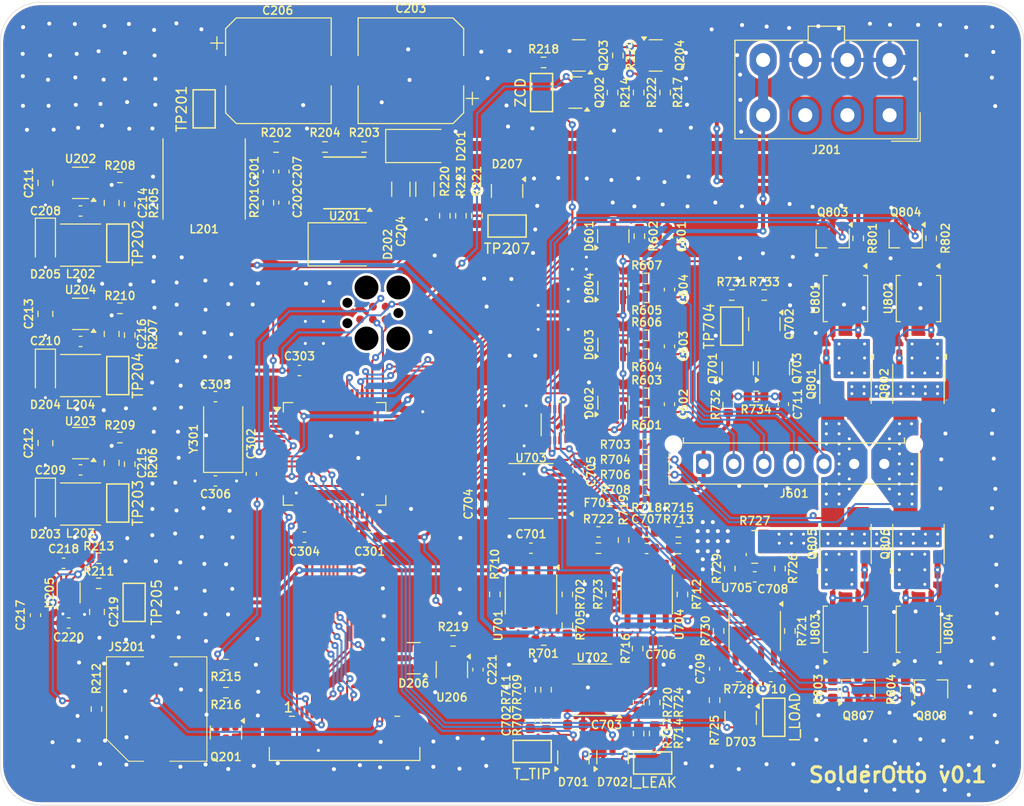
<source format=kicad_pcb>
(kicad_pcb (version 20240108) (generator "pcbnew") (generator_version "8.0")
  (title_block (title "SolderOtto") (date "2024-05-09") (rev "0.1") (comment 4 "AISLER Project ID: AIEPMDFH"))
  (layers (0 "F.Cu" power) (31 "B.Cu" power) (34 "B.Paste" user) (35 "F.Paste" user) (36 "B.SilkS" user "B.Silkscreen") (37 "F.SilkS" user "F.Silkscreen") (38 "B.Mask" user) (39 "F.Mask" user) (44 "Edge.Cuts" user))
  (net 0 "")
  (net 1 "+12V")
  (net 2 "Net-(C201-Pad1)")
  (net 3 "Net-(D202-K)")
  (net 4 "Net-(U201-BST)")
  (net 5 "Net-(D201-K)")
  (net 6 "GND")
  (net 7 "Net-(U201-FB)")
  (net 8 "Net-(D205-K)")
  (net 9 "Net-(U202-BS)")
  (net 10 "Net-(D203-K)")
  (net 11 "Net-(U203-BS)")
  (net 12 "Net-(D204-K)")
  (net 13 "Net-(U204-BS)")
  (net 14 "+8V")
  (net 15 "+5V")
  (net 16 "+3V3")
  (net 17 "Net-(U205-C-)")
  (net 18 "Net-(U205-C+)")
  (net 19 "-5V")
  (net 20 "Net-(U205-CPOUT)")
  (net 21 "Net-(U206-VDD)")
  (net 22 "/mcu/OSC_IN")
  (net 23 "/mcu/OSC_OUT")
  (net 24 "/Channel1/stand_sense1")
  (net 25 "/Channel1/handle_sense")
  (net 26 "/Channel1/stand_sense0")
  (net 27 "/Channel1/tip_change")
  (net 28 "Net-(U701--)")
  (net 29 "Net-(U701-+)")
  (net 30 "/Channel1/T_{TIP}")
  (net 31 "Net-(U704--)")
  (net 32 "Net-(U704-+)")
  (net 33 "Net-(U705--)")
  (net 34 "Net-(U705-+)")
  (net 35 "/Channel1/I_{LOAD}")
  (net 36 "Net-(Q701-B)")
  (net 37 "24V_{AC}")
  (net 38 "/Supply/T_{AMB}")
  (net 39 "/Supply/V_{ANA}")
  (net 40 "/Channel1/I_{LEAK}")
  (net 41 "Net-(F701-Pad1)")
  (net 42 "Earth")
  (net 43 "/mcu/~{RESET}")
  (net 44 "/mcu/SWO")
  (net 45 "/mcu/SWDIO")
  (net 46 "/mcu/SWDCLK")
  (net 47 "/Display/QSPI_IO0")
  (net 48 "/Display/~{INT}")
  (net 49 "/Display/~{PD}")
  (net 50 "/Display/QSPI_IO2")
  (net 52 "/Display/QSPI_IO1")
  (net 53 "/Display/AUDIO_OUT")
  (net 54 "/Display/QSPI_CLK")
  (net 55 "/Display/QSPI_CS")
  (net 56 "/Display/QSPI_IO3")
  (net 59 "/Display/GPIO0")
  (net 61 "/Channel1/COM")
  (net 62 "/Channel1/TC")
  (net 63 "/Channel1/LOAD")
  (net 64 "Net-(JS201--)")
  (net 65 "Net-(Q201-G)")
  (net 66 "Net-(Q202-B)")
  (net 67 "/Supply/ZCD")
  (net 68 "Net-(Q203-E)")
  (net 69 "Net-(Q203-C)")
  (net 70 "/Channel1/DET")
  (net 71 "Net-(Q702-B)")
  (net 72 "Net-(Q801A-G)")
  (net 73 "Net-(Q801A-S)")
  (net 74 "Net-(Q802A-G)")
  (net 75 "Net-(Q802A-S)")
  (net 76 "Net-(Q803-C)")
  (net 77 "Net-(Q804-C)")
  (net 78 "Net-(Q805A-G)")
  (net 79 "Net-(Q805A-S)")
  (net 80 "/Channel1/channel_meas/CURRENT")
  (net 81 "Net-(Q806A-S)")
  (net 82 "Net-(Q806A-G)")
  (net 83 "Net-(Q807-C)")
  (net 84 "Net-(Q808-C)")
  (net 85 "Net-(U703-3Y0)")
  (net 86 "/Channel1/LOAD_SW_LOW")
  (net 87 "Net-(U703-3Y1)")
  (net 88 "/Channel1/COM_SW_LOW")
  (net 89 "Net-(U201-RON)")
  (net 90 "Net-(U202-FB)")
  (net 91 "Net-(U203-FB)")
  (net 92 "Net-(U204-FB)")
  (net 93 "Net-(U205-VFB)")
  (net 94 "/Supply/Buzzer")
  (net 95 "Net-(U702B-+)")
  (net 96 "Net-(U703-2Y0)")
  (net 97 "Net-(R707-Pad1)")
  (net 98 "Net-(U703-2Y1)")
  (net 99 "Net-(U702B--)")
  (net 100 "Net-(R712-Pad2)")
  (net 101 "Net-(R715-Pad2)")
  (net 102 "Net-(U702A-+)")
  (net 103 "Net-(R717-Pad2)")
  (net 104 "Net-(U702A--)")
  (net 105 "Net-(R721-Pad2)")
  (net 106 "Net-(R726-Pad1)")
  (net 107 "Net-(R727-Pad3)")
  (net 108 "Net-(R801-Pad2)")
  (net 109 "Net-(R802-Pad2)")
  (net 110 "Net-(R803-Pad2)")
  (net 111 "Net-(R804-Pad2)")
  (net 112 "Net-(R701-Pad2)")
  (net 113 "Net-(R702-Pad2)")
  (net 114 "/mcu/Channel0_LOAD_H")
  (net 115 "/mcu/Channel0_COM_H")
  (net 118 "/Channel1/SEL2")
  (net 128 "/Channel1/LOAD_SW_HIGH")
  (net 129 "/Channel1/SEL3")
  (net 132 "/Channel1/COM_SW_HIGH")
  (net 146 "/Channel1/_stand_sense1")
  (net 147 "/Channel1/_handle_sense0")
  (net 148 "/Channel1/_stand_sense0")
  (net 149 "/Channel1/_tip_change")
  (footprint "Resistor_SMD:R_0603_1608Metric" (layer "F.Cu") (at 155.3075 89.275 180)
    (property "Reference" "R734")
    (property "Value" "47k")
  )
  (footprint "Capacitor_SMD:C_0603_1608Metric" (layer "F.Cu") (at 132.8825 104.4 180)
    (property "Reference" "C701")
    (property "Value" "47p")
  )
  (footprint "Resistor_SMD:R_0603_1608Metric" (layer "F.Cu") (at 144.4075 90.8375)
    (property "Reference" "R601")
    (property "Value" "4k7")
  )
  (footprint "Connector_Molex:Molex_Micro-Fit_3.0_43650-0715_1x07_P3.00mm_Vertical" (layer "F.Cu") (at 150.0825 96)
    (property "Reference" "J601")
    (property "Value" "Conn_01x07")
  )
  (footprint "Resistor_SMD:R_0603_1608Metric" (layer "F.Cu") (at 141.0125 59 -90)
    (property "Reference" "R214")
    (property "Value" "10k")
  )
  (footprint "Crystal:Crystal_SMD_0603-2Pin_6.0x3.5mm" (layer "F.Cu") (at 102.2125 93.5 90)
    (property "Reference" "Y301")
    (property "Value" "Crystal")
  )
  (footprint "Capacitor_SMD:C_0603_1608Metric" (layer "F.Cu") (at 146.6825 78.625 90)
    (property "Reference" "C604")
    (property "Value" "100n")
  )
  (footprint "Resistor_SMD:R_0603_1608Metric" (layer "F.Cu") (at 132.8075 118.5 -90)
    (property "Reference" "R711")
    (property "Value" "2k7")
  )
  (footprint "Package_TO_SOT_SMD:SOT-23" (layer "F.Cu") (at 121.2 115.3625 180)
    (property "Reference" "D206")
    (property "Value" "BAT54SFILM")
  )
  (footprint "Resistor_SMD:R_0603_1608Metric" (layer "F.Cu") (at 102.4875 118.8 180)
    (property "Reference" "R216")
    (property "Value" "4k7")
  )
  (footprint "Capacitor_SMD:C_0603_1608Metric" (layer "F.Cu") (at 109.8125 86.7)
    (property "Reference" "C303")
    (property "Value" "100n")
  )
  (footprint "Inductor_SMD:L_Taiyo-Yuden_NR-40xx" (layer "F.Cu") (at 88 87.2)
    (property "Reference" "L204")
    (property "Value" "3u3")
  )
  (footprint "Resistor_SMD:R_0603_1608Metric" (layer "F.Cu") (at 102.4875 116)
    (property "Reference" "R215")
    (property "Value" "100")
  )
  (footprint "Resistor_SMD:R_0603_1608Metric" (layer "F.Cu") (at 162.9475 118.475 90)
    (property "Reference" "R803")
    (property "Value" "470")
  )
  (footprint "Resistor_SMD:R_0603_1608Metric" (layer "F.Cu") (at 143.6075 122.865 90)
    (property "Reference" "R717")
    (property "Value" "3k3")
  )
  (footprint "Resistor_SMD:R_0603_1608Metric" (layer "F.Cu") (at 143.6075 119.77 90)
    (property "Reference" "R720")
    (property "Value" "187k")
  )
  (footprint "Capacitor_SMD:C_0603_1608Metric" (layer "F.Cu") (at 156.7775 117.197)
    (property "Reference" "C710")
    (property "Value" "1u")
  )
  (footprint "mylib_ic:SOP-4_3.8x4.1mm_P2.54mm" (layer "F.Cu") (at 164.2175 79.525 -90)
    (property "Reference" "U801")
    (property "Value" "VOM1271")
  )
  (footprint "Resistor_SMD:R_0603_1608Metric" (layer "F.Cu") (at 89.814 107.9 180)
    (property "Reference" "R211")
    (property "Value" "215k")
  )
  (footprint "Resistor_SMD:R_0603_1608Metric" (layer "F.Cu") (at 92.9 83.17625 90)
    (property "Reference" "R207")
    (property "Value" "49k9")
  )
  (footprint "Resistor_SMD:R_0603_1608Metric" (layer "F.Cu") (at 136.5075 109 -90)
    (property "Reference" "R702")
    (property "Value" "590k")
  )
  (footprint "Resistor_SMD:R_0603_1608Metric" (layer "F.Cu") (at 144.4075 85.0625)
    (property "Reference" "R604")
    (property "Value" "4k7")
  )
  (footprint "Capacitor_SMD:C_0603_1608Metric" (layer "F.Cu") (at 86.814 111.85 180)
    (property "Reference" "C220")
    (property "Value" "4u7")
  )
  (footprint "Package_SO:SOIC-8_3.9x4.9mm_P1.27mm" (layer "F.Cu") (at 144.4075 109 -90)
    (property "Reference" "U704")
    (property "Value" "OP07")
  )
  (footprint "mylib_ic:SOP-4_3.8x4.1mm_P2.54mm" (layer "F.Cu") (at 171.4875 112.475 90)
    (property "Reference" "U804")
    (property "Value" "VOM1271")
  )
  (footprint "Capacitor_SMD:C_0603_1608Metric" (layer "F.Cu") (at 151.1775 116.422 90)
    (property "Reference" "C709")
    (property "Value" "1n")
  )
  (footprint "Resistor_SMD:R_0603_1608Metric" (layer "F.Cu") (at 134.1525 113.55)
    (property "Reference" "R701")
    (property "Value" "82k")
  )
  (footprint "Capacitor_SMD:C_0603_1608Metric" (layer "F.Cu") (at 158.0325 90.05 -90)
    (property "Reference" "C711")
    (property "Value" "100p")
  )
  (footprint "Capacitor_SMD:C_0603_1608Metric" (layer "F.Cu") (at 108.265 66.87 90)
    (property "Reference" "C207")
    (property "Value" "56p")
  )
  (footprint "Capacitor_SMD:C_0805_2012Metric" (layer "F.Cu") (at 89.639 110.75 -90)
    (property "Reference" "C219")
    (property "Value" "10u")
  )
  (footprint "TestPoint:TestPoint_Keystone_5015_Micro-Minature" (layer "F.Cu") (at 152.8825 82.275 90)
    (property "Reference" "TP704")
    (property "Value" "DET")
  )
  (footprint "Resistor_SMD:R_0603_1608Metric" (layer "F.Cu") (at 91.925 80.50125 180)
    (property "Reference" "R210")
    (property "Value" "16k2")
  )
  (footprint "Package_TO_SOT_SMD:SOT-23-6" (layer "F.Cu") (at 88 81.05125 180)
    (property "Reference" "U204")
    (property "Value" "AP3211K")
  )
  (footprint "Package_TO_SOT_SMD:SOT-23-6" (layer "F.Cu") (at 88 68 180)
    (property "Reference" "U202")
    (property "Value" "AP3211K")
  )
  (footprint "mylib_ic:SOP-4_3.8x4.1mm_P2.54mm" (layer "F.Cu") (at 171.4875 79.525 -90)
    (property "Reference" "U802")
    (property "Value" "VOM1271")
  )
  (footprint "TestPoint:TestPoint_Keystone_5015_Micro-Minature" (layer "F.Cu") (at 130.5 72.3 180)
    (property "Reference" "TP207")
    (property "Value" "ZCD")
  )
  (footprint "Capacitor_SMD:C_0603_1608Metric" (layer "F.Cu") (at 137.5825 96.75 90)
    (property "Reference" "C705")
    (property "Value" "1u")
  )
  (footprint "Package_SO:SOIC-8_3.9x4.9mm_P1.27mm" (layer "F.Cu") (at 132.8825 109 -90)
    (property "Reference" "U701")
    (property "Value" "OP07")
  )
  (footprint "Resistor_SMD:R_0603_1608Metric" (layer "F.Cu") (at 91.925 93.375 180)
    (property "Reference" "R209")
    (property "Value" "9k53")
  )
  (footprint "Resistor_SMD:R_0603_1608Metric" (layer "F.Cu") (at 134.3825 121.6 -90)
    (property "Reference" "R707")
    (property "Value" "2k2")
  )
  (footprint "Resistor_SMD:R_0603_1608Metric" (layer "F.Cu") (at 144.3825 95.566666 180)
    (property "Reference" "R704")
    (property "Value" "22k6")
  )
  (footprint "Resistor_SMD:R_0603_1608Metric" (layer "F.Cu") (at 143.6125 59 90)
    (property "Reference" "R222")
    (property "Value" "22k")
  )
  (footprint "TestPoint:TestPoint_Keystone_5015_Micro-Minature" (layer "F.Cu") (at 145.0075 125.8 180)
    (property "Reference" "TP702" (hide yes))
    (property "Value" "I_LEAK")
  )
  (footprint "Resistor_SMD:R_0603_1608Metric" (layer "F.Cu") (at 153.5775 117.197)
    (property "Reference" "R728")
    (property "Value" "3k3")
  )
  (footprint "Resistor_SMD:R_0603_1608Metric" (layer "F.Cu") (at 156.1325 79.175)
    (property "Reference" "R733")
    (property "Value" "47k")
  )
  (footprint "mylib_ic:SOP-4_3.8x4.1mm_P2.54mm" (layer "F.Cu") (at 164.2175 112.475 90)
    (property "Reference" "U803")
    (property "Value" "VOM1271")
  )
  (footprint "Package_TO_SOT_SMD:SOT-23" (layer "F.Cu") (at 130.5 68.8 -90)
    (property "Reference" "D207")
    (property "Value" "BAT54SFILM")
  )
  (footprint "Diode_SMD:D_SOD-123F" (layer "F.Cu") (at 84.5 86.77375 -90)
    (property "Reference" "D204")
    (property "Value" "SMD16PL-TP")
  )
  (footprint "TestPoint:TestPoint_Keystone_5015_Micro-Minature" (layer "F.Cu") (at 91.7125 87.2 -90)
    (property "Reference" "TP204")
    (property "Value" "ZCD")
  )
  (footprint "Resistor_SMD:R_0603_1608Metric" (layer "F.Cu") (at 142.1075 103.6 90)
    (property "Reference" "R719")
    (property "Value" "4k75")
  )
  (footprint "Resistor_SMD:R_0603_1608Metric" (layer "F.Cu") (at 91.925 67.45 180)
    (property "Reference" "R208")
    (property "Value" "5k62")
  )
  (footprint "Package_TO_SOT_SMD:SOT-23" (layer "F.Cu") (at 157.0825 86.475 90)
    (property "Reference" "Q703")
    (property "Value" "BC847A")
  )
  (footprint "Resistor_SMD:R_0603_1608Metric" (layer "F.Cu") (at 89.814 105.4)
    (property "Reference" "R213")
    (property "Value" "69k")
  )
  (footprint "Package_TO_SOT_SMD:SOT-23-3" (layer "F.Cu") (at 125 116.5 -90)
    (property "Reference" "U206")
    (property "Value" " MCP9701T-E/TT")
  )
  (footprint "Connector_Molex:Molex_Mini-Fit_Jr_5566-08A_2x04_P4.20mm_Vertical" (layer "F.Cu") (at 168.6125 61.25 180)
    (property "Reference" "J201")
    (property "Value" "Conn_02x04_Counter_Clockwise")
  )
  (footprint "Capacitor_SMD:C_0603_1608Metric" (layer "F.Cu") (at 144.4075 104.425 180)
    (property "Reference" "C707")
    (property "Value" "47p")
  )
  (footprint "Capacitor_SMD:C_0603_1608Metric" (layer "F.Cu") (at 132.8075 121.6 90)
    (property "Reference" "C702")
    (property "Value" "1n")
  )
  (footprint "Resistor_SMD:R_0603_1608Metric" (layer "F.Cu") (at 139.6 104.4 180)
    (property "Reference" "R722")
    (property "Value" "1M")
  )
  (footprint "Resistor_SMD:R_0603_1608Metric" (layer "F.Cu") (at 124.3 71.275 -90)
    (property "Reference" "R220")
    (property "Value" "1M")
  )
  (footprint "Inductor_SMD:L_Taiyo-Yuden_NR-40xx" (layer "F.Cu") (at 88 100)
    (property "Reference" "L203")
    (property "Value" "3u3")
  )
  (footprint "Package_TO_SOT_SMD:SC-59" (layer "F.Cu") (at 165.4875 118.475 90)
    (property "Reference" "Q807")
    (property "Value" "DTD123EK")
  )
  (footprint "Resistor_SMD:R_0603_1608Metric" (layer "F.Cu") (at 116.2675 64.424999 180)
    (property "Reference" "R203")
    (property "Value" "100k")
  )
  (footprint "Inductor_SMD:L_Taiyo-Yuden_NR-80xx" (layer "F.Cu") (at 100.315 67.609999 90)
    (property "Reference" "L201")
    (property "Value" "33u")
  )
  (footprint "Package_TO_SOT_SMD:SC-59" (layer "F.Cu") (at 172.7575 118.475 90)
    (property "Reference" "Q808")
    (property "Value" "DTD123EK")
  )
  (footprint "Package_TO_SOT_SMD:SOT-23" (layer "F.Cu") (at 141.1075 89.9 90)
    (property "Reference" "D602")
    (property "Value" "BAT54SFILM")
  )
  (footprint "Capacitor_SMD:C_1206_3216Metric" (layer "F.Cu") (at 119.915 68.635 -90)
    (property "Reference" "C204")
    (property "Value" "2u2")
  )
  (footprint "Resistor_SMD:R_0603_1608Metric" (layer "F.Cu") (at 112.3575 64.424999)
    (property "Reference" "R204")
    (property "Value" "49k9")
  )
  (footprint "Resistor_SMD:R_0603_1608Metric" (layer "F.Cu") (at 146.25 59 90)
    (property "Reference" "R217")
    (property "Value" "10k")
  )
  (footprint "mylib_connector:FPC_BOTTOM_20POS_Würth_68712014522" (layer "F.Cu") (at 114.3125 120.75)
    (property "Reference" "J401" (hide yes))
    (property "Value" "Conn_01x20")
  )
  (footprint "Package_SON:WSON-8-1EP_2x2mm_P0.5mm_EP0.9x1.6mm" (layer "F.Cu") (at 86.814 108.85 90)
    (property "Reference" "U205")
    (property "Value" "LM27761")
  )
  (footprint "Resistor_SMD:R_0603_1608Metric" (layer "F.Cu") (at 92.9 70.125 90)
    (property "Reference" "R205")
    (property "Value" "49k9")
  )
  (footprint "Resistor_SMD:R_0603_1608Metric" (layer "F.Cu") (at 158.6775 112.647 -90)
    (property "Reference" "R721")
    (property "Value" "453k")
  )
  (footprint "Resistor_SMD:R_0603_1608Metric" (layer "F.Cu") (at 106.715 69.969999 -90)
    (property "Reference" "R201")
    (property "Value" "453k")
  )
  (footprint "Resistor_SMD:R_0603_1608Metric" (layer "F.Cu") (at 144.3825 97.083332 180)
    (property "Reference" "R706")
    (property "Value" "22k6")
  )
  (footprint "Resistor_SMD:R_0603_1608Metric" (layer "F.Cu") (at 147.9725 109 -90)
    (property "Reference" "R712")
    (property "Value" "200k")
  )
  (footprint "Package_TO_SOT_SMD:SOT-23" (layer "F.Cu") (at 153.4825 86.475 90)
    (property "Reference" "Q701")
    (property "Value" "BC847A")
  )
  (footprint "Fuse:Fuse_0603_1608Metric" (layer "F.Cu") (at 139.6 102.775 180)
    (property "Reference" "F701")
    (property "Value" "1.25A")
  )
  (footprint "Package_TO_SOT_SMD:SOT-23" (layer "F.Cu") (at 145.3125 55.3)
    (property "Reference" "Q204")
    (property "Value" "BC847A")
  )
  (footprint "Package_TO_SOT_SMD:SOT-23" (layer "F.Cu") (at 141.1075 78.4625 90)
    (property "Reference" "D604")
    (property "Value" "BAT54SFILM")
  )
  (footprint "Capacitor_SMD:C_0603_1608Metric" (layer "F.Cu") (at 127.6 116.5 -90)
    (property "Reference" "C221")
    (property "Value" "1u")
  )
  (footprint "Resistor_SMD:R_0603_1608Metric" (layer "F.Cu") (at 134.3825 118.5 -90)
    (property "Reference" "R709")
    (property "Value" "22k6")
  )
  (footprint "Capacitor_SMD:C_0805_2012Metric" (layer "F.Cu") (at 84.5 68 -90)
    (property "Reference" "C211")
    (property "Value" "10u")
  )
  (footprint "Resistor_SMD:R_0603_1608Metric" (layer "F.Cu") (at 89.5875 120.425 90)
    (property "Reference" "R212")
    (property "Value" "4k7")
  )
  (footprint "Package_TO_SOT_SMD:SOT-23" (layer "F.Cu") (at 137.3125 59 180)
    (property "Reference" "Q202")
    (property "Value" "BC858B")
  )
  (footprint "Resistor_SMD:R_Shunt_Vishay_WSKW0612" (layer "F.Cu") (at 155.1775 104.272 -90)
    (property "Reference" "R727")
    (property "Value" "5m")
  )
  (footprint "Resistor_SMD:R_0603_1608Metric" (layer "F.Cu") (at 125.9 71.275 90)
    (property "Reference" "R223")
    (property "Value" "100k")
  )
  (footprint "Capacitor_SMD:C_0603_1608Metric" (layer "F.Cu") (at 101.4375 89.3 180)
    (property "Reference" "C305")
    (property "Value" "18p")
  )
  (footprint "Package_TO_SOT_SMD:SOT-23" (layer "F.Cu") (at 141.0825 73.3 90)
    (property "Reference" "D601")
    (property "Value" "BAT54SFILM")
  )
  (footprint "Diode_SMD:D_SMA" (layer "F.Cu") (at 121.915 64.324999)
    (property "Reference" "D201")
    (property "Value" "STPS2H100A")
  )
  (footprint "Capacitor_SMD:CP_Elec_10x10" (layer "F.Cu") (at 107.715 56.824999)
    (property "Reference" "C206")
    (property "Value" "47u")
  )
  (footprint "Resistor_SMD:R_0603_1608Metric" (layer "F.Cu") (at 144.4075 102.775 180)
    (property "Reference" "R718")
    (property "Value" "220m")
  )
  (footprint "Package_TO_SOT_SMD:SOT-23" (layer "F.Cu") (at 141.0075 125.2375 90)
    (property "Reference" "D702")
    (property "Value" "BAT54SFILM")
  )
  (footprint "Package_SO:SOIC-8_3.9x4.9mm_P1.27mm" (layer "F.Cu") (at 138.9825 118.5 180)
    (property "Reference" "U702")
    (property "Value" "LM358")
  )
  (footprint "Capacitor_SMD:C_0805_2012Metric" (layer "F.Cu") (at 91.1 83.05125 -90)
    (property "Reference" "C216")
    (property "Value" "22u")
  )
  (footprint "Resistor_SMD:R_0603_1608Metric" (layer "F.Cu") (at 157.6925 106.431 -90)
    (property "Reference" "R726")
    (property "Value" "20k")
  )
  (footprint "Inductor_SMD:L_Taiyo-Yuden_NR-40xx" (layer "F.Cu") (at 88 74.2)
    (property "Reference" "L202")
    (property "Value" "1u5")
  )
  (footprint "Resistor_SMD:R_0603_1608Metric" (layer "F.Cu") (at 152.5325 90.1 90)
    (property "Reference" "R732")
    (property "Value" "470k")
  )
  (footprint "Resistor_SMD:R_0603_1608Metric" (layer "F.Cu") (at 147.5725 102.775 180)
    (property "Reference" "R715")
    (property "Value" "220m")
  )
  (footprint "Capacitor_SMD:C_0603_1608Metric" (layer "F.Cu") (at 146.6825 90.0625 90)
    (property "Reference" "C602")
    (property "Value" "100n")
  )
  (footprint "Capacitor_SMD:C_0805_2012Metric" (layer "F.Cu") (at 84.5 81.05125 -90)
    (property "Reference" "C213")
    (property "Value" "10u")
  )
  (footprint "Package_SO:SOIC-8_3.9x4.9mm_P1.27mm" (layer "F.Cu") (at 155.1775 112.647 -90)
    (property "Reference" "U705")
    (property "Value" "OP07")
  )
  (footprint "Capacitor_SMD:C_0603_1608Metric" (layer "F.Cu") (at 108.265 69.969999 90)
    (property "Reference" "C202")
    (property "Value" "2n2")
  )
  (footprint "Package_SO:VSSOP-8_2.3x2mm_P0.5mm" (layer "F.Cu") (at 135 92.1 -90)
    (property "Reference" "U501" (hide yes))
    (property "Value" "SN74LVC2G125")
  )
  (footprint "Resistor_SMD:R_0603_1608Metric" (layer "F.Cu") (at 172.7575 73.525 -90)
    (property "Reference" "R802")
    (property "Value" "470")
  )
  (footprint "Capacitor_SMD:C_0603_1608Metric" (layer "F.Cu") (at 146.6825 84.2875 90)
    (property "Reference" "C603")
    (property "Value" "100n")
  )
  (footprint "TestPoint:TestPoint_Keystone_5015_Micro-Minature" (layer "F.Cu") (at 91.7125 74 -90)
    (property "Reference" "TP202")
    (property "Value" "ZCD")
  )
  (footprint "Capacitor_SMD:C_0603_1608Metric" (layer "F.Cu") (at 116.8125 103.3 180)
    (property "Reference" "C301")
    (property "Value" "100n")
  )
  (footprint "Diode_SMD:D_SOD-123F" (layer "F.Cu") (at 84.5 99.625 -90)
    (property "Reference" "D203")
    (property "Value" "SMD16PL-TP")
  )
  (footprint "Capacitor_SMD:C_0603_1608Metric" (layer "F.Cu") (at 101.4375 97.7 180)
    (property "Reference" "C306")
    (property "Value" "18p")
  )
  (footprint "Capacitor_SMD:C_0603_1608Metric" (layer "F.Cu") (at 88 70.8 180)
    (property "Reference" "C208")
    (property "Value" "10n")
  )
  (footprint "Resistor_SMD:R_0603_1608Metric" (layer "F.Cu") (at 136.5075 112.075 -90)
    (property "Reference" "R705")
    (property "Value" "2k7")
  )
  (footprint "Package_SO:TSSOP-16_4.4x5mm_P0.65mm" (layer "F.Cu") (at 132.8825 98.7 180)
    (property "Reference" "U703")
    (property "Value" "74hc4053")
  )
  (footprint "Capacitor_SMD:C_1206_3216Metric" (layer "F.Cu") (at 122.315 68.635 -90)
    (property "Reference" "C205" (hide yes))
    (property "Value" "2u2")
  )
  (footprint "Package_TO_SOT_SMD:SOT-23" (layer "F.Cu") (at 137.65 55.3 180)
    (property "Reference" "Q203")
    (property "Value" "BC847A")
  )
  (footprint "Package_SO:SO-8_3.9x4.9mm_P1.27mm" (layer "F.Cu") (at 164.2175 103.975 90)
    (property "Reference" "Q805")
    (property "Value" "Q_Dual_NMOS")
  )
  (footprint "Capacitor_SMD:CP_Elec_10x10" (layer "F.Cu") (at 120.915 56.824999 180)
    (property "Reference" "C203")
    (property "Value" "47u")
  )
  (footprint "Capacitor_SMD:C_0603_1608Metric" (layer "F.Cu") (at 146.4825 73.3625 90)
    (property "Reference" "C601")
    (property "Value" "100n")
  )
  (footprint "Resistor_SMD:R_0603_1608Metric" (layer "F.Cu") (at 151.5775 112.647 90)
    (property "Reference" "R730")
    (property "Value" "453k")
  )
  (footprint "Capacitor_SMD:C_0603_1608Metric" (layer "F.Cu") (at 86.314 105.9)
    (property "Reference" "C218")
    (property "Value" "1u")
  )
  (footprint "Resistor_SMD:R_0603_1608Metric" (layer "F.Cu") (at 144.3825 94.05 180)
    (property "Reference" "R703")
    (property "Value" "22k6")
  )
  (footprint "Resistor_SMD:R_0603_1608Metric" (layer "F.Cu") (at 107.49 64.424999)
    (property "Reference" "R202")
    (property "Value" "453k")
  )
  (footprint "Package_TO_SOT_SMD:SOT-23" (layer "F.Cu") (at 141.1075 84.125 90)
    (property "Reference" "D603")
    (property "Value" "BAT54SFILM")
  )
  (footprint "Package_TO_SOT_SMD:SOT-23" (layer "F.Cu") (at 153.7775 121.3095 -90)
    (property "Reference" "D703")
    (property "Value" "BAT54SFILM")
  )
  (footprint "Capacitor_SMD:C_0603_1608Metric" (layer "F.Cu") (at 110.3125 103.3 180)
    (property "Reference" "C304")
    (property "Value" "100n")
  )
  (footprint "Capacitor_SMD:C_0805_2012Metric" (layer "F.Cu") (at 91.1 70 -90)
    (property "Reference" "C214")
    (property "Value" "22u")
  )
  (footprint "Resistor_SMD:R_0603_1608Metric" (layer "F.Cu") (at 143.5075 114.4 -90)
    (property "Reference" "R716")
    (property "Value" "10k")
  )
  (footprint "TestPoint:TestPoint_Keystone_5015_Micro-Minature" (layer "F.Cu") (at 91.7125 99.9 -90)
    (property "Reference" "TP203")
    (property "Value" "ZCD")
  )
  (footprint "Package_TO_SOT_SMD:SC-59" (layer "F.Cu") (at 162.9475 73.525 -90)
    (property "Reference" "Q803")
    (property "Value" "DTD123EK")
  )
  (footprint "Capacitor_SMD:C_0805_2012Metric" (layer "F.Cu") (at 91.1 95.9 -90)
    (property "Reference" "C215")
    (property "Value" "22u")
  )
  (footprint "mylib_ic:SMI-1027-T-5V-R" (layer "F.Cu") (at 95.5875 120.425 90)
    (property "Reference" "JS201")
    (property "Value" "SMI-1027-T-5V-R")
  )
  (footprint "Resistor_SMD:R_0603_1608Metric" (layer "F.Cu") (at 170.2175 118.475 90)
    (property "Reference" "R804")
    (property "Value" "470")
  )
  (footprint "Package_TO_SOT_SMD:SC-59" (layer "F.Cu") (at 170.2175 73.525 -90)
    (property "Reference" "Q804")
    (property "Value" "DTD123EK")
  )
  (footprint "Diode_SMD:D_SOD-123F" (layer "F.Cu") (at 84.5 73.7225 -90)
    (property "Reference" "D205")
    (property "Value" "SMD16PL-TP")
  )
  (footprint "Resistor_SMD:R_0603_1608Metric" (layer "F.Cu") (at 144.4075 77.525)
    (property "Reference" "R607")
    (property "Value" "4k7")
  )
  (footprint "Capacitor_SMD:C_0805_2012Metric" (layer "F.Cu") (at 84.5 93.925 -90)
    (property "Reference" "C212")
    (property "Value" "10u")
  )
  (footprint "Resistor_SMD:R_0603_1608Metric" (layer "F.Cu") (at 134.1375 56)
    (property "Reference" "R218")
    (property "Value" "10k")
  )
  (footprint "Capacitor_SMD:C_0603_1608Metric" (layer "F.Cu") (at 155.1775 107.256 180)
    (property "Reference" "C708")
    (property "Value" "47p")
  )
  (footprint "Package_TO_SOT_SMD:SOT-23" (layer "F.Cu") (at 137.1075 125.2375 90)
    (property "Reference" "D701")
    (property "Value" "BAT54SFILM")
  )
  (footprint "Resistor_SMD:R_0603_1608Metric" (layer "F.Cu") (at 144.3825 98.6 180)
    (property "Reference" "R708")
    (property "Value" "22k6")
  )
  (footprint "Resistor_SMD:R_0603_1608Metric" (layer "F.Cu") (at 165.4875 73.525 -90)
    (property "Reference" "R801")
    (property "Value" "470")
  )
  (footprint "Resistor_SMD:R_0603_1608Metric" (layer "F.Cu") (at 140.8725 109 -90)
    (property "Reference" "R723")
    (property "Value" "200k")
  )
  (footprint "Package_SO:SO-8_3.9x4.9mm_P1.27mm" (layer "F.Cu") (at 171.4875 88.025 -90)
    (property "Reference" "Q802")
    (property "Value" "Q_Dual_NMOS")
  )
  (footprint "mylib_connector:TC-2030" (layer "F.Cu") (at 119.67 80.965 180)
    (property "Reference" "J301" (hide yes))
    (property "Value" "TC-2050")
  )
  (footprint "Resistor_SMD:R_0603_1608Metric" (layer "F.Cu") (at 145.2075 122.865 -90)
    (property "Reference" "R714")
    (property "Value" "3k3")
  )
  (footprint "Package_TO_SOT_SMD:SOT-23-6" (layer "F.Cu") (at 88 93.925 180)
    (property "Reference" "U203")
    (property "Value" "AP3211K")
  )
  (footprint "Package_SO:SO-8_3.9x4.9mm_P1.27mm" (layer "F.Cu") (at 164.2175 88.025 -90)
    (property "Reference" "Q801")
    (property "Value" "Q_Dual_NMOS")
  )
  (footprint "TestPoint:TestPoint_Keystone_5015_Micro-Minature" (layer "F.Cu") (at 133 124.65)
    (property "Reference" "TP701" (hide yes))
    (property "Value" "T_TIP")
  )
  (footprint "Capacitor_SMD:C_0603_1608Metric" (layer "F.Cu") (at 137.3075 122)
    (property "Reference" "C703")
    (property "Value" "1u")
  )
  (footprint "Resistor_SMD:R_0603_1608Metric" (layer "F.Cu") (at 144.4075 88.9625)
    (property "Reference" "R603")
    (property "Value" "4k7")
  )
  (footprint "Capacitor_SMD:C_0603_1608Metric" (layer "F.Cu") (at 106.715 66.87 90)
    (property "Reference" "C201")
    (property "Value" "3n3")
  )
  (footprint "Diode_SMD:D_SMB" (layer "F.Cu") (at 114.335 74.124999)
    (property "Reference" "D202")
    (property "Value" "B380B-13-F")
  )
  (footprint "Resistor_SMD:R_0603_1608Metric" (layer "F.Cu") (at 129.2825 109 -90)
    (property "Reference" "R710")
    (property "Value" "590k")
  )
  (footprint "Package_TO_SOT_SMD:SOT-23" (layer "F.Cu") (at 156.1325 82.075 -90)
    (property "Reference" "Q702")
    (property "Value" "BC858B")
  )
  (footprint "Package_QFP:LQFP-64_10x10mm_P0.5mm" (layer "F.Cu") (at 113.3125 95)
    (property "Reference" "U301" (hide yes))
    (property "Value" "STM32L496RGTx")
  )
  (footprint "Capacitor_SMD:C_0603_1608Metric" (layer "F.Cu") (at 145.8175 113.625)
    (property "Reference" "C706")
    (property "Value" "1u")
  )
  (footprint "Capacitor_SMD:C_0603_1608Metric" (layer "F.Cu") (at 105.0125 97 90)
    (property "Reference" "C302")
    (property "Value" "100n")
  )
  (footprint "Resistor_SMD:R_0603_1608Metric" (layer "F.Cu") (at 144.4075 79.4)
    (property "Reference" "R605")
    (property "Value" "4k7")
  )
  (footprint "Resistor_SMD:R_0603_1608Metric" (layer "F.Cu") (at 141.5375 55.3 -90)
    (property "Reference" "R224")
    (property "Value" "1M")
  )
  (footprint "Package_SO:SO-8_3.9x4.9mm_P1.27mm" (layer "F.Cu") (at 171.4875 103.975 90)
    (property "Reference" "Q806")
    (property "Value" "Q_Dual_NMOS")
  )
  (footprint "Resistor_SMD:R_0603_1608Metric" (layer "F.Cu") (at 144.4075 83.1875)
    (property "Reference" "R606")
    (property "Value" "4k7")
  )
  (footprint "Resistor_SMD:R_0603_1608Metric" (layer "F.Cu") (at 152.8825 79.175 180)
    (property "Reference" "R731")
    (property "Value" "10k")
  )
  (footprint "Package_SO:TI_SO-PowerPAD-8" (layer "F.Cu") (at 114.3125 68 180)
    (property "Reference" "U201")
    (property "Value" "LM5012")
  )
  (footprint "Resistor_SMD:R_0603_1608Metric" (layer "F.Cu") (at 147.5725 104.425 180)
    (property "Reference" "R713")
    (property "Value" "4k75")
  )
  (footprint "Capacitor_SMD:C_0603_1608Metric" (layer "F.Cu") (at 88 96.6 180)
    (property "Reference" "C209")
    (property "Value" "10n")
  )
  (footprint "Resistor_SMD:R_0603_1608Metric" (layer "F.Cu") (at 125.125 113.6375 180)
    (property "Reference" "R219")
    (property "Value" "200")
  )
  (footprint "TestPoint:TestPoint_Keystone_5015_Micro-Minature" (layer "F.Cu") (at 93.339 109.8 -90)
    (property "Reference" "TP205")
    (property "Value" "ZCD")
  )
  (footprint "Resistor_SMD:R_0603_1608Metric" (layer "F.Cu") (at 127.5 71.275 -90)
    (property "Reference" "R221")
    (property "Value" "100k")
  )
  (footprint "Resistor_SMD:R_0603_1608Metric" (layer "F.Cu") (at 92.9 96.025 90)
    (property "Reference" "R206")
    (property "Value" "49k9")
  )
  (footprint "Capacitor_SMD:C_0603_1608Metric" (layer "F.Cu") (at 128.0825 100 90)
    (property "Reference" "C704")
    (property "Value" "1u")
  )
  (footprint "Resistor_SMD:R_0603_1608Metric" (layer "F.Cu") (at 143.6825 73.3125 -90)
    (property "Reference" "R602")
    (property "Value" "4k7")
  )
  (footprint "Resistor_SMD:R_0603_1608Metric" (layer "F.Cu") (at 152.6925 106.431 -90)
    (property "Reference" "R729")
    (property "Value" "20k")
  )
  (footprint "Resistor_SMD:R_0603_1608Metric" (layer "F.Cu") (at 151.1775 119.547 90)
    (property "Reference" "R725")
    (property "Value" "3k3")
  )
  (footprint "TestPoint:TestPoint_Keystone_5015_Micro-Minature" (layer "F.Cu") (at 100.315 60.624999 90)
    (property "Reference" "TP201")
    (property "Value" "ZCD")
  )
  (footprint "TestPoint:TestPoint_Keystone_5015_Micro-Minature" (layer "F.Cu") (at 133.9375 59 90)
    (property "Reference" "TP206" (hide yes))
    (property "Value" "ZCD")
  )
  (footprint "Capacitor_SMD:C_0603_1608Metric" (layer "F.Cu") (at 88 83.8 180)
    (property "Reference" "C210")
    (property "Value" "10n")
  )
  (footprint "TestPoint:TestPoint_Keystone_5015_Micro-Minature" (layer "F.Cu") (at 157.0775 121.247 -90)
    (property "Reference" "TP703" (hide yes))
    (property "Value" "I_LOAD")
  )
  (footprint "Package_TO_SOT_SMD:SOT-23" (layer "F.Cu") (at 102.4875 122.7625 -90)
    (property "Reference" "Q201")
    (property "Value" "T2N7002AK")
  )
  (footprint "Resistor_SMD:R_0603_1608Metric" (layer "F.Cu") (at 145.2075 119.77 90)
    (property "Reference" "R724")
    (property "Value" "10k")
  )
  (footprint "Capacitor_SMD:C_0603_1608Metric" (layer "F.Cu") (at 83.514 111.075 -90)
    (property "Reference" "C217")
    (property "Value" "4u7")
  )
  (gr_arc (start 178 50) (mid 180.828427 51.171573) (end 182 54) (stroke (width 0.05)) (layer "Edge.Cuts"))
  (gr_line (start 80 126) (end 80 54) (stroke (width 0.05)) (layer "Edge.Cuts"))
  (gr_line (start 178 130) (end 84 130) (stroke (width 0.05)) (layer "Edge.Cuts"))
  (gr_line (start 182 54) (end 182 126) (stroke (width 0.05)) (layer "Edge.Cuts"))
  (gr_arc (start 84 130) (mid 81.171573 128.828427) (end 80 126) (stroke (width 0.05)) (layer "Edge.Cuts"))
  (gr_line (start 84 50) (end 178 50) (stroke (width 0.05)) (layer "Edge.Cuts"))
  (gr_arc (start 182 126) (mid 180.828427 128.828427) (end 178 130) (stroke (width 0.05)) (layer "Edge.Cuts"))
  (gr_arc (start 80 54) (mid 81.171573 51.171573) (end 84 50) (stroke (width 0.05)) (layer "Edge.Cuts"))
  (gr_text "SolderOtto v0.1" (at 160.4 127.875 0) (layer "F.SilkS") (effects (font (size 1.5 1.5) (thickness 0.3) (bold yes)) (justify left bottom)))
  (segment (start 151.4 67.8) (end 165.6 67.8) (width 0.4) (layer "F.Cu") (net 1))
  (segment (start 84.5 67.05) (end 84.5 64.809999) (width 0.6) (layer "F.Cu") (net 1))
  (segment (start 84.5 67.05) (end 86.8625 67.05) (width 0.6) (layer "F.Cu") (net 1))
  (segment (start 86.8625 68) (end 86.8625 67.05) (width 0.6) (layer "F.Cu") (net 1))
  (segment (start 103.715 56.824999) (end 103.715 52.885) (width 0.4) (layer "F.Cu") (net 1))
  (segment (start 162.9475 125.7525) (end 162.9475 119.3) (width 0.6) (layer "F.Cu") (net 1))
  (segment (start 82 123.9) (end 86.4 128.3) (width 0.6) (layer "F.Cu") (net 1))
  (segment (start 86.8625 81.05125) (end 86.8625 80.10125) (width 0.6) (layer "F.Cu") (net 1))
  (segment (start 148.2 51.6) (end 151.4 54.8) (width 0.4) (layer "F.Cu") (net 1))
  (segment (start 104.990001 64.809999) (end 100.315 64.809999) (width 0.6) (layer "F.Cu") (net 1))
  (segment (start 82 66) (end 82 123.9) (width 0.6) (layer "F.Cu") (net 1))
  (segment (start 86.8625 93.925) (end 86.8625 92.975) (width 0.6) (layer "F.Cu") (net 1))
  (segment (start 165.6 67.8) (end 170.2 67.8) (width 0.4) (layer "F.Cu") (net 1))
  (segment (start 86.8625 80.10125) (end 84.5 80.10125) (width 0.6) (layer "F.Cu") (net 1))
  (segment (start 160.4 128.3) (end 162.9475 125.7525) (width 0.6) (layer "F.Cu") (net 1))
  (segment (start 86.8625 92.975) (end 84.5 92.975) (width 0.6) (layer "F.Cu") (net 1))
  (segment (start 162.9475 119.3) (end 161.8 119.3) (width 0.2) (layer "F.Cu") (net 1))
  (segment (start 151.4 54.8) (end 151.4 62.6) (width 0.4) (layer "F.Cu") (net 1))
  (segment (start 169.2 119.3) (end 170.2175 119.3) (width 0.2) (layer "F.Cu") (net 1))
  (segment (start 86.4 128.3) (end 160.4 128.3) (width 0.6) (layer "F.Cu") (net 1))
  (segment (start 105 51.6) (end 148.2 51.6) (width 0.4) (layer "F.Cu") (net 1))
  (segment (start 106.715 66.095) (end 106.715 64.424999) (width 0.2) (layer "F.Cu") (net 1))
  (segment (start 105.375001 64.424999) (end 104.990001 64.809999) (width 0.6) (layer "F.Cu") (net 1))
  (segment (start 100.315 64.809999) (end 100.315 60.624999) (width 0.6) (layer "F.Cu") (net 1))
  (segment (start 106.715 64.424999) (end 106.665 64.424999) (width 0.2) (layer "F.Cu") (net 1))
  (segment (start 84.5 92.975) (end 82 92.975) (width 0.6) (layer "F.Cu") (net 1))
  (segment (start 84.5 80.10125) (end 82 80.10125) (width 0.6) (layer "F.Cu") (net 1))
  (segment (start 83.190001 64.809999) (end 82 66) (width 0.6) (layer "F.Cu") (net 1))
  (segment (start 103.715 52.885) (end 105 51.6) (width 0.4) (layer "F.Cu") (net 1))
  (segment (start 165.4875 72.7) (end 165.4875 67.8) (width 0.4) (layer "F.Cu") (net 1))
  (segment (start 102.275001 60.624999) (end 103.715 59.185) (width 0.6) (layer "F.Cu") (net 1))
  (segment (start 84.5 64.809999) (end 100.315 64.809999) (width 0.6) (layer "F.Cu") (net 1))
  (segment (start 84.5 64.809999) (end 83.190001 64.809999) (width 0.6) (layer "F.Cu") (net 1))
  (segment (start 172.7575 70.3575) (end 172.7575 72.7) (width 0.4) (layer "F.Cu") (net 1))
  (segment (start 100.315 60.624999) (end 102.275001 60.624999) (width 0.6) (layer "F.Cu") (net 1))
  (segment (start 103.715 59.185) (end 103.715 56.824999) (width 0.6) (layer "F.Cu") (net 1))
  (segment (start 170.2 67.8) (end 172.7575 70.3575) (width 0.4) (layer "F.Cu") (net 1))
  (segment (start 106.665 64.424999) (end 105.375001 64.424999) (width 0.6) (layer "F.Cu") (net 1))
  (via (at 161.8 119.3) (size 0.7) (drill 0.3) (layers "F.Cu" "B.Cu") (net 1))
  (via (at 169.2 119.3) (size 0.7) (drill 0.3) (layers "F.Cu" "B.Cu") (net 1))
  (via (at 151.4 67.8) (size 0.7) (drill 0.3) (layers "F.Cu" "B.Cu") (net 1))
  (via (at 151.4 62.6) (size 0.7) (drill 0.3) (layers "F.Cu" "B.Cu") (net 1))
  (segment (start 151.4 62.6) (end 151.4 67.8) (width 0.4) (layer "B.Cu") (net 1))
  (segment (start 161.8 119.3) (end 169.2 119.3) (width 0.2) (layer "B.Cu") (net 1))
  (segment (start 106.715 67.645) (end 108.265 67.645) (width 0.4) (layer "F.Cu") (net 2))
  (segment (start 106.715 67.645) (end 106.715 69.144999) (width 0.4) (layer "F.Cu") (net 2))
  (segment (start 100.315 70.409999) (end 105.009999 70.409999) (width 0.6) (layer "F.Cu") (net 3))
  (segment (start 106.715 70.794999) (end 108.215 70.794999) (width 0.2) (layer "F.Cu") (net 3))
  (segment (start 112.185 74.124999) (end 112.185 71.985) (width 0.2) (layer "F.Cu") (net 3))
  (segment (start 110.195 69.905) (end 109.355001 70.744999) (width 0.2) (layer "F.Cu") (net 3))
  (segment (start 108.215 70.794999) (end 108.265 70.744999) (width 0.2) (layer "F.Cu") (net 3))
  (segment (start 105.394999 70.794999) (end 106.715 70.794999) (width 0.6) (layer "F.Cu") (net 3))
  (segment (start 105.009999 70.409999) (end 105.394999 70.794999) (width 0.6) (layer "F.Cu") (net 3))
  (segment (start 112.185 71.985) (end 111.5325 71.3325) (width 0.2) (layer "F.Cu") (net 3))
  (segment (start 111.5325 69.905) (end 110.195 69.905) (width 0.2) (layer "F.Cu") (net 3))
  (segment (start 111.5325 71.3325) (end 111.5325 69.905) (width 0.2) (layer "F.Cu") (net 3))
  (segment (start 109.355001 70.744999) (end 108.265 70.744999) (width 0.2) (layer "F.Cu") (net 3))
  (segment (start 109.965 68.635) (end 111.5325 68.635) (width 0.4) (layer "F.Cu") (net 4))
  (segment (start 109.405001 69.194999) (end 109.965 68.635) (width 0.4) (layer "F.Cu") (net 4))
  (segment (start 108.265 69.194999) (end 109.405001 69.194999) (width 0.4) (layer "F.Cu") (net 4))
  (segment (start 119.915 64.324999) (end 119.915 67.16) (width 0.2) (layer "F.Cu") (net 5))
  (segment (start 124.915 58.285) (end 124.915 56.824999) (width 0.2) (layer "F.Cu") (net 5))
  (segment (start 122.315 67.16) (end 119.915 67.16) (width 0.2) (layer "F.Cu") (net 5))
  (segment (start 117.0925 68.635) (end 117.0925 67.365) (width 0.2) (layer "F.Cu") (net 5))
  (segment (start 119.915 63.285) (end 124.915 58.285) (width 0.2) (layer "F.Cu") (net 5))
  (segment (start 118.64 67.16) (end 119.915 67.16) (width 0.2) (layer "F.Cu") (net 5))
  (segment (start 118.435 67.365) (end 118.64 67.16) (width 0.2) (layer "F.Cu") (net 5))
  (segment (start 117.0925 67.365) (end 118.435 67.365) (width 0.2) (layer "F.Cu") (net 5))
  (segment (start 119.915 64.324999) (end 119.915 63.285) (width 0.2) (layer "F.Cu") (net 5))
  (segment (start 101.6625 120.2375) (end 101.6625 118.8) (width 0.2) (layer "F.Cu") (net 6))
  (segment (start 90.3 81.2) (end 91.1 81.2) (width 0.2) (layer "F.Cu") (net 6))
  (segment (start 138.9625 90.8375) (end 140.1575 90.8375) (width 0.2) (layer "F.Cu") (net 6))
  (segment (start 103.55 97.7) (end 104 97.25) (width 0.2) (layer "F.Cu") (net 6))
  (segment (start 140.075 56.125) (end 139.95 56.25) (width 0.2) (layer "F.Cu") (net 6))
  (segment (start 89.1375 81.05125) (end 90.15125 81.05125) (width 0.2) (layer "F.Cu") (net 6))
  (segment (start 86.564 109.8) (end 86.564 109.1) (width 0.2) (layer "F.Cu") (net 6))
  (segment (start 132.925 97.725) (end 132.2 97) (width 0.2) (layer "F.Cu") (net 6))
  (segment (start 138.5875 56.25) (end 136.35 56.25) (width 0.2) (layer "F.Cu") (net 6))
  (segment (start 139.175 95.975) (end 139.2 96) (width 0.2) (layer "F.Cu") (net 6))
  (segment (start 118.5625 119.5375) (end 118.8 119.3) (width 0.2) (layer "F.Cu") (net 6))
  (segment (start 110.0625 88.2375) (end 110.5875 87.7125) (width 0.2) (layer "F.Cu") (net 6))
  (segment (start 111.5625 86.9125) (end 111.35 86.7) (width 0.2) (layer "F.Cu") (net 6))
  (segment (start 143.25 56.25) (end 144.375 56.25) (width 0.2) (layer "F.Cu") (net 6))
  (segment (start 109.5375 103.3) (end 109.5375 102.6625) (width 0.2) (layer "F.Cu") (net 6))
  (segment (start 118.61 70.11) (end 119.915 70.11) (width 0.2) (layer "F.Cu") (net 6))
  (segment (start 113.1825 65.6825) (end 113.1825 64.424999) (width 0.2) (layer "F.Cu") (net 6))
  (segment (start 136.575 96.425) (end 135.745 96.425) (width 0.2) (layer "F.Cu") (net 6))
  (segment (start 121.15 91.75) (end 122.1 90.8) (width 0.2) (layer "F.Cu") (net 6))
  (segment (start 115.4425 61.8575) (end 116.915 60.385) (width 0.2) (layer "F.Cu") (net 6))
  (segment (start 154.7275 119.3275) (end 154.6 119.2) (width 0.2) (layer "F.Cu") (net 6))
  (segment (start 109.5375 102.6625) (end 110.0625 102.1375) (width 0.2) (layer "F.Cu") (net 6))
  (segment (start 88.4 111.4) (end 88.7 111.7) (width 0.2) (layer "F.Cu") (net 6))
  (segment (start 84.5 75.1225) (end 84.5 76.4) (width 0.2) (layer "F.Cu") (net 6))
  (segment (start 116.485 72.115) (end 117.0925 71.5075) (width 0.2) (layer "F.Cu") (net 6))
  (segment (start 111.715 60.515) (end 111.715 56.824999) (width 0.2) (layer "F.Cu") (net 6))
  (segment (start 88 77.901827) (end 87.847991 77.749818) (width 0.2) (layer "F.Cu") (net 6))
  (segment (start 126 69.4) (end 125.9 69.5) (width 0.2) (layer "F.Cu") (net 6))
  (segment (start 85 104.2) (end 84.5 103.7) (width 0.2) (layer "F.Cu") (net 6))
  (segment (start 88.25125 81.05125) (end 88 80.8) (width 0.2) (layer "F.Cu") (net 6))
  (segment (start 84.5 83.2) (end 84.5 82.00125) (width 0.2) (layer "F.Cu") (net 6))
  (segment (start 89.1375 68) (end 90.2 68) (width 0.2) (layer "F.Cu") (net 6))
  (segment (start 91.1 94.95) (end 91.1 94.2) (width 0.2) (layer "F.Cu") (net 6))
  (segment (start 115.4425 64.424999) (end 115.4425 61.8575) (width 0.2) (layer "F.Cu") (net 6))
  (segment (start 146.5925 113.625) (end 149.375 113.625) (width 0.2) (layer "F.Cu") (net 6))
  (segment (start 110.0625 102.1375) (end 110.0625 100.675) (width 0.2) (layer "F.Cu") (net 6))
  (segment (start 88 80.8) (end 88 77.901827) (width 0.2) (layer "F.Cu") (net 6))
  (segment (start 156.1325 83.0125) (end 156.1325 87.4125) (width 0.2) (layer "F.Cu") (net 6))
  (segment (start 143.125 56.125) (end 143.25 56.25) (width 0.2) (layer "F.Cu") (net 6))
  (segment (start 137.5825 95.975) (end 139.175 95.975) (width 0.2) (layer "F.Cu") (net 6))
  (segment (start 114.915 67.225) (end 114.915 66.185) (width 0.2) (layer "F.Cu") (net 6))
  (segment (start 137.5825 95.975) (end 137.025 95.975) (width 0.2) (layer "F.Cu") (net 6))
  (segment (start 149.528 113.472) (end 151.5775 113.472) (width 0.2) (layer "F.Cu") (net 6))
  (segment (start 90.639 105.4) (end 90.639 104.439) (width 0.2) (layer "F.Cu") (net 6))
  (segment (start 151.1775 114.8225) (end 151.5775 114.4225) (width 0.2) (layer "F.Cu") (net 6))
  (segment (start 106.45 96.75) (end 105.925 96.225) (width 0.2) (layer "F.Cu") (net 6))
  (segment (start 123.2125 116.3125) (end 124.5375 117.6375) (width 0.2) (layer "F.Cu") (net 6))
  (segment (start 114.915 66.185) (end 115.4425 65.6575) (width 0.2) (layer "F.Cu") (net 6))
  (segment (start 110.0625 99.4625) (end 109.5 98.9) (width 0.2) (layer "F.Cu") (net 6))
  (segment (start 116.0375 103.3) (end 116.0375 102.6625) (width 0.2) (layer "F.Cu") (net 6))
  (segment (start 118.405 69.905) (end 118.61 70.11) (width 0.2) (layer "F.Cu") (net 6))
  (segment (start 89.1375 81.05125) (end 88.25125 81.05125) (width 0.2) (layer "F.Cu") (net 6))
  (segment (start 116.0375 102.6625) (end 116.5625 102.1375) (width 0.2) (layer "F.Cu") (net 6))
  (segment (start 113.1825 61.9825) (end 111.715 60.515) (width 0.2) (layer "F.Cu") (net 6))
  (segment (start 117.0925 69.905) (end 118.405 69.905) (width 0.2) (layer "F.Cu") (net 6))
  (segment (start 154.4325 87.4125) (end 156.1325 87.4125) (width 0.2) (layer "F.Cu") (net 6))
  (segment (start 107.6375 96.75) (end 106.45 96.75) (width 0.2) (layer "F.Cu") (net 6))
  (segment (start 116.915 60.385) (end 116.915 56.824999) (width 0.2) (layer "F.Cu") (net 6))
  (segment (start 84.5 101.025) (end 84.5 102.4) (width 0.2) (layer "F.Cu") (net 6))
  (segment (start 91.1 67.45) (end 91.1 68.2) (width 0.2) (layer "F.Cu") (net 6))
  (segment (start 113.71 66.21) (end 113.1825 65.6825) (width 0.2) (layer "F.Cu") (net 6))
  (segment (start 126.0625 117.6375) (end 126.425 117.275) (width 0.2) (layer "F.Cu") (net 6))
  (segment (start 111.5625 89.325) (end 111.5625 86.9125) (width 0.2) (layer "F.Cu") (net 6))
  (segment (start 116.5625 102.1375) (end 116.5625 100.675) (width 0.2) (layer "F.Cu") (net 6))
  (segment (start 119.915 70.11) (end 122.315 70.11) (width 0.2) (layer "F.Cu") (net 6))
  (segment (start 110.0625 122.9125) (end 111.7 124.55) (width 0.2) (layer "F.Cu") (net 6))
  (segment (start 86.564 110.625) (end 86.564 109.8) (width 0.2) (layer "F.Cu") (net 6))
  (segment (start 136.1 56) (end 134.9625 56) (width 0.2) (layer "F.Cu") (net 6))
  (segment (start 114.915 69.615) (end 115.205 69.905) (width 0.2) (layer "F.Cu") (net 6))
  (segment (start 87.9 67.7) (end 87.9 66.2) (width 0.2) (layer "F.Cu") (net 6))
  (segment (start 122.315 71.515) (end 122.45 71.65) (width 0.2) (layer "F.Cu") (net 6))
  (segment (start 119.0625 122.546228) (end 118.5625 123.046228) (width 0.25) (layer "F.Cu") (net 6))
  (segment (start 90.4 104.2) (end 85 104.2) (width 0.2) (layer "F.Cu") (net 6))
  (segment (start 115.4425 65.6575) (end 115.4425 64.424999) (width 0.2) (layer "F.Cu") (net 6))
  (segment (start 84.5 94.875) (end 84.5 96.1) (width 0.2) (layer "F.Cu") (net 6))
  (segment (start 104 96.45) (end 104.225 96.225) (width 0.2) (layer "F.Cu") (net 6))
  (segment (start 135.745 97.725) (end 132.925 97.725) (width 0.2) (layer "F.Cu") (net 6))
  (segment (start 116.485 74.124999) (end 116.485 72.115) (width 0.2) (layer "F.Cu") (net 6))
  (segment (start 141.5375 56.125) (end 140.075 56.125) (width 0.2) (layer "F.Cu") (net 6))
  (segment (start 86.039 111.15) (end 86.2445 110.9445) (width 0.2) (layer "F.Cu") (net 6))
  (segment (start 118.5625 123.046228) (end 117.90944 123.699288) (width 0.25) (layer "F.Cu") (net 6))
  (segment (start 118.9875 91.75) (end 121.15 91.75) (width 0.2) (layer "F.Cu") (net 6))
  (segment (start 117.0925 71.5075) (end 117.0925 69.905) (width 0.2) (layer "F.Cu") (net 6))
  (segment (start 141.5375 56.125) (end 143.125 56.125) (width 0.2) (layer "F.Cu") (net 6))
  (segment (start 116.5625 99.5125) (end 116.1 99.05) (width 0.2) (layer "F.Cu") (net 6))
  (segment (start 118.5625 120.75) (end 118.5625 119.5375) (width 0.2) (layer "F.Cu") (net 6))
  (segment (start 154.2925 103.7005) (end 151.5 103.7005) (width 1) (layer "F.Cu") (net 6))
  (segment (start 149.375 113.625) (end 149.528 113.472) (width 0.2) (layer "F.Cu") (net 6))
  (segment (start 91.1 94.2) (end 90.3 94.2) (width 0.2) (layer "F.Cu") (net 6))
  (segment (start 90.3 94.2) (end 90.025 93.925) (width 0.2) (layer "F.Cu") (net 6))
  (segment (start 91.1 68.2) (end 91.1 69.05) (width 0.2) (layer "F.Cu") (net 6))
  (segment (start 90.639 104.439) (end 90.4 104.2) (width 0.2) (layer "F.Cu") (net 6))
  (segment (start 89.1375 68) (end 88.2 68) (width 0.2) (layer "F.Cu") (net 6))
  (segment (start 118.8 119.3) (end 119.0625 119.3) (width 0.2) (layer "F.Cu") (net 6))
  (segment (start 86.564 109.1) (end 86.814 108.85) (width 0.2) (layer "F.Cu") (net 6))
  (segment (start 122.315 70.11) (end 122.315 71.515) (width 0.2) (layer "F.Cu") (net 6))
  (segment (start 151.5775 114.4225) (end 151.5775 113.472) (width 0.2) (layer "F.Cu") (net 6))
  (segment (start 114.915 68.775) (end 114.915 69.615) (width 0.2) (layer "F.Cu") (net 6))
  (segment (start 116.5625 100.675) (end 116.5625 99.5125) (width 0.2) (layer "F.Cu") (net 6))
  (segment (start 125.9 69.5) (end 125.9 70.45) (width 0.2) (layer "F.Cu") (net 6))
  (segment (start 110.0625 100.675) (end 110.0625 99.4625) (width 0.2) (layer "F.Cu") (net 6))
  (segment (start 156.1325 89.275) (end 156.1325 87.4125) (width 0.2) (layer "F.Cu") (net 6))
  (segment (start 118.5625 120.75) (end 118.5625 123.046228) (width 0.25) (layer "F.Cu") (net 6))
  (segment (start 87.9 66.2) (end 88.4 65.7) (width 0.2) (layer "F.Cu") (net 6))
  (segment (start 110.5875 87.7125) (end 110.5875 86.7) (width 0.2) (layer "F.Cu") (net 6))
  (segment (start 104 97.25) (end 104 96.45) (width 0.2) (layer "F.Cu") (net 6))
  (segment (start 104.225 96.225) (end 105.0125 96.225) (width 0.2) (layer "F.Cu") (net 6))
  (segment (start 105.925 96.225) (end 105.0125 96.225) (width 0.2) (layer "F.Cu") (net 6))
  (segment (start 88.2 68) (end 87.9 67.7) (width 0.2) (layer "F.Cu") (net 6))
  (segment (start 91.1 94.2) (end 91.1 93.375) (width 0.2) (layer "F.Cu") (net 6))
  (segment (start 110.0625 120.75) (end 110.0625 122.9125) (width 0.2) (layer "F.Cu") (net 6))
  (segment (start 90.2 68) (end 90.4 68.2) (width 0.2) (layer "F.Cu") (net 6))
  (segment (start 132.8075 119.325) (end 132.8075 120.825) (width 0.2) (layer "F.Cu") (net 6))
  (segment (start 119.8875 116.3125) (end 122.1375 116.3125) (width 0.2) (layer "F.Cu") (net 6))
  (segment (start 88.4 111) (end 88.4 111.4) (width 0.2) (layer "F.Cu") (net 6))
  (segment (start 83.514 111.85) (end 86.039 111.85) (width 0.2) (layer "F.Cu") (net 6))
  (segment (start 86.039 111.85) (end 86.039 111.15) (width 0.2) (layer "F.Cu") (net 6))
  (segment (start 111.35 86.7) (end 110.5875 86.7) (width 0.2) (layer "F.Cu") (net 6))
  (segment (start 140.1325 79.375) (end 140.1575 79.4) (width 0.2) (layer "F.Cu") (net 6))
  (segment (start 154.7275 120.372) (end 154.7275 119.3275) (width 0.2) (layer "F.Cu") (net 6))
  (segment (start 88.4 65.7) (end 93.546026 65.7) (width 0.2) (layer "F.Cu") (net 6))
  (segment (start 119.0625 119.3) (end 119.0625 120.75) (width 0.2) (layer "F.Cu") (net 6))
  (segment (start 113.1825 64.424999) (end 113.1825 61.9825) (width 0.2) (layer "F.Cu") (net 6))
  (segment (start 101.5375 121.825) (end 101.5375 120.3625) (width 0.2) (layer "F.Cu") (net 6))
  (segment (start 137.025 95.975) (end 136.575 96.425) (width 0.2) (layer "F.Cu") (net 6))
  (segment (start 90.025 93.925) (end 89.1375 93.925) (width 0.2) (layer "F.Cu") (net 6))
  (segment (start 86.2445 110.9445) (end 86.564 110.625) (width 0.2) (layer "F.Cu") (net 6))
  (segment (start 125 117.6375) (end 126.0625 117.6375) (width 0.2) (layer "F.Cu") (net 6))
  (segment (start 88 93.8) (end 88 90.882926) (width 0.2) (layer "F.Cu") (net 6))
  (segment (start 101.5375 120.3625) (end 101.6625 120.2375) (width 0.2) (layer "F.Cu") (net 6))
  (segment (start 91.1 81.90125) (end 91.1 81.2) (width 0.2) (layer "F.Cu") (net 6))
  (segment (start 89.1375 93.925) (end 88.125 93.925) (width 0.2) (layer "F.Cu") (net 6))
  (segment (start 136.35 56.25) (end 136.1 56) (width 0.2) (layer "F.Cu") (net 6))
  (segment (start 88 90.882926) (end 87.661163 90.544089) (width 0.2) (layer "F.Cu") (net 6))
  (segment (start 88.7 111.7) (end 89.639 111.7) (width 0.2) (layer "F.Cu") (net 6))
  (segment (start 151.1775 115.647) (end 151.1775 114.8225) (width 0.2) (layer "F.Cu") (net 6))
  (segment (start 122.1375 116.3125) (end 123.2125 116.3125) (width 0.2) (layer "F.Cu") (net 6))
  (segment (start 110.0625 89.325) (end 110.0625 88.2375) (width 0.2) (layer "F.Cu") (net 6))
  (segment (start 113.71 67.225) (end 113.71 66.21) (width 0.2) (layer "F.Cu") (net 6))
  (segment (start 90.15125 81.05125) (end 90.3 81.2) (width 0.2) (layer "F.Cu") (net 6))
  (segment (start 84.5 70.2) (end 84.5 68.95) (width 0.2) (layer "F.Cu") (net 6))
  (segment (start 124.5375 117.6375) (end 125 117.6375) (width 0.2) (layer "F.Cu") (net 6))
  (segment (start 100.6625 97.7) (end 99.4 97.7) (width 0.2) (layer "F.Cu") (net 6))
  (segment (start 119.0625 119.3) (end 119.0625 117.1375) (width 0.2) (layer "F.Cu") (net 6))
  (segment (start 93.546026 65.7) (end 95.223897 67.377871) (width 0.2) (layer "F.Cu") (net 6))
  (segment (start 91.1 81.2) (end 91.1 80.50125) (width 0.2) (layer "F.Cu") (net 6))
  (segment (start 84.5 103.7) (end 84.5 102.4) (width 0.2) (layer "F.Cu") (net 6))
  (segment (start 138.4 91.4) (end 138.9625 90.8375) (width 0.2) (layer "F.Cu") (net 6))
  (segment (start 115.205 69.905) (end 117.0925 69.905) (width 0.2) (layer "F.Cu") (net 6))
  (segment (start 119.0625 120.75) (end 119.0625 122.546228) (width 0.25) (layer "F.Cu") (net 6))
  (segment (start 139.95 56.25) (end 138.5875 56.25) (width 0.2) (layer "F.Cu") (net 6))
  (segment (start 90.4 68.2) (end 91.1 68.2) (width 0.2) (layer "F.Cu") (net 6))
  (segment (start 84.5 88.17375) (end 84.5 89.4) (width 0.2) (layer "F.Cu") (net 6))
  (segment (start 119.0625 117.1375) (end 119.8875 116.3125) (width 0.2) (layer "F.Cu") (net 6))
  (segment (start 126.425 117.275) (end 127.6 117.275) (width 0.2) (layer "F.Cu") (net 6))
  (segment (start 88.125 93.925) (end 88 93.8) (width 0.2) (layer "F.Cu") (net 6))
  (via (at 97.561393 100.638422) (size 0.8) (drill 0.4) (layers "F.Cu" "B.Cu") (net 6))
  (via (at 91.1 68.2) (size 0.8) (drill 0.4) (layers "F.Cu" "B.Cu") (net 6))
  (via (at 100.338265 105.960898) (size 0.8) (drill 0.4) (layers "F.Cu" "B.Cu") (net 6))
  (via (at 92.987597 78.121855) (size 0.8) (drill 0.4) (layers "F.Cu" "B.Cu") (net 6))
  (via (at 92.58184 123.235482) (size 0.8) (drill 0.4) (layers "F.Cu" "B.Cu") (net 6))
  (via (at 176.771617 115.645276) (size 0.8) (drill 0.4) (layers "F.Cu" "B.Cu") (net 6))
  (via (at 148.812467 62.500048) (size 0.8) (drill 0.4) (layers "F.Cu" "B.Cu") (net 6))
  (via (at 100.043403 52.6933) (size 0.8) (drill 0.4) (layers "F.Cu" "B.Cu") (net 6))
  (via (at 128.461098 80.326748) (size 0.8) (drill 0.4) (layers "F.Cu" "B.Cu") (net 6))
  (via (at 97.941689 105.816974) (size 0.8) (drill 0.4) (layers "F.Cu" "B.Cu") (net 6))
  (via (at 102.507524 106.002694) (size 0.8) (drill 0.4) (layers "F.Cu" "B.Cu") (net 6))
  (via (at 100.415223 85.315279) (size 0.8) (drill 0.4) (layers "F.Cu" "B.Cu") (net 6))
  (via (at 100.07952 103.275886) (size 0.8) (drill 0.4) (layers "F.Cu" "B.Cu") (net 6))
  (via (at 95.001823 95.728353) (size 0.8) (drill 0.4) (layers "F.Cu" "B.Cu") (net 6))
  (via (at 84.81408 60.318933) (size 0.8) (drill 0.4) (layers "F.Cu" "B.Cu") (net 6))
  (via (at 122.45 71.65) (size 0.7) (drill 0.3) (layers "F.Cu" "B.Cu") (net 6))
  (via (at 103.55 97.7) (size 0.7) (drill 0.3) (layers "F.Cu" "B.Cu") (net 6))
  (via (at 95.320906 75.370812) (size 0.8) (drill 0.4) (layers "F.Cu" "B.Cu") (net 6))
  (via (at 178.817257 92.972536) (size 0.8) (drill 0.4) (layers "F.Cu" "B.Cu") (net 6))
  (via (at 87.829274 123.566871) (size 0.8) (drill 0.4) (layers "F.Cu" "B.Cu") (net 6))
  (via (at 179.309738 123.732749) (size 0.8) (drill 0.4) (layers "F.Cu" "B.Cu") (net 6))
  (via (at 97.496316 115.978783) (size 0.8) (drill 0.4) (layers "F.Cu" "B.Cu") (net 6))
  (via (at 82.274129 52.480253) (size 0.8) (drill 0.4) (layers "F.Cu" "B.Cu") (net 6))
  (via (at 178.996114 95.475509) (size 0.8) (drill 0.4) (layers "F.Cu" "B.Cu") (net 6))
  (via (at 158.654337 70.105679) (size 0.8) (drill 0.4) (layers "F.Cu" "B.Cu") (net 6))
  (via (at 130.688424 116.002295) (size 0.8) (drill 0.4) (layers "F.Cu" "B.Cu") (net 6))
  (via (at 166.114756 121.215548) (size 0.8) (drill 0.4) (layers "F.Cu" "B.Cu") (net 6))
  (via (at 178.934889 90.660031) (size 0.8) (drill 0.4) (layers "F.Cu" "B.Cu") (net 6))
  (via (at 100.437053 77.721981) (size 0.8) (drill 0.4) (layers "F.Cu" "B.Cu") (net 6))
  (via (at 178.837423 52.446443) (size 0.8) (drill 0.4) (layers "F.Cu" "B.Cu") (net 6))
  (via (at 160.935209 70.38568) (size 0.8) (drill 0.4) (layers "F.Cu" "B.Cu") (net 6))
  (via (at 178.983214 113.361) (size 0.8) (drill 0.4) (layers "F.Cu" "B.Cu") (net 6))
  (via (at 153.418516 55.270882) (size 0.8) (drill 0.4) (layers "F.Cu" "B.Cu") (net 6))
  (via (at 148.322223 55.041333) (size 0.8) (drill 0.4) (layers "F.Cu" "B.Cu") (net 6))
  (via (at 127.929987 54.93367) (size 0.8) (drill 0.4) (layers "F.Cu" "B.Cu") (net 6))
  (via (at 178.767976 103.236176) (size 0.8) (drill 0.4) (layers "F.Cu" "B.Cu") (net 6))
  (via (at 95.307202 83.0457) (size 0.8) (drill 0.4) (layers "F.Cu" "B.Cu") (net 6))
  (via (at 168.718864 78.125578) (size 0.8) (drill 0.4) (layers "F.Cu" "B.Cu") (net 6))
  (via (at 84.5 76.4) (size 0.7) (drill 0.3) (layers "F.Cu" "B.Cu") (net 6))
  (via (at 87.268729 126.14906) (size 0.8) (drill 0.4) (layers "F.Cu" "B.Cu") (net 6))
  (via (at 84.959859 55.295745) (size 0.8) (drill 0.4) (layers "F.Cu" "B.Cu") (net 6))
  (via (at 133.6 80.2) (size 0.7) (drill 0.3) (layers "F.Cu" "B.Cu") (net 6))
  (via (at 84.5 89.4) (size 0.7) (drill 0.3) (layers "F.Cu" "B.Cu") (net 6))
  (via (at 149.5 102.7) (size 0.8) (drill 0.4) (layers "F.Cu" "B.Cu") (net 6))
  (via (at 87.854231 115.790063) (size 0.8) (drill 0.4) (layers "F.Cu" "B.Cu") (net 6))
  (via (at 128.083496 123.38095) (size 0.8) (drill 0.4) (layers "F.Cu" "B.Cu") (net 6))
  (via (at 97.428181 102.934356) (size 0.8) (drill 0.4) (layers "F.Cu" "B.Cu") (net 6))
  (via (at 139.2 96) (size 0.7) (drill 0.3) (layers "F.Cu" "B.Cu") (net 6))
  (via (at 90.154433 78.046718) (size 0.8) (drill 0.4) (layers "F.Cu" "B.Cu") (net 6))
  (via (at 85.206827 123.73447) (size 0.8) (drill 0.4) (layers "F.Cu" "B.Cu") (net 6))
  (via (at 166.656185 52.139972) (size 0.8) (drill 0.4) (layers "F.Cu" "B.Cu") (net 6))
  (via (at 103.139256 103.313641) (size 0.8) (drill 0.4) (layers "F.Cu" "B.Cu") (net 6))
  (via (at 138.247568 107.981753) (size 0.8) (drill 0.4) (layers "F.Cu" "B.Cu") (net 6))
  (via (at 97.549438 52.102045) (size 0.8) (drill 0.4) (layers "F.Cu" "B.Cu") (net 6))
  (via (at 88.4 111) (size 0.7) (drill 0.3) (layers "F.Cu" "B.Cu") (net 6))
  (via (at 133.305901 85.219146) (size 0.8) (drill 0.4) (layers "F.Cu" "B.Cu") (net 6))
  (via (at 148.292558 125.83626) (size 0.8) (drill 0.4) (layers "F.Cu" "B.Cu") (net 6))
  (via (at 151 105.5) (size 0.8) (drill 0.4) (layers "F.Cu" "B.Cu") (net 6))
  (via (at 133.026174 62.562307) (size 0.8) (drill 0.4) (layers "F.Cu" "B.Cu") (net 6))
  (via (at 151 101.8) (size 0.8) (drill 0.4) (layers "F.Cu" "B.Cu") (net 6))
  (via (at 97.968338 83.010997) (size 0.8) (drill 0.4) (layers "F.Cu" "B.Cu") (net 6))
  (via (at 84.757825 57.723882) (size 0.8) (drill 0.4) (layers "F.Cu" "B.Cu") (net 6))
  (via (at 90.345606 115.896605) (size 0.8) (drill 0.4) (layers "F.Cu" "B.Cu") (net 6))
  (via (at 163.528483 128.396227) (size 0.8) (drill 0.4) (layers "F.Cu" "B.Cu") (net 6))
  (via (at 173.643544 52.248162) (size 0.8) (drill 0.4) (layers "F.Cu" "B.Cu") (net 6))
  (via (at 125.763151 126.369047) (size 0.8) (drill 0.4) (layers "F.Cu" "B.Cu") (net 6))
  (via (at 123.154851 126.182478) (size 0.8) (drill 0.4) (layers "F.Cu" "B.Cu") (net 6))
  (via (at 153.745062 59.722237) (size 0.8) (drill 0.4) (layers "F.Cu" "B.Cu") (net 6))
  (via (at 87.839856 113.699596) (size 0.8) (drill 0.4) (layers "F.Cu" "B.Cu") (net 6))
  (via (at 100.551347 120.980201) (size 0.8) (drill 0.4) (layers "F.Cu" "B.Cu") (net 6))
  (via (at 138.556898 118.279172) (size 0.8) (drill 0.4) (layers "F.Cu" "B.Cu") (net 6))
  (via (at 148.803431 116.242881) (size 0.8) (drill 0.4) (layers "F.Cu" "B.Cu") (net 6))
  (via (at 151.5 102.7) (size 0.8) (drill 0.4) (layers "F.Cu" "B.Cu") (net 6))
  (via (at 120.368549 72.601014) (size 0.8) (drill 0.4) (layers "F.Cu" "B.Cu") (net 6))
  (via (at 84.5 96.1) (size 0.7) (drill 0.3) (layers "F.Cu" "B.Cu") (net 6))
  (via (at 89.98732 60.134984) (size 0.8) (drill 0.4) (layers "F.Cu" "B.Cu") (net 6))
  (via (at 145.792295 62.791128) (size 0.8) (drill 0.4) (layers "F.Cu" "B.Cu") (net 6))
  (via (at 95.380707 90.470171) (size 0.8) (drill 0.4) (layers "F.Cu" "B.Cu") (net 6))
  (via (at 176.783949 123.250304) (size 0.8) (drill 0.4) (layers "F.Cu" "B.Cu") (net 6))
  (via (at 176.503893 128.967015) (size 0.8) (drill 0.4) (layers "F.Cu" "B.Cu") (net 6))
  (via (at 97.448755 97.872778) (size 0.8) (drill 0.4) (layers "F.Cu" "B.Cu") (net 6))
  (via (at 173.802423 126.164003) (size 0.8) (drill 0.4) (layers "F.Cu" "B.Cu") (net 6))
  (via (at 90.298774 57.712791) (size 0.8) (drill 0.4) (layers "F.Cu" "B.Cu") (net 6))
  (via (at 133.50288 70.283726) (size 0.8) (drill 0.4) (layers "F.Cu" "B.Cu") (net 6))
  (via (at 125.823535 110.885696) (size 0.8) (drill 0.4) (layers "F.Cu" "B.Cu") (net 6))
  (via (at 117.90944 123.699288) (size 0.8) (drill 0.4) (layers "F.Cu" "B.Cu") (net 6))
  (via (at 97.575776 77.931553) (size 0.8) (drill 0.4) (layers "F.Cu" "B.Cu") (net 6))
  (via (at 146.101428 116.000527) (size 0.8) (drill 0.4) (layers "F.Cu" "B.Cu") (net 6))
  (via (at 135.596562 67.503615) (size 0.8) (drill 0.4) (layers "F.Cu" "B.Cu") (net 6))
  (via (at 92.53501 113.507984) (size 0.8) (drill 0.4) (layers "F.Cu" "B.Cu") (net 6))
  (via (at 95.504301 105.68795) (size 0.8) (drill 0.4) (layers "F.Cu" "B.Cu") (net 6))
  (via (at 95.151118 103.105534) (size 0.8) (drill 0.4) (layers "F.Cu" "B.Cu") (net 6))
  (via (at 100.509565 93.158474) (size 0.8) (drill 0.4) (layers "F.Cu" "B.Cu") (net 6))
  (via (at 112.2 79.8) (size 0.7) (drill 0.3) (layers "F.Cu" "B.Cu") (net 6))
  (via (at 153.569522 77.74943) (size 0.8) (drill 0.4) (layers "F.Cu" "B.Cu") (net 6))
  (via (at 99.980331 118.524893) (size 0.8) (drill 0.4) (layers "F.Cu" "B.Cu") (net 6))
  (via (at 158.601456 52.562428) (size 0.8) (drill 0.4) (layers "F.Cu" "B.Cu") (net 6))
  (via (at 86.2445 110.9445) (size 0.7) (drill 0.3) (layers "F.Cu" "B.Cu") (net 6))
  (via (at 158.697395 80.204487) (size 0.8) (drill 0.4) (layers "F.Cu" "B.Cu") (net 6))
  (via (at 115.574791 92.897733) (size 0.8) (drill 0.4) (layers "F.Cu" "B.Cu") (net 6))
  (via (at 158.972798 75.368451) (size 0.8) (drill 0.4) (layers "F.Cu" "B.Cu") (net 6))
  (via (at 161.535464 87.841097) (size 0.8) (drill 0.4) (layers "F.Cu" "B.Cu") (net 6))
  (via (at 97.578621 80.132733) (size 0.8) (drill 0.4) (layers "F.Cu" "B.Cu") (net 6))
  (via (at 102.848441 100.669387) (size 0.8) (drill 0.4) (layers "F.Cu" "B.Cu") (net 6))
  (via (at 92.485246 105.692608) (size 0.8) (drill 0.4) (layers "F.Cu" "B.Cu") (net 6))
  (via (at 169.138195 123.629743) (size 0.8) (drill 0.4) (layers "F.Cu" "B.Cu") (net 6))
  (via (at 82.661858 62.711627) (size 0.8) (drill 0.4) (layers "F.Cu" "B.Cu") (net 6))
  (via (at 176.277195 55.298451) (size 0.8) (drill 0.4) (layers "F.Cu" "B.Cu") (net 6))
  (via (at 89.944507 125.887929) (size 0.8) (drill 0.4) (layers "F.Cu" "B.Cu") (net 6))
  (via (at 91.1 94.2) (size 0.8) (drill 0.4) (layers "F.Cu" "B.Cu") (net 6))
  (via (at 90.315933 90.65251) (size 0.8) (drill 0.4) (layers "F.Cu" "B.Cu") (net 6))
  (via (at 168.655957 52.241475) (size 0.8) (drill 0.4) (layers "F.Cu" "B.Cu") (net 6))
  (via (at 130.757586 85.209003) (size 0.8) (drill 0.4) (layers "F.Cu" "B.Cu") (net 6))
  (via (at 153.915714 52.272044) (size 0.8) (drill 0.4) (layers "F.Cu" "B.Cu") (net 6))
  (via (at 156.138777 77.720457) (size 0.8) (drill 0.4) (layers "F.Cu" "B.Cu") (net 6))
  (via (at 176.706856 120.800496) (size 0.8) (drill 0.4) (layers "F.Cu" "B.Cu") (net 6))
  (via (at 118.13559 113.482838) (size 0.8) (drill 0.4) (layers "F.Cu" "B.Cu") (net 6))
  (via (at 117.841494 126.238233) (size 0.8) (drill 0.4) (layers "F.Cu" "B.Cu") (net 6))
  (via (at 153.587134 126.41457) (size 0.8) (drill 0.4) (layers "F.Cu" "B.Cu") (net 6))
  (via (at 156.300242 98.170232) (size 0.8) (drill 0.4) (layers "F.Cu" "B.Cu") (net 6))
  (via (at 87.76144 62.515121) (size 0.8) (drill 0.4) (layers "F.Cu" "B.Cu") (net 6))
  (via (at 156.364199 52.426377) (size 0.8) (drill 0.4) (layers "F.Cu" "B.Cu") (net 6))
  (via (at 99.4 97.7) (size 0.7) (drill 0.3) (layers "F.Cu" "B.Cu") (net 6))
  (via (at 168.781327 70.474176) (size 0.8) (drill 0.4) (layers "F.Cu" "B.Cu") (net 6))
  (via (at 151.252581 69.958986) (size 0.8) (drill 0.4) (layers "F.Cu" "B.Cu") (net 6))
  (via (at 103.11528 108.452161) (size 0.8) (drill 0.4) (layers "F.Cu" "B.Cu") (net 6))
  (via (at 95.223897 67.377871) (size 0.8) (drill 0.4) (layers "F.Cu" "B.Cu") (net 6))
  (via (at 102.748045 87.757328) (size 0.8) (drill 0.4) (layers "F.Cu" "B.Cu") (net 6))
  (via (at 115.680357 95.413082) (size 0.8) (drill 0.4) (layers "F.Cu" "B.Cu") (net 6))
  (via (at 97.715445 110.792538) (size 0.8) (drill 0.4) (layers "F.Cu" "B.Cu") (net 6))
  (via (at 95.366777 80.431096) (size 0.8) (drill 0.4) (layers "F.Cu" "B.Cu") (net 6))
  (via (at 130.928636 77.577024) (size 0.8) (drill 0.4) (layers "F.Cu" "B.Cu") (net 6))
  (via (at 98.016223 90.383898) (size 0.8) (drill 0.4) (layers "F.Cu" "B.Cu") (net 6))
  (via (at 98.081809 75.420825) (size 0.8) (drill 0.4) (layers "F.Cu" "B.Cu") (net 6))
  (via (at 149.5 103.7) (size 0.8) (drill 0.4) (layers "F.Cu" "B.Cu") (net 6))
  (via (at 130.596044 62.384804) (size 0.8) (drill 0.4) (layers "F.Cu" "B.Cu") (net 6))
  (via (at 174.178743 92.974201) (size 0.8) (drill 0.4) (layers "F.Cu" "B.Cu") (net 6))
  (via (at 179.149839 98.482974) (size 0.8) (drill 0.4) (layers "F.Cu" "B.Cu") (net 6))
  (via (at 150.901114 126.126297) (size 0.8) (drill 0.4) (layers "F.Cu" "B.Cu") (net 6))
  (via (at 143.572596 67.548542) (size 0.8) (drill 0.4) (layers "F.Cu" "B.Cu") (net 6))
  (via (at 100.444301 110.980038) (size 0.8) (drill 0.4) (layers "F.Cu" "B.Cu") (net 6))
  (via (at 105.335368 67.481137) (size 0.8) (drill 0.4) (layers "F.Cu" "B.Cu") (net 6))
  (via (at 130.781889 74.978631) (size 0.8) (drill 0.4) (layers "F.Cu" "B.Cu") (net 6))
  (via (at 166.034285 80.472048) (size 0.8) (drill 0.4) (layers "F.Cu" "B.Cu") (net 6))
  (via (at 87.464624 103.311377) (size 0.8) (drill 0.4) (layers "F.Cu" "B.Cu") (net 6))
  (via (at 105.693702 78.007658) (size 0.8) (drill 0.4) (layers "F.Cu" "B.Cu") (net 6))
  (via (at 126 69.4) (size 0.7) (drill 0.3) (layers "F.Cu" "B.Cu") (net 6))
  (via (at 173.680156 115.807144) (size 0.8) (drill 0.4) (layers "F.Cu" "B.Cu") (net 6))
  (via (at 128.217353 77.542359) (size 0.8) (drill 0.4) (layers "F.Cu" "B.Cu") (net 6))
  (via (at 151.5 104.7) (size 0.8) (drill 0.4) (layers "F.Cu" "B.Cu") (net 6))
  (via (at 132.4 90.2) (size 0.7) (drill 0.3) (layers "F.Cu" "B.Cu") (net 6))
  (via (at 97.51644 108.410617) (size 0.8) (drill 0.4) (layers "F.Cu" "B.Cu") (net 6))
  (via (at 125.784141 108.483831) (size 0.8) (drill 0.4) (layers "F.Cu" "B.Cu") (net 6))
  (via (at 179.054725 118.569476) (size 0.8) (drill 0.4) (layers "F.Cu" "B.Cu") (net 6))
  (via (at 178.806821 57.510962) (size 0.8) (drill 0.4) (layers "F.Cu" "B.Cu") (net 6))
  (via (at 150.5 102.7) (size 0.8) (drill 0.4) (layers "F.Cu" "B.Cu") (net 6))
  (via (at 164.071314 80.127069) (size 0.8) (drill 0.4) (layers "F.Cu" "B.Cu") (net 6))
  (via (at 161.345091 75.169391) (size 0.8) (drill 0.4) (layers "F.Cu" "B.Cu") (net 6))
  (via (at 151.288739 83.224595) (size 0.8) (drill 0.4) (layers "F.Cu" "B.Cu") (net 6))
  (via (at 141.02746 69.959025) (size 0.8) (drill 0.4) (layers "F.Cu" "B.Cu") (net 6))
  (via (at 110.18259 60.248968) (size 0.8) (drill 0.4) (layers "F.Cu" "B.Cu") (net 6))
  (via (at 90.134651 62.300983) (size 0.8) (drill 0.4) (layers "F.Cu" "B.Cu") (net 6))
  (via (at 125.772665 67.587308) (size 0.8) (drill 0.4) (layers "F.Cu" "B.Cu") (net 6))
  (via (at 115.834831 126.017083) (size 0.8) (drill 0.4) (layers "F.Cu" "B.Cu") (net 6))
  (via (at 150.5 103.7) (size 0.8) (drill 0.4) (layers "F.Cu" "B.Cu") (net 6))
  (via (at 148.601977 118.727867) (size 0.8) (drill 0.4) (layers "F.Cu" "B.Cu") (net 6))
  (via (at 178.823607 115.947601) (size 0.8) (drill 0.4) (layers "F.Cu" "B.Cu") (net 6))
  (via (at 168.715903 75.51384) (size 0.8) (drill 0.4) (layers "F.Cu" "B.Cu") (net 6))
  (via (at 153.899166 70.332652) (size 0.8) (drill 0.4) (layers "F.Cu" "B.Cu") (net 6))
  (via (at 97.778652 95.390696) (size 0.8) (drill 0.4) (layers "F.Cu" "B.Cu") (net 6))
  (via (at 146.004721 70.152604) (size 0.8) (drill 0.4) (layers "F.Cu" "B.Cu") (net 6))
  (via (at 161.281041 78.109504) (size 0.8) (drill 0.4) (layers "F.Cu" "B.Cu") (net 6))
  (via (at 150 105.5) (size 0.8) (drill 0.4) (layers "F.Cu" "B.Cu") (net 6))
  (via (at 89.880228 113.319224) (size 0.8) (drill 0.4) (layers "F.Cu" "B.Cu") (net 6))
  (via (at 92.855368 62.604401) (size 0.8) (drill 0.4) (layers "F.Cu" "B.Cu") (net 6))
  (via (at 102.91259 85.374308) (size 0.8) (drill 0.4) (layers "F.Cu" "B.Cu") (net 6))
  (via (at 102.717041 126.406609) (size 0.8) (drill 0.4) (layers "F.Cu" "B.Cu") (net 6))
  (via (at 171.146313 121.023374) (size 0.8) (drill 0.4) (layers "F.Cu" "B.Cu") (net 6))
  (via (at 153.62642 98.193308) (size 0.8) (drill 0.4) (layers "F.Cu" "B.Cu") (net 6))
  (via (at 87.700384 121.110394) (size 0.8) (drill 0.4) (layers "F.Cu" "B.Cu") (net 6))
  (via (at 171.690719 80.487807) (size 0.8) (drill 0.4) (layers "F.Cu" "B.Cu") (net 6))
  (via (at 116.1 99.05) (size 0.7) (drill 0.3) (layers "F.Cu" "B.Cu") (net 6))
  (via (at 98.016664 118.467657) (size 0.8) (drill 0.4) (layers "F.Cu" "B.Cu") (net 6))
  (via (at 95.292671 92.801312) (size 0.8) (drill 0.4) (layers "F.Cu" "B.Cu") (net 6))
  (via (at 138.4 78.6) (size 0.7) (drill 0.3) (layers "F.Cu" "B.Cu") (net 6))
  (via (at 163.788656 70.260653) (size 0.8) (drill 0.4) (layers "F.Cu" "B.Cu") (net 6))
  (via (at 87.487129 57.493737) (size 0.8) (drill 0.4) (layers "F.Cu" "B.Cu") (net 6))
  (via (at 179.244367 106.027008) (size 0.8) (drill 0.4) (layers "F.Cu" "B.Cu") (net 6))
  (via (at 82.260253 60.323438) (size 0.8) (drill 0.4) (layers "F.Cu" "B.Cu") (net 6))
  (via (at 158.895712 82.896982) (size 0.8) (drill 0.4) (layers "F.Cu" "B.Cu") (net 6))
  (via (at 138.4 76.6) (size 0.7) (drill 0.3) (layers "F.Cu" "B.Cu") (net 6))
  (via (at 92.726019 115.881777) (size 0.8) (drill 0.4) (layers "F.Cu" "B.Cu") (net 6))
  (via (at 169.14883 125.818108) (size 0.8) (drill 0.4) (layers "F.Cu" "B.Cu") (net 6))
  (via (at 95.263431 77.826177) (size 0.8) (drill 0.4) (layers "F.Cu" "B.Cu") (net 6))
  (via (at 107.654011 125.823761) (size 0.8) (drill 0.4) (layers "F.Cu" "B.Cu") (net 6))
  (via (at 179.276073 108.141364) (size 0.8) (drill 0.4) (layers "F.Cu" "B.Cu") (net 6))
  (via (at 100.455156 80.640131) (size 0.8) (drill 0.4) (layers "F.Cu" "B.Cu") (net 6))
  (via (at 156.353585 125.923975) (size 0.8) (drill 0.4) (layers "F.Cu" "B.Cu") (net 6))
  (via (at 171.208585 110.701163) (size 0.8) (drill 0.4) (layers "F.Cu" "B.Cu") (net 6))
  (via (at 168.611591 120.790434) (size 0.8) (drill 0.4) (layers "F.Cu" "B.Cu") (net 6))
  (via (at 100.370399 108.641023) (size 0.8) (drill 0.4) (layers "F.Cu" "B.Cu") (net 6))
  (via (at 130.740598 103.227913) (size 0.8) (drill 0.4) (layers "F.Cu" "B.Cu") (net 6))
  (via (at 169.098543 115.973635) (size 0.8) (drill 0.4) (layers "F.Cu" "B.Cu") (net 6))
  (via (at 89.800623 54.882126) (size 0.8) (drill 0.4) (layers "F.Cu" "B.Cu") (net 6))
  (via (at 161.510918 52.390066) (size 0.8) (drill 0.4) (layers "F.Cu" "B.Cu") (net 6))
  (via (at 82.236029 55.140779) (size 0.8) (drill 0.4) (layers "F.Cu" "B.Cu") (net 6))
  (via (at 95.162736 97.955214) (size 0.8) (drill 0.4) (layers "F.Cu" "B.Cu") (net 6))
  (via (at 118.00791 59.968251) (size 0.8) (drill 0.4) (layers "F.Cu" "B.Cu") (net 6))
  (via (at 158.898188 85.653568) (size 0.8) (drill 0.4) (layers "F.Cu" "B.Cu") (net 6))
  (via (at 97.718323 92.801605) (size 0.8) (drill 0.4) (layers "F.Cu" "B.Cu") (net 6))
  (via (at 143.186158 70.338111) (size 0.8) (drill 0.4) (layers "F.Cu" "B.Cu") (net 6))
  (via (at 125.371102 62.885934) (size 0.8) (drill 0.4) (layers "F.Cu" "B.Cu") (net 6))
  (via (at 105.631294 113.436147) (size 0.8) (drill 0.4) (layers "F.Cu" "B.Cu") (net 6))
  (via (at 171.140949 57.637563) (size 0.8) (drill 0.4) (layers "F.Cu" "B.Cu") (net 6))
  (via (at 161.260501 82.957675) (size 0.8) (drill 0.4) (layers "F.Cu" "B.Cu") (net 6))
  (via (at 166.383972 126.142419) (size 0.8) (drill 0.4) (layers "F.Cu" "B.Cu") (net 6))
  (via (at 141.160345 62.793733) (size 0.8) (drill 0.4) (layers "F.Cu" "B.Cu") (net 6))
  (via (at 110.4 81.8) (size 0.7) (drill 0.3) (layers "F.Cu" "B.Cu") (net 6))
  (via (at 112.797772 77.982079) (size 0.8) (drill 0.4) (layers "F.Cu" "B.Cu") (net 6))
  (via (at 158.691307 78.166844) (size 0.8) (drill 0.4) (layers "F.Cu" "B.Cu") (net 6))
  (via (at 153.723366 57.215394) (size 0.8) (drill 0.4) (layers "F.Cu" "B.Cu") (net 6))
  (via (at 136.6 82.6) (size 0.7) (drill 0.3) (layers "F.Cu" "B.Cu") (net 6))
  (via (at 105.26299 126.083426) (size 0.8) (drill 0.4) (layers "F.Cu" "B.Cu") (net 6))
  (via (at 132.2 94.2) (size 0.7) (drill 0.3) (layers "F.Cu" "B.Cu") (net 6))
  (via (at 150.887511 52.702378) (size 0.8) (drill 0.4) (layers "F.Cu" "B.Cu") (net 6))
  (via (at 92.42101 55.044789) (size 0.8) (drill 0.4) (layers "F.Cu" "B.Cu") (net 6))
  (via (at 169.059106 80.38405) (size 0.8) (drill 0.4) (layers "F.Cu" "B.Cu") (net 6))
  (via (at 176.512651 125.999387) (size 0.8) (drill 0.4) (layers "F.Cu" "B.Cu") (net 6))
  (via (at 146.17902 67.916863) (size 0.8) (drill 0.4) (layers "F.Cu" "B.Cu") (net 6))
  (via (at 179.010872 126.052157) (size 0.8) (drill 0.4) (layers "F.Cu" "B.Cu") (net 6))
  (via (at 148.570065 123.449565) (size 0.8) (drill 0.4) (layers "F.Cu" "B.Cu") (net 6))
  (via (at 173.76286 95.547524) (size 0.8) (drill 0.4) (layers "F.Cu" "B.Cu") (net 6))
  (via (at 92.437284 57.666678) (size 0.8) (drill 0.4) (layers "F.Cu" "B.Cu") (net 6))
  (via (at 100.458687 125.948319) (size 0.8) (drill 0.4) (layers "F.Cu" "B.Cu") (net 6))
  (via (at 153.816852 62.90116) (size 0.8) (drill 0.4) (layers "F.Cu" "B.Cu") (net 6))
  (via (at 173.704275 121.165403) (size 0.8) (drill 0.4) (layers "F.Cu" "B.Cu") (net 6))
  (via (at 173.680991 98.456553) (size 0.8) (drill 0.4) (layers "F.Cu" "B.Cu") (net 6))
  (via (at 171.648246 78.096067) (size 0.8) (drill 0.4) (layers "F.Cu" "B.Cu") (net 6))
  (via (at 178.820665 100.41694) (size 0.8) (drill 0.4) (layers "F.Cu" "B.Cu") (net 6))
  (via (at 92.450708 118.637475) (size 0.8) (drill 0.4) (layers "F.Cu" "B.Cu") (net 6))
  (via (at 166.199924 123.548105) (size 0.8) (drill 0.4) (layers "F.Cu" "B.Cu") (net 6))
  (via (at 87.530264 60.220137) (size 0.8) (drill 0.4) (layers "F.Cu" "B.Cu") (net 6))
  (via (at 120.926624 100.487737) (size 0.8) (drill 0.4) (layers "F.Cu" "B.Cu") (net 6))
  (via (at 123.338191 118.749161) (size 0.8) (drill 0.4) (layers "F.Cu" "B.Cu") (net 6))
  (via (at 178.943229 54.950711) (size 0.8) (drill 0.4) (layers "F.Cu" "B.Cu") (net 6))
  (via (at 111.7 124.55) (size 0.7) (drill 0.3) (layers "F.Cu" "B.Cu") (net 6))
  (via (at 95.330285 52.76168) (size 0.8) (drill 0.4) (layers "F.Cu" "B.Cu") (net 6))
  (via (at 161.407685 116.239489) (size 0.8) (drill 0.4) (layers "F.Cu" "B.Cu") (net 6))
  (via (at 102.722704 80.068373) (size 0.8) (drill 0.4) (layers "F.Cu" "B.Cu") (net 6))
  (via (at 123.159241 123.660524) (size 0.8) (drill 0.4) (layers "F.Cu" "B.Cu") (net 6))
  (via (at 87.847991 77.749818) (size 0.8) (drill 0.4) (layers "F.Cu" "B.Cu") (net 6))
  (via (at 138.684571 115.654392) (size 0.8) (drill 0.4) (layers "F.Cu" "B.Cu") (net 6))
  (via (at 148.331399 57.598521) (size 0.8) (drill 0.4) (layers "F.Cu" "B.Cu") (net 6))
  (via (at 151.5 103.7) (size 0.8) (drill 0.4) (layers "F.Cu" "B.Cu") (net 6))
  (via (at 97.791556 113.286011) (size 0.8) (drill 0.4) (layers "F.Cu" "B.Cu") (net 6))
  (via (at 150.5 104.7) (size 0.8) (drill 0.4) (layers "F.Cu" "B.Cu") (net 6))
  (via (at 176.24379 52.50186) (size 0.8) (drill 0.4) (layers "F.Cu" "B.Cu") (net 6))
  (via (at 120.779672 57.743026) (size 0.8) (drill 0.4) (layers "F.Cu" "B.Cu") (net 6))
  (via (at 90.381715 52.365102) (size 0.8) (drill 0.4) (layers "F.Cu" "B.Cu") (net 6))
  (via (at 92.63763 59.947124) (size 0.8) (drill 0.4) (layers "F.Cu" "B.Cu") (net 6))
  (via (at 173.973506 123.570501) (size 0.8) (drill 0.4) (layers "F.Cu" "B.Cu") (net 6))
  (via (at 105.150221 80.113226) (size 0.8) (drill 0.4) (layers "F.Cu" "B.Cu") (net 6))
  (via (at 82.250603 57.371246) (size 0.8) (drill 0.4) (layers "F.Cu" "B.Cu") (net 6))
  (via (at 100.496014 113.647796) (size 0.8) (drill 0.4) (layers "F.Cu" "B.Cu") (net 6))
  (via (at 152.5 103.7) (size 0.8) (drill 0.4) (layers "F.Cu" "B.Cu") (net 6))
  (via (at 122.864602 82.85187) (size 0.8) (drill 0.4) (layers "F.Cu" "B.Cu") (net 6))
  (via (at 110.474148 78.032817) (size 0.8) (drill 0.4) (layers "F.Cu" "B.Cu") (net 6))
  (via (at 92.564951 125.973281) (size 0.8) (drill 0.4) (layers "F.Cu" "B.Cu") (net 6))
  (via (at 148.427079 60.207554) (size 0.8) (drill 0.4) (layers "F.Cu" "B.Cu") (net 6))
  (via (at 161.528775 110.760981) (size 0.8) (drill 0.4) (layers "F.Cu" "B.Cu") (net 6))
  (via (at 87.437595 52.171661) (size 0.8) (drill 0.4) (layers "F.Cu" "B.Cu") (net 6))
  (via (at 92.824652 52.166107) (size 0.8) (drill 0.4) (layers "F.Cu" "B.Cu") (net 6))
  (via (at 152.5 102.7) (size 0.8) (drill 0.4) (layers "F.Cu" "B.Cu") (net 6))
  (via (at 154.6 119.2) (size 0.7) (drill 0.3) (layers "F.Cu" "B.Cu") (net 6))
  (via (at 105.70715 118.70261) (size 0.8) (drill 0.4) (layers "F.Cu" "B.Cu") (net 6))
  (via (at 136.6 79.8) (size 0.7) (drill 0.3) (layers "F.Cu" "B.Cu") (net 6))
  (via (at 97.975511 88.200514) (size 0.8) (drill 0.4) (layers "F.Cu" "B.Cu") (net 6))
  (via (at 122.1 90.8) (size 0.7) (drill 0.3) (layers "F.Cu" "B.Cu") (net 6))
  (via (at 120.573894 126.294068) (size 0.8) (drill 0.4) (layers "F.Cu" "B.Cu") (net 6))
  (via (at 109.5 98.9) (size 0.7) (drill 0.3) (layers "F.Cu" "B.Cu") (net 6))
  (via (at 90.437267 123.575564) (size 0.8) (drill 0.4) (layers "F.Cu" "B.Cu") (net 6))
  (via (at 92.525513 90.462278) (size 0.8) (drill 0.4) (layers "F.Cu" "B.Cu") (net 6))
  (via (at 136.6 78.6) (size 0.7) (drill 0.3) (layers "F.Cu" "B.Cu") (net 6))
  (via (at 95.157038 100.490267) (size 0.8) (drill 0.4) (layers "F.Cu" "B.Cu") (net 6))
  (via (at 100.252663 100.412253) (size 0.8) (drill 0.4) (layers "F.Cu" "B.Cu") (net 6))
  (via (at 97.619213 85.750116) (size 0.8) (drill 0.4) (layers "F.Cu" "B.Cu") (net 6))
  (via (at 149.5 104.7) (size 0.8) (drill 0.4) (layers "F.Cu" "B.Cu") (net 6))
  (via (at 112.954361 93.222663) (size 0.8) (drill 0.4) (layers "F.Cu" "B.Cu") (net 6))
  (via (at 158.450342 98.421198) (size 0.8) (drill 0.4) (layers "F.Cu" "B.Cu") (net 6))
  (via (at 97.953501 126.177333) (size 0.8) (drill 0.4) (layers "F.Cu" "B.Cu") (net 6))
  (via (at 113.244761 126.417179) (size 0.8) (drill 0.4) (layers "F.Cu" "B.Cu") (net 6))
  (via (at 105.470652 116.008214) (size 0.8) (drill 0.4) (layers "F.Cu" "B.Cu") (net 6))
  (via (at 118.121282 108.403508) (size 0.8) (drill 0.4) (layers "F.Cu" "B.Cu") (net 6))
  (via (at 102.706844 110.995498) (size 0.8) (drill 0.4) (layers "F.Cu" "B.Cu") (net 6))
  (via (at 179.136678 60.347608) (size 0.8) (drill 0.4) (layers "F.Cu" "B.Cu") (net 6))
  (via (at 179.303199 110.889352) (size 0.8) (drill 0.4) (layers "F.Cu" "B.Cu") (net 6))
  (via (at 130.740516 54.863902) (size 0.8) (drill 0.4) (layers "F.Cu" "B.Cu") (net 6))
  (via (at 138.4 75.4) (size 0.7) (drill 0.3) (layers "F.Cu" "B.Cu") (net 6))
  (via (at 138.4 91.4) (size 0.7) (drill 0.3) (layers "F.Cu" "B.Cu") (net 6))
  (via (at 84.5 70.2) (size 0.7) (drill 0.3) (layers "F.Cu" "B.Cu") (net 6))
  (via (at 169.091963 128.449116) (size 0.8) (drill 0.4) (layers "F.Cu" "B.Cu") (net 6))
  (via (at 132.2 97) (size 0.7) (drill 0.3) (layers "F.Cu" "B.Cu") (net 6))
  (via (at 171.44663 125.906102) (size 0.8) (drill 0.4) (layers "F.Cu" "B.Cu") (net 6))
  (via (at 85.324299 62.69357) (size 0.8) (drill 0.4) (layers "F.Cu" "B.Cu") (net 6))
  (via (at 171.130504 115.643962) (size 0.8) (drill 0.4) (layers "F.Cu" "B.Cu") (net 6))
  (via (at 95.208321 70.145774) (size 0.8) (drill 0.4) (layers "F.Cu" "B.Cu") (net 6))
  (via (at 138.515923 111.11925) (size 0.8) (drill 0.4) (layers "F.Cu" "B.Cu") (net 6))
  (via (at 150 106.5) (size 0.8) (drill 0.4) (layers "F.Cu" "B.Cu") (net 6))
  (via (at 169.060473 110.753054) (size 0.8) (drill 0.4) (layers "F.Cu" "B.Cu") (net 6))
  (via (at 153.702207 75.502159) (size 0.8) (drill 0.4) (layers "F.Cu" "B.Cu") (net 6))
  (via (at 103.044045 78.097003) (size 0.8) (drill 0.4) (layers "F.Cu" "B.Cu") (net 6))
  (via (at 171.457416 52.258302) (size 0.8) (drill 0.4) (layers "F.Cu" "B.Cu") (net 6))
  (via (at 161.314293 123.477571) (size 0.8) (drill 0.4) (layers "F.Cu" "B.Cu") (net 6))
  (via (at 146.226342 100.447799) (size 0.8) (drill 0.4) (layers "F.Cu" "B.Cu") (net 6))
  (via (at 159.021265 125.921865) (size 0.8) (drill 0.4) (layers "F.Cu" "B.Cu") (net 6))
  (via (at 163.570807 52.624735) (size 0.8) (drill 0.4) (layers "F.Cu" "B.Cu") (net 6))
  (via (at 155.993691 75.020104) (size 0.8) (drill 0.4) (layers "F.Cu" "B.Cu") (net 6))
  (via (at 130.445516 60.286088) (size 0.8) (drill 0.4) (layers "F.Cu" "B.Cu") (net 6))
  (via (at 87.661163 90.544089) (size 0.8) (drill 0.4) (layers "F.Cu" "B.Cu") (net 6))
  (via (at 160.987908 80.672685) (size 0.8) (drill 0.4) (layers "F.Cu" "B.Cu") (net 6))
  (via (at 166.260922 128.55257) (size 0.8) (drill 0.4) (layers "F.Cu" "B.Cu") (net 6))
  (via (at 117.821411 100.744766) (size 0.8) (drill 0.4) (layers "F.Cu" "B.Cu") (net 6))
  (via (at 84.885424 52.131285) (size 0.8) (drill 0.4) (layers "F.Cu" "B.Cu") (net 6))
  (via (at 125.56714 123.326203) (size 0.8) (drill 0.4) (layers "F.Cu" "B.Cu") (net 6))
  (via (at 95.160642 62.575544) (size 0.8) (drill 0.4) (layers "F.Cu" "B.Cu") (net 6))
  (via (at 118.233736 111.164281) (size 0.8) (drill 0.4) (layers "F.Cu" "B.Cu") (net 6))
  (via (at 95.457346 57.638459) (size 0.8) (drill 0.4) (layers "F.Cu" "B.Cu") (net 6))
  (via (at 110.4 84) (size 0.7) (drill 0.3) (layers "F.Cu" "B.Cu") (net 6))
  (via (at 120.642561 54.693208) (size 0.8) (drill 0.4) (layers "F.Cu" "B.Cu") (net 6))
  (via (at 112.2 81.8) (size 0.7) (drill 0.3) (layers "F.Cu" "B.Cu") (net 6))
  (via (at 95.452243 60.20918) (size 0.8) (drill 0.4) (layers "F.Cu" "B.Cu") (net 6))
  (via (at 123.290346 75.23777) (size 0.8) (drill 0.4) (layers "F.Cu" "B.Cu") (net 6))
  (via (at 174.112947 128.484055) (size 0.8) (drill 0.4) (layers "F.Cu" "B.Cu") (net 6))
  (via (at 148.482916 70.345469) (size 0.8) (drill 0.4) (layers "F.Cu" "B.Cu") (net 6))
  (via (at 148.572265 67.382695) (size 0.8) (drill 0.4) (layers "F.Cu" "B.Cu") (net 6))
  (via (at 133.307485 115.601916) (size 0.8) (drill 0.4) (layers "F.Cu" "B.Cu") (net 6))
  (via (at 128.566478 57.58141) (size 0.8) (drill 0.4) (layers "F.Cu" "B.Cu") (net 6))
  (via (at 151.317343 87.877666) (size 0.8) (drill 0.4) (layers "F.Cu" "B.Cu") (net 6))
  (via (at 95.207853 113.218592) (size 0.8) (drill 0.4) (layers "F.Cu" "B.Cu") (net 6))
  (via (at 150 101.8) (size 0.8) (drill 0.4) (layers "F.Cu" "B.Cu") (net 6))
  (via (at 91.1 81.2) (size 0.8) (drill 0.4) (layers "F.Cu" "B.Cu") (net 6))
  (via (at 100.330196 82.919432) (size 0.8) (drill 0.4) (layers "F.Cu" "B.Cu") (net 6))
  (via (at 125.844299 103.374775) (size 0.8) (drill 0.4) (layers "F.Cu" "B.Cu") (net 6))
  (via (at 128.420947 126.086532) (size 0.8) (drill 0.4) (layers "F.Cu" "B.Cu") (net 6))
  (via (at 133.6 82.6) (size 0.7) (drill 0.3) (layers "F.Cu" "B.Cu") (net 6))
  (via (at 133.186823 67.56293) (size 0.8) (drill 0.4) (layers "F.Cu" "B.Cu") (net 6))
  (via (at 130.2 90.2) (size 0.7) (drill 0.3) (layers "F.Cu" "B.Cu") (net 6))
  (via (at 140.892445 67.716468) (size 0.8) (drill 0.4) (layers "F.Cu" "B.Cu") (net 6))
  (via (at 87.615481 55.142435) (size 0.8) (drill 0.4) (layers "F.Cu" "B.Cu") (net 6))
  (via (at 130.460169 118.305248) (size 0.8) (drill 0.4) (layers "F.Cu" "B.Cu") (net 6))
  (via (at 138.442617 67.564616) (size 0.8) (drill 0.4) (layers "F.Cu" "B.Cu") (net 6))
  (via (at 84.5 83.2) (size 0.7) (drill 0.3) (layers "F.Cu" "B.Cu") (net 6))
  (via (at 176.566914 118.200076) (size 0.8) (drill 0.4) (layers "F.Cu" "B.Cu") (net 6))
  (via (at 137 76.6) (size 0.7) (drill 0.3) (layers "F.Cu" "B.Cu") (net 6))
  (via (at 179.093597 121.036592) (size 0.8) (drill 0.4) (layers "F.Cu" "B.Cu") (net 6))
  (via (at 171.682668 123.43715) (size 0.8) (drill 0.4) (layers "F.Cu" "B.Cu") (net 6))
  (via (at 103.033578 83.089507) (size 0.8) (drill 0.4) (layers "F.Cu" "B.Cu") (net 6))
  (via (at 133.309155 72.639145) (size 0.8) (drill 0.4) (layers "F.Cu" "B.Cu") (net 6))
  (via (at 112.2 84) (size 0.7) (drill 0.3) (layers "F.Cu" "B.Cu") (net 6))
  (via (at 133.086755 74.97944) (size 0.8) (drill 0.4) (layers "F.Cu" "B.Cu") (net 6))
  (via (at 95.134063 87.899481) (size 0.8) (drill 0.4) (layers "F.Cu" "B.Cu") (net 6))
  (via (at 110.562877 62.583768) (size 0.8) (drill 0.4) (layers "F.Cu" "B.Cu") (net 6))
  (via (at 95.378723 55.308222) (size 0.8) (drill 0.4) (layers "F.Cu" "B.Cu") (net 6))
  (via (at 151 106.5) (size 0.8) (drill 0.4) (layers "F.Cu" "B.Cu") (net 6))
  (via (at 138.663424 87.877318) (size 0.8) (drill 0.4) (layers "F.Cu" "B.Cu") (net 6))
  (via (at 161.532992 121.044921) (size 0.8) (drill 0.4) (layers "F.Cu" "B.Cu") (net 6))
  (via (at 100.161244 88.005159) (size 0.8) (drill 0.4) (layers "F.Cu" "B.Cu") (net 6))
  (via (at 173.790395 110.991799) (size 0.8) (drill 0.4) (layers "F.Cu" "B.Cu") (net 6))
  (via (at 105.665181 121.071377) (size 0.8) (drill 0.4) (layers "F.Cu" "B.Cu") (net 6))
  (via (at 138.4 79.8) (size 0.7) (drill 0.3) (layers "F.Cu" "B.Cu") (net 6))
  (via (at 171.399448 128.597661) (size 0.8) (drill 0.4) (layers "F.Cu" "B.Cu") (net 6))
  (via (at 84.5 102.4) (size 0.7) (drill 0.3) (layers "F.Cu" "B.Cu") (net 6))
  (via (at 92.656954 103.406591) (size 0.8) (drill 0.4) (layers "F.Cu" "B.Cu") (net 6))
  (segment (start 132.2 97) (end 132.2 94.2) (width 0.2) (layer "B.Cu") (net 6))
  (segment (start 84.5 70.2) (end 88.875 70.2) (width 0.2) (layer "B.Cu") (net 6))
  (segment (start 109.5 98.9) (end 104.75 98.9) (width 0.2) (layer "B.Cu") (net 6))
  (segment (start 168.6125 55.75) (end 173.75 55.75) (width 1) (layer "B.Cu") (net 6))
  (segment (start 88.3445 110.9445) (end 86.2445 110.9445) (width 0.2) (layer "B.Cu") (net 6))
  (segment (start 84.5 102.4) (end 84.5 96.1) (width 0.2) (layer "B.Cu") (net 6))
  (segment (start 104.75 98.9) (end 103.55 97.7) (width 0.2) (layer "B.Cu") (net 6))
  (segment (start 138.4 91.4) (end 139.2 92.2) (width 0.2) (layer "B.Cu") (net 6))
  (segment (start 151.5 107.5) (end 151.5 103.7005) (width 1) (layer "B.Cu") (net 6))
  (segment (start 84.5 96.1) (end 84.5 89.4) (width 0.2) (layer "B.Cu") (net 6))
  (segment (start 84.5 76.4) (end 84.5 70.2) (width 0.2) (layer "B.Cu") (net 6))
  (segment (start 173.75 55.75) (end 177.5 59.5) (width 1) (layer "B.Cu") (net 6))
  (segment (start 125 71.65) (end 125.7 70.95) (width 0.2) (layer "B.Cu") (net 6))
  (segment (start 126 70.65) (end 126 69.4) (width 0.2) (layer "B.Cu") (net 6))
  (segment (start 175 112.5) (end 156.5 112.5) (width 1) (layer "B.Cu") (net 6))
  (segment (start 84.5 89.4) (end 84.5 83.2) (width 0.2) (layer "B.Cu") (net 6))
  (segment (start 177.5 110) (end 175 112.5) (width 1) (layer "B.Cu") (net 6))
  (segment (start 88.975 96.1) (end 84.5 96.1) (width 0.2) (layer "B.Cu") (net 6))
  (segment (start 88.4 111) (end 88.3445 110.9445) (width 0.2) (layer "B.Cu") (net 6))
  (segment (start 84.5 83.2) (end 88.975 83.2) (width 0.2) (layer "B.Cu") (net 6))
  (segment (start 99.4 97.7) (end 103.55 97.7) (width 0.2) (layer "B.Cu") (net 6))
  (segment (start 84.5 83.2) (end 84.5 76.4) (width 0.2) (layer "B.Cu") (net 6))
  (segment (start 122.45 71.65) (end 125 71.65) (width 0.2) (layer "B.Cu") (net 6))
  (segment (start 125.7 70.95) (end 126 70.65) (width 0.2) (layer "B.Cu") (net 6))
  (segment (start 177.5 59.5) (end 177.5 110) (width 1) (layer "B.Cu") (net 6))
  (segment (start 139.2 92.2) (end 139.2 96) (width 0.2) (layer "B.Cu") (net 6))
  (segment (start 156.5 112.5) (end 151.5 107.5) (width 1) (layer "B.Cu") (net 6))
  (segment (start 111.5325 66.095) (end 111.5325 64.424999) (width 0.2) (layer "F.Cu") (net 7))
  (segment (start 111.5325 66.095) (end 108.265 66.095) (width 0.4) (layer "F.Cu") (net 7))
  (segment (start 108.265 64.474999) (end 108.315 64.424999) (width 0.2) (layer "F.Cu") (net 7))
  (segment (start 108.265 66.095) (end 108.265 64.474999) (width 0.4) (layer "F.Cu") (net 7))
  (segment (start 86.6 71.8) (end 87.225 71.175) (width 0.2) (layer "F.Cu") (net 8))
  (segment (start 87.225 70.575) (end 87.225 69.925) (width 0.2) (layer "F.Cu") (net 8))
  (segment (start 86.8625 69.5625) (end 86.8625 68.95) (width 0.2) (layer "F.Cu") (net 8))
  (segment (start 84.5 72.3225) (end 84.5 73.2) (width 0.2) (layer "F.Cu") (net 8))
  (segment (start 87.225 71.175) (end 87.225 70.575) (width 0.2) (layer "F.Cu") (net 8))
  (segment (start 86.6 73.7) (end 86.6 71.8) (width 0.2) (layer "F.Cu") (net 8))
  (segment (start 85 73.7) (end 86.6 73.7) (width 0.2) (layer "F.Cu") (net 8))
  (segment (start 84.5 73.2) (end 85 73.7) (width 0.2) (layer "F.Cu") (net 8))
  (segment (start 87.225 69.925) (end 86.8625 69.5625) (width 0.2) (layer "F.Cu") (net 8))
  (segment (start 88.775 70.575) (end 88.775 69.925) (width 0.2) (layer "F.Cu") (net 9))
  (segment (start 88.775 69.925) (end 89.1375 69.5625) (width 0.2) (layer "F.Cu") (net 9))
  (segment (start 89.1375 69.5625) (end 89.1375 68.95) (width 0.2) (layer "F.Cu") (net 9))
  (segment (start 86.6 99.8) (end 86.6 97.7) (width 0.2) (layer "F.Cu") (net 10))
  (segment (start 87.225 96.525) (end 87.225 95.825) (width 0.2) (layer "F.Cu") (net 10))
  (segment (start 86.6 97.7) (end 87.225 97.075) (width 0.2) (layer "F.Cu") (net 10))
  (segment (start 87.225 97.075) (end 87.225 96.525) (width 0.2) (layer "F.Cu") (net 10))
  (segment (start 84.5 99) (end 85.3 99.8) (width 0.2) (layer "F.Cu") (net 10))
  (segment (start 86.8625 95.4625) (end 86.8625 94.875) (width 0.2) (layer "F.Cu") (net 10))
  (segment (start 85.3 99.8) (end 86.6 99.8) (width 0.2) (layer "F.Cu") (net 10))
  (segment (start 84.5 98.225) (end 84.5 99) (width 0.2) (layer "F.Cu") (net 10))
  (segment (start 87.225 95.825) (end 86.8625 95.4625) (width 0.2) (layer "F.Cu") (net 10))
  (segment (start 89.1375 95.4625) (end 89.1375 94.875) (width 0.2) (layer "F.Cu") (net 11))
  (segment (start 88.775 95.825) (end 89.1375 95.4625) (width 0.2) (layer "F.Cu") (net 11))
  (segment (start 88.775 96.525) (end 88.775 95.825) (width 0.2) (layer "F.Cu") (net 11))
  (segment (start 86.6 84.8) (end 87.225 84.175) (width 0.2) (layer "F.Cu") (net 12))
  (segment (start 87.225 83.65125) (end 87.225 83.025) (width 0.2) (layer "F.Cu") (net 12))
  (segment (start 84.5 86.1) (end 85.15125 86.75125) (width 0.2) (layer "F.Cu") (net 12))
  (segment (start 87.225 84.175) (end 87.225 83.65125) (width 0.2) (layer "F.Cu") (net 12))
  (segment (start 87.225 83.025) (end 86.8625 82.6625) (width 0.2) (layer "F.Cu") (net 12))
  (segment (start 86.8625 82.6625) (end 86.8625 82.00125) (width 0.2) (layer "F.Cu") (net 12))
  (segment (start 85.15125 86.75125) (end 86.6 86.75125) (width 0.2) (layer "F.Cu") (net 12))
  (segment (start 86.6 86.75125) (end 86.6 84.8) (width 0.2) (layer "F.Cu") (net 12))
  (segment (start 84.5 85.37375) (end 84.5 86.1) (width 0.2) (layer "F.Cu") (net 12))
  (segment (start 89.1375 82.6625) (end 89.1375 82.00125) (width 0.2) (layer "F.Cu") (net 13))
  (segment (start 88.775 83.65125) (end 88.775 83.025) (width 0.2) (layer "F.Cu") (net 13))
  (segment (start 88.775 83.025) (end 89.1375 82.6625) (width 0.2) (layer "F.Cu") (net 13))
  (segment (start 133.3275 112.8725) (end 133.4 112.8) (width 0.2) (layer "F.Cu") (net 14))
  (segment (start 133.4 112.8) (end 133.5175 112.6825) (width 0.2) (layer "F.Cu") (net 14))
  (segment (start 136.5325 121.1325) (end 136.5 121.1) (width 0.2) (layer "F.Cu") (net 14))
  (segment (start 156.0025 117.197) (end 156.0025 118.3975) (width 0.2) (layer "F.Cu") (net 14))
  (segment (start 133.3275 113.55) (end 133.3275 112.8725) (width 0.2) (layer "F.Cu") (net 14))
  (segment (start 156.0025 118.3975) (end 156 118.4) (width 0.2) (layer "F.Cu") (net 14))
  (segment (start 91.7125 72.2125) (end 91.1 71.6) (width 0.2) (layer "F.Cu") (net 14))
  (segment (start 136.5325 122) (end 136.5325 121.1325) (width 0.2) (layer "F.Cu") (net 14))
  (segment (start 145.0425 112.8) (end 145.0425 113.625) (width 0.2) (layer "F.Cu") (net 14))
  (segment (start 156.0025 117.197) (end 156.0025 116.6025) (width 0.2) (layer "F.Cu") (net 14))
  (segment (start 156.0025 116.6025) (end 155.8125 116.4125) (width 0.2) (layer "F.Cu") (net 14))
  (segment (start 91.1 70.95) (end 92.9 70.95) (width 0.2) (layer "F.Cu") (net 14))
  (segment (start 90.4 74) (end 91.7125 74) (width 0.2) (layer "F.Cu") (net 14))
  (segment (start 145.0425 111.475) (end 145.0425 112.8) (width 0.2) (layer "F.Cu") (net 14))
  (segment (start 105.6 76.2) (end 103.2 76.2) (width 0.4) (layer "F.Cu") (net 14))
  (segment (start 91.1 71.6) (end 91.1 70.95) (width 0.2) (layer "F.Cu") (net 14))
  (segment (start 136.5075 121.0925) (end 136.5 121.1) (width 0.2) (layer "F.Cu") (net 14))
  (segment (start 133.5175 112.6825) (end 133.5175 111.475) (width 0.2) (layer "F.Cu") (net 14))
  (segment (start 155.8125 116.4125) (end 155.8125 115.122) (width 0.2) (layer "F.Cu") (net 14))
  (segment (start 89.4 74.2) (end 90.2 74.2) (width 0.2) (layer "F.Cu") (net 14))
  (segment (start 103.2 76.2) (end 101 74) (width 0.4) (layer "F.Cu") (net 14))
  (segment (start 90.2 74.2) (end 90.4 74) (width 0.2) (layer "F.Cu") (net 14))
  (segment (start 101 74) (end 91.7125 74) (width 0.4) (layer "F.Cu") (net 14))
  (segment (start 136.5075 120.405) (end 136.5075 121.0925) (width 0.2) (layer "F.Cu") (net 14))
  (segment (start 91.7125 74) (end 91.7125 72.2125) (width 0.2) (layer "F.Cu") (net 14))
  (via (at 105.6 76.2) (size 0.7) (drill 0.3) (layers "F.Cu" "B.Cu") (net 14))
  (via (at 133.4 112.8) (size 0.7) (drill 0.3) (layers "F.Cu" "B.Cu") (net 14))
  (via (at 136.5 121.1) (size 0.7) (drill 0.3) (layers "F.Cu" "B.Cu") (net 14))
  (via (at 145.0425 112.8) (size 0.7) (drill 0.3) (layers "F.Cu" "B.Cu") (net 14))
  (via (at 156 118.4) (size 0.7) (drill 0.3) (layers "F.Cu" "B.Cu") (net 14))
  (segment (start 145.0425 112.8) (end 133.4 112.8) (width 0.2) (layer "B.Cu") (net 14))
  (segment (start 129.4 112.8) (end 133.4 112.8) (width 0.4) (layer "B.Cu") (net 14))
  (segment (start 142.3 121.1) (end 145.0425 118.3575) (width 0.2) (layer "B.Cu") (net 14))
  (segment (start 105.6 76.2) (end 120.2 76.2) (width 0.4) (layer "B.Cu") (net 14))
  (segment (start 128 84) (end 128 111.4) (width 0.4) (layer "B.Cu") (net 14))
  (segment (start 150.4 112.8) (end 145.0425 112.8) (width 0.2) (layer "B.Cu") (net 14))
  (segment (start 145.0425 118.3575) (end 145.0425 112.8) (width 0.2) (layer "B.Cu") (net 14))
  (segment (start 156 118.4) (end 150.4 112.8) (width 0.2) (layer "B.Cu") (net 14))
  (segment (start 128 111.4) (end 129.4 112.8) (width 0.4) (layer "B.Cu") (net 14))
  (segment (start 120.2 76.2) (end 128 84) (width 0.4) (layer "B.Cu") (net 14))
  (segment (start 136.5 121.1) (end 142.3 121.1) (width 0.2) (layer "B.Cu") (net 14))
  (segment (start 118.0625 121.6375) (end 118.0625 120.75) (width 0.2) (layer "F.Cu") (net 15))
  (segment (start 92.9 96.85) (end 91.1 96.85) (width 0.25) (layer "F.Cu") (net 15))
  (segment (start 90.4 100) (end 90.5 99.9) (width 0.25) (layer "F.Cu") (net 15))
  (segment (start 95.5875 119.6) (end 95.5875 116.25) (width 0.2) (layer "F.Cu") (net 15))
  (segment (start 89.5875 119.6) (end 86.2 119.6) (width 0.2) (layer "F.Cu") (net 15))
  (segment (start 84.739 110.3) (end 83.514 110.3) (width 0.2) (layer "F.Cu") (net 15))
  (segment (start 91.7125 98.1125) (end 91.1 97.5) (width 0.25) (layer "F.Cu") (net 15))
  (segment (start 90.5 99.9) (end 91.7125 99.9) (width 0.25) (layer "F.Cu") (net 15))
  (segment (start 117.5625 121.6625) (end 117.5625 120.75) (width 0.2) (layer "F.Cu") (net 15))
  (segment (start 87.660443 107.003817) (end 87.747271 107.003817) (width 0.2) (layer "F.Cu") (net 15))
  (segment (start 89.5875 119.6) (end 95.5875 119.6) (width 0.2) (layer "F.Cu") (net 15))
  (segment (start 87.064 107.60026) (end 87.660443 107.003817) (width 0.2) (layer "F.Cu") (net 15))
  (segment (start 117.8 121.9) (end 118.0625 121.6375) (width 0.2) (layer "F.Cu") (net 15))
  (segment (start 89.4 100) (end 90.4 100) (width 0.25) (layer "F.Cu") (net 15))
  (segment (start 91.7125 99.9) (end 91.7125 98.1125) (width 0.25) (layer "F.Cu") (net 15))
  (segment (start 87.064 107.9) (end 87.064 107.60026) (width 0.2) (layer "F.Cu") (net 15))
  (segment (start 91.1 97.5) (end 91.1 96.85) (width 0.25) (layer "F.Cu") (net 15))
  (segment (start 89.4 103.3) (end 89.4 99.8) (width 0.2) (layer "F.Cu") (net 15))
  (segment (start 85.239 109.8) (end 84.739 110.3) (width 0.2) (layer "F.Cu") (net 15))
  (segment (start 117.8 121.9) (end 117.5625 121.6625) (width 0.2) (layer "F.Cu") (net 15))
  (segment (start 86.064 109.8) (end 85.239 109.8) (width 0.2) (layer "F.Cu") (net 15))
  (via (at 95.5875 119.6) (size 0.7) (drill 0.3) (layers "F.Cu" "B.Cu") (net 15))
  (via (at 86.2 119.6) (size 0.7) (drill 0.3) (layers "F.Cu" "B.Cu") (net 15))
  (via (at 117.8 121.9) (size 0.7) (drill 0.3) (layers "F.Cu" "B.Cu") (net 15))
  (via (at 87.747271 107.003817) (size 0.8) (drill 0.4) (layers "F.Cu" "B.Cu") (net 15))
  (via (at 89.4 103.3) (size 0.7) (drill 0.3) (layers "F.Cu" "B.Cu") (net 15))
  (via (at 85.239 109.8) (size 0.8) (drill 0.4) (layers "F.Cu" "B.Cu") (net 15))
  (segment (start 98.6875 122.7) (end 95.5875 119.6) (width 0.2) (layer "B.Cu") (net 15))
  (segment (start 86.2 119.6) (end 85.239 118.639) (width 0.2) (layer "B.Cu") (net 15))
  (segment (start 85.239 107.8) (end 85.239 109.8) (width 0.2) (layer "B.Cu") (net 15))
  (segment (start 117 122.7) (end 98.6875 122.7) (width 0.2) (layer "B.Cu") (net 15))
  (segment (start 89.4 105.351088) (end 87.747271 107.003817) (width 0.2) (layer "B.Cu") (net 15))
  (segment (start 85.239 118.639) (end 85.239 109.8) (width 0.2) (layer "B.Cu") (net 15))
  (segment (start 117.8 121.9) (end 117 122.7) (width 0.2) (layer "B.Cu") (net 15))
  (segment (start 87.747271 107.003817) (end 86.035183 107.003817) (width 0.2) (layer "B.Cu") (net 15))
  (segment (start 86.035183 107.003817) (end 85.239 107.8) (width 0.2) (layer "B.Cu") (net 15))
  (segment (start 89.4 103.3) (end 89.4 105.351088) (width 0.2) (layer "B.Cu") (net 15))
  (segment (start 136.1 92.6) (end 135.75 92.95) (width 0.2) (layer "F.Cu") (net 16))
  (segment (start 126 76) (end 121.912276 80.087724) (width 0.2) (layer "F.Cu") (net 16))
  (segment (start 142.0575 75.8) (end 142.0325 75.775) (width 0.2) (layer "F.Cu") (net 16))
  (segment (start 142.0575 92.3425) (end 142.0575 90.8375) (width 0.2) (layer "F.Cu") (net 16))
  (segment (start 109.5625 120.75) (end 109.5625 117.6875) (width 0.2) (layer "F.Cu") (net 16))
  (segment (start 118.771594 80.33) (end 119.01387 80.087724) (width 0.2) (layer "F.Cu") (net 16))
  (segment (start 129.075 100.975) (end 130.02 100.975) (width 0.2) (layer "F.Cu") (net 16))
  (segment (start 89.4 87.2) (end 91.7125 87.2) (width 0.2) (layer "F.Cu") (net 16))
  (segment (start 141.2 92.6) (end 136.1 92.6) (width 0.2) (layer "F.Cu") (net 16))
  (segment (start 146.4 122.7) (end 146.4 122.04) (width 0.2) (layer "F.Cu") (net 16))
  (segment (start 109.5625 90.5625) (end 109.5625 89.325) (width 0.2) (layer "F.Cu") (net 16))
  (segment (start 91.1 84.5) (end 91.1 83.80125) (width 0.2) (layer "F.Cu") (net 16))
  (segment (start 137.05 58.05) (end 138.25 58.05) (width 0.2) (layer "F.Cu") (net 16))
  (segment (start 122.8 87.4) (end 125.872792 87.4) (width 0.4) (layer "F.Cu") (net 16))
  (segment (start 117.5875 102.6875) (end 117.0625 102.1625) (width 0.2) (layer "F.Cu") (net 16))
  (segment (start 152.0575 77.4575) (end 152.0575 79.175) (width 0.2) (layer "F.Cu") (net 16))
  (segment (start 123.1875 114.4125) (end 122.1375 114.4125) (width 0.2) (layer "F.Cu") (net 16))
  (segment (start 123.9625 113.6375) (end 123.1875 114.4125) (width 0.2) (layer "F.Cu") (net 16))
  (segment (start 117.0625 98.8625) (end 116.4 98.2) (width 0.2) (layer "F.Cu") (net 16))
  (segment (start 124.3 113.6375) (end 124.3 110.5) (width 0.2) (layer "F.Cu") (net 16))
  (segment (start 117.0625 102.1625) (end 117.0625 100.675) (width 0.2) (layer "F.Cu") (net 16))
  (segment (start 122.25 103.3) (end 124.775 100.775) (width 0.4) (layer "F.Cu") (net 16))
  (segment (start 132.072792 81.2) (end 142.0575 81.2) (width 0.4) (layer "F.Cu") (net 16))
  (segment (start 139.65 58.05) (end 139.775 58.175) (width 0.2) (layer "F.Cu") (net 16))
  (segment (start 118.4 80.33) (end 118.771594 80.33) (width 0.2) (layer "F.Cu") (net 16))
  (segment (start 142.0575 79.4) (end 143.5825 79.4) (width 0.2) (layer "F.Cu") (net 16))
  (segment (start 143.5825 85.0625) (end 142.0575 85.0625) (width 0.2) (layer "F.Cu") (net 16))
  (segment (start 117.0625 100.675) (end 117.0625 98.8625) (width 0.2) (layer "F.Cu") (net 16))
  (segment (start 109.5625 126.0125) (end 111.25 127.7) (width 0.2) (layer "F.Cu") (net 16))
  (segment (start 117.5875 103.3) (end 122.25 103.3) (width 0.4) (layer "F.Cu") (net 16))
  (segment (start 146.4 121.1) (end 147.128 120.372) (width 0.2) (layer "F.Cu") (net 16))
  (segment (start 117.5875 103.3) (end 117.5875 102.6875) (width 0.2) (layer "F.Cu") (net 16))
  (segment (start 108.1 86.7) (end 109.0375 86.7) (width 0.2) (layer "F.Cu") (net 16))
  (segment (start 116.4 98.2) (end 110.5625 98.2) (width 0.2) (layer "F.Cu") (net 16))
  (segment (start 105.925 97.775) (end 106.45 97.25) (width 0.2) (layer "F.Cu") (net 16))
  (segment (start 138.25 58.05) (end 139.65 58.05) (width 0.2) (layer "F.Cu") (net 16))
  (segment (start 127.5 68.75) (end 128.3875 67.8625) (width 0.2) (layer "F.Cu") (net 16))
  (segment (start 142.0575 87) (end 142.0575 85.0625) (width 0.2) (layer "F.Cu") (net 16))
  (segment (start 91.7125 85.1125) (end 91.1 84.5) (width 0.2) (layer "F.Cu") (net 16))
  (segment (start 109.85 97.25) (end 110.5625 97.9625) (width 0.2) (layer "F.Cu") (net 16))
  (segment (start 141.8 92.6) (end 142.0575 92.3425) (width 0.2) (layer "F.Cu") (net 16))
  (segment (start 137.5 127.7) (end 138.0575 127.1425) (width 0.2) (layer "F.Cu") (net 16))
  (segment (start 109.0375 87.7125) (end 109.0375 86.7) (width 0.2) (layer "F.Cu") (net 16))
  (segment (start 141.9575 125.2425) (end 142.3 124.9) (width 0.2) (layer "F.Cu") (net 16))
  (segment (start 91.7125 87.2) (end 91.7125 85.1125) (width 0.2) (layer "F.Cu") (net 16))
  (segment (start 91.1 83.80125) (end 92.9 83.80125) (width 0.2) (layer "F.Cu") (net 16))
  (segment (start 124.775 100.775) (end 128.0825 100.775) (width 0.4) (layer "F.Cu") (net 16))
  (segment (start 108.1 86.7) (end 94.7 86.7) (width 0.4) (layer "F.Cu") (net 16))
  (segment (start 109.5625 89.325) (end 109.5625 88.2375) (width 0.2) (layer "F.Cu") (net 16))
  (segment (start 138.0575 126.175) (end 138.0575 125.1425) (width 0.2) (layer "F.Cu") (net 16))
  (segment (start 110.5625 102.1625) (end 110.5625 100.675) (width 0.2) (layer "F.Cu") (net 16))
  (segment (start 111.0875 102.6875) (end 110.5625 102.1625) (width 0.2) (layer "F.Cu") (net 16))
  (segment (start 151.1775 120.372) (end 152.8275 120.372) (width 0.2) (layer "F.Cu") (net 16))
  (segment (start 109.5625 117.6875) (end 111.0875 116.1625) (width 0.2) (layer "F.Cu") (net 16))
  (segment (start 147.128 120.372) (end 151.1775 120.372) (width 0.2) (layer "F.Cu") (net 16))
  (segment (start 138.0575 125.1425) (end 138.3 124.9) (width 0.2) (layer "F.Cu") (net 16))
  (segment (start 111.0875 116.1625) (end 111.0875 103.3) (width 0.2) (layer "F.Cu") (net 16))
  (segment (start 106.45 97.25) (end 107.6375 97.25) (width 0.2) (layer "F.Cu") (net 16))
  (segment (start 94.7 86.7) (end 94.2 87.2) (width 0.4) (layer "F.Cu") (net 16))
  (segment (start 128.875 100.775) (end 129.075 100.975) (width 0.2) (layer "F.Cu") (net 16))
  (segment (start 146.4 122.04) (end 145.2075 122.04) (width 0.2) (layer "F.Cu") (net 16))
  (segment (start 110.5625 97.9625) (end 110.5625 98.2) (width 0.2) (layer "F.Cu") (net 16))
  (segment (start 109.5625 88.2375) (end 109.0375 87.7125) (width 0.2) (layer "F.Cu") (net 16))
  (segment (start 127.5 70.45) (end 127.5 68.75) (width 0.2) (layer "F.Cu") (net 16))
  (segment (start 142.0575 75.8) (end 150.4 75.8) (width 0.2) (layer "F.Cu") (net 16))
  (segment (start 136.4 57.4) (end 137.05 58.05) (width 0.2) (layer "F.Cu") (net 16))
  (segment (start 109.05 97.25) (end 109.85 97.25) (width 0.2) (layer "F.Cu") (net 16))
  (segment (start 107.6375 97.25) (end 109.05 97.25) (width 0.2) (layer "F.Cu") (net 16))
  (segment (start 110.25 91.25) (end 109.5625 90.5625) (width 0.2) (layer "F.Cu") (net 16))
  (segment (start 138.0575 127.1425) (end 138.0575 126.175) (width 0.2) (layer "F.Cu") (net 16))
  (segment (start 94.2 87.2) (end 91.7125 87.2) (width 0.4) (layer "F.Cu") (net 16))
  (segment (start 121.912276 80.087724) (end 119.01387 80.087724) (width 0.2) (layer "F.Cu") (net 16))
  (segment (start 124.3 113.6375) (end 123.9625 113.6375) (width 0.2) (layer "F.Cu") (net 16))
  (segment (start 146.4 122.04) (end 146.4 121.1) (width 0.2) (layer "F.Cu") (net 16))
  (segment (start 109.5625 120.75) (end 109.5625 126.0125) (width 0.2) (layer "F.Cu") (net 16))
  (segment (start 124.3 110.5) (end 123.4 109.6) (width 0.2) (layer "F.Cu") (net 16))
  (segment (start 141.2 92.6) (end 141.8 92.6) (width 0.2) (layer "F.Cu") (net 16))
  (segment (start 139.775 58.175) (end 141.0125 58.175) (width 0.2) (layer "F.Cu") (net 16))
  (segment (start 141.9575 126.175) (end 141.9575 125.2425) (width 0.2) (layer "F.Cu") (net 16))
  (segment (start 105.0125 97.775) (end 105.925 97.775) (width 0.2) (layer "F.Cu") (net 16))
  (segment (start 128.0825 100.775) (end 128.875 100.775) (width 0.2) (layer "F.Cu") (net 16))
  (segment (start 142.0325 75.775) (end 142.0325 74.2375) (width 0.2) (layer "F.Cu") (net 16))
  (segment (start 128.3875 67.8625) (end 129.55 67.8625) (width 0.2) (layer "F.Cu") (net 16))
  (segment (start 110.5625 98.2) (end 110.5625 100.675) (width 0.2) (layer "F.Cu") (net 16))
  (segment (start 111.25 127.7) (end 137.5 127.7) (width 0.2) (layer "F.Cu") (net 16))
  (segment (start 120.6 89.6) (end 122.8 87.4) (width 0.4) (layer "F.Cu") (net 16))
  (segment (start 142.0575 90.8375) (end 143.5825 90.8375) (width 0.2) (layer "F.Cu") (net 16))
  (segment (start 125.872792 87.4) (end 132.072792 81.2) (width 0.4) (layer "F.Cu") (net 16))
  (segment (start 111.0875 103.3) (end 111.0875 102.6875) (width 0.2) (layer "F.Cu") (net 16))
  (segment (start 135.75 92.95) (end 135.75 93.65) (width 0.2) (layer "F.Cu") (net 16))
  (segment (start 142.0575 81.2) (end 142.0575 79.4) (width 0.4) (layer "F.Cu") (net 16))
  (segment (start 150.4 75.8) (end 152.0575 77.4575) (width 0.2) (layer "F.Cu") (net 16))
  (via (at 123.4 109.6) (size 0.7) (drill 0.3) (layers "F.Cu" "B.Cu") (net 16))
  (via (at 122.25 103.3) (size 0.7) (drill 0.3) (layers "F.Cu" "B.Cu") (net 16))
  (via (at 126 76) (size 0.7) (drill 0.3) (layers "F.Cu" "B.Cu") (net 16))
  (via (at 120.6 89.6) (size 0.7) (drill 0.3) (layers "F.Cu" "B.Cu") (net 16))
  (via (at 109.05 97.25) (size 0.7) (drill 0.3) (layers "F.Cu" "B.Cu") (net 16))
  (via (at 119.01387 80.087724) (size 0.7) (drill 0.3) (layers "F.Cu" "B.Cu") (net 16))
  (via (at 142.3 124.9) (size 0.7) (drill 0.3) (layers "F.Cu" "B.Cu") (net 16))
  (via (at 146.4 122.7) (size 0.7) (drill 0.3) (layers "F.Cu" "B.Cu") (net 16))
  (via (at 108.1 86.7) (size 0.7) (drill 0.3) (layers "F.Cu" "B.Cu") (net 16))
  (via (at 142.0575 81.2) (size 0.7) (drill 0.3) (layers "F.Cu" "B.Cu") (net 16))
  (via (at 141.2 92.6) (size 0.7) (drill 0.3) (layers "F.Cu" "B.Cu") (net 16))
  (via (at 142.0575 75.8) (size 0.7) (drill 0.3) (layers "F.Cu" "B.Cu") (net 16))
  (via (at 138.3 124.9) (size 0.7) (drill 0.3) (layers "F.Cu" "B.Cu") (net 16))
  (via (at 110.25 91.25) (size 0.7) (drill 0.3) (layers "F.Cu" "B.Cu") (net 16))
  (via (at 127.5 68.75) (size 0.7) (drill 0.3) (layers "F.Cu" "B.Cu") (net 16))
  (via (at 136.4 57.4) (size 0.7) (drill 0.3) (layers "F.Cu" "B.Cu") (net 16))
  (via (at 142.0575 87) (size 0.7) (drill 0.3) (layers "F.Cu" "B.Cu") (net 16))
  (segment (start 114.9 82.9) (end 109.7 82.9) (width 0.2) (layer "B.Cu") (net 16))
  (segment (start 130.2 58.4) (end 135.4 58.4) (width 0.2) (layer "B.Cu") (net 16))
  (segment (start 123.4 105.8) (end 122.25 104.65) (width 0.2) (layer "B.Cu") (net 16))
  (segment (start 120.6 89.6) (end 118.95 91.25) (width 0.4) (layer "B.Cu") (net 16))
  (segment (start 110.25 94.3) (end 110.25 91.25) (width 0.2) (layer "B.Cu") (net 16))
  (segment (start 108.1 84.5) (end 108.1 86.7) (width 0.2) (layer "B.Cu") (net 16))
  (segment (start 126 76) (end 127.5 74.5) (width 0.2) (layer "B.Cu") (net 16))
  (segment (start 141.2 92.6) (end 142.0575 91.7425) (width 0.2) (layer "B.Cu") (net 16))
  (segment (start 142.0575 81.2) (end 142.0575 75.8) (width 0.2) (layer "B.Cu") (net 16))
  (segment (start 138.3 124.9) (end 142.3 124.9) (width 0.2) (layer "B.Cu") (net 16))
  (segment (start 109.05 95.5) (end 110.25 94.3) (width 0.2) (layer "B.Cu") (net 16))
  (segment (start 116.6057 81.1943) (end 114.9 82.9) (width 0.2) (layer "B.Cu") (net 16))
  (segment (start 127.5 68.75) (end 127.5 61.1) (width 0.2) (layer "B.Cu") (net 16))
  (segment (start 119.01387 80.087724) (end 117.907294 81.1943) (width 0.2) (layer "B.Cu") (net 16))
  (segment (start 135.4 58.4) (end 136.4 57.4) (width 0.2) (layer "B.Cu") (net 16))
  (segment (start 145.2 124.9) (end 146.4 123.7) (width 0.2) (layer "B.Cu") (net 16))
  (segment (start 142.3 124.9) (end 145.2 124.9) (width 0.2) (layer "B.Cu") (net 16))
  (segment (start 142.0575 91.7425) (end 142.0575 87) (width 0.2) (layer "B.Cu") (net 16))
  (segment (start 117.907294 81.1943) (end 116.6057 81.1943) (width 0.2) (layer "B.Cu") (net 16))
  (segment (start 127.5 61.1) (end 130.2 58.4) (width 0.2) (layer "B.Cu") (net 16))
  (segment (start 118.95 91.25) (end 110.25 91.25) (width 0.4) (layer "B.Cu") (net 16))
  (segment (start 122.25 104.65) (end 122.25 103.3) (width 0.2) (layer "B.Cu") (net 16))
  (segment (start 146.4 123.7) (end 146.4 122.7) (width 0.2) (layer "B.Cu") (net 16))
  (segment (start 109.05 97.25) (end 109.05 95.5) (width 0.2) (layer "B.Cu") (net 16))
  (segment (start 109.7 82.9) (end 108.1 84.5) (width 0.2) (layer "B.Cu") (net 16))
  (segment (start 127.5 74.5) (end 127.5 68.75) (width 0.2) (layer "B.Cu") (net 16))
  (segment (start 142.0575 87) (end 142.0575 81.2) (width 0.2) (layer "B.Cu") (net 16))
  (segment (start 123.4 109.6) (end 123.4 105.8) (width 0.2) (layer "B.Cu") (net 16))
  (segment (start 87.089 106.7) (end 87.089 105.9) (width 0.2) (layer "F.Cu") (net 17))
  (segment (start 87.089 106.7) (end 86.564 107.225) (width 0.2) (layer "F.Cu") (net 17))
  (segment (start 86.564 107.225) (end 86.564 107.9) (width 0.2) (layer "F.Cu") (net 17))
  (segment (start 86.064 107.225) (end 86.064 107.9) (width 0.2) (layer "F.Cu") (net 18))
  (segment (start 85.539 105.9) (end 85.539 106.7) (width 0.2) (layer "F.Cu") (net 18))
  (segment (start 85.539 106.7) (end 86.064 107.225) (width 0.2) (layer "F.Cu") (net 18))
  (segment (start 115.8 106.6) (end 130.2 106.6) (width 0.4) (layer "F.Cu") (net 19))
  (segment (start 136.575 97.075) (end 135.745 97.075) (width 0.2) (layer "F.Cu") (net 19))
  (segment (start 148.5 111.65) (end 149.978 110.172) (width 0.2) (layer "F.Cu") (net 19))
  (segment (start 89.639 109.8) (end 87.564 109.8) (width 0.2) (layer "F.Cu") (net 19))
  (segment (start 141.475 106.525) (end 142.5025 106.525) (width 0.2) (layer "F.Cu") (net 19))
  (segment (start 90.639 107.9) (end 90.639 109.8) (width 0.2) (layer "F.Cu") (net 19))
  (segment (start 89.639 109.8) (end 90.639 109.8) (width 0.2) (layer "F.Cu") (net 19))
  (segment (start 141.4 106.6) (end 141.475 106.525) (width 0.2) (layer "F.Cu") (net 19))
  (segment (start 134.2 96.6) (end 134.675 97.075) (width 0.2) (layer "F.Cu") (net 19))
  (segment (start 137.5825 97.525) (end 137.025 97.525) (width 0.2) (layer "F.Cu") (net 19))
  (segment (start 109.8 106.6) (end 106.6 109.8) (width 0.4) (layer "F.Cu") (net 19))
  (segment (start 90.639 109.8) (end 93.339 109.8) (width 0.2) (layer "F.Cu") (net 19))
  (segment (start 141.4575 111.4575) (end 141.4575 116.595) (width 0.2) (layer "F.Cu") (net 19))
  (segment (start 130.275 106.525) (end 130.9775 106.525) (width 0.2) (layer "F.Cu") (net 19))
  (segment (start 130.2 106.6) (end 130.275 106.525) (width 0.2) (layer "F.Cu") (net 19))
  (segment (start 141.4 111.4) (end 141.4575 111.4575) (width 0.2) (layer "F.Cu") (net 19))
  (segment (start 106.6 109.8) (end 93.339 109.8) (width 0.4) (layer "F.Cu") (net 19))
  (segment (start 137.025 97.525) (end 136.575 97.075) (width 0.2) (layer "F.Cu") (net 19))
  (segment (start 134.675 97.075) (end 135.745 97.075) (width 0.2) (layer "F.Cu") (net 19))
  (segment (start 149.978 110.172) (end 153.2725 110.172) (width 0.2) (layer "F.Cu") (net 19))
  (via (at 141.4 111.4) (size 0.7) (drill 0.3) (layers "F.Cu" "B.Cu") (net 19))
  (via (at 109.8 106.6) (size 0.7) (drill 0.3) (layers "F.Cu" "B.Cu") (net 19))
  (via (at 115.8 106.6) (size 0.7) (drill 0.3) (layers "F.Cu" "B.Cu") (net 19))
  (via (at 148.5 111.65) (size 0.7) (drill 0.3) (layers "F.Cu" "B.Cu") (net 19))
  (via (at 130.2 106.6) (size 0.7) (drill 0.3) (layers "F.Cu" "B.Cu") (net 19))
  (via (at 141.4 106.6) (size 0.7) (drill 0.3) (layers "F.Cu" "B.Cu") (net 19))
  (via (at 134.2 96.6) (size 0.7) (drill 0.3) (layers "F.Cu" "B.Cu") (net 19))
  (segment (start 134.2 96.6) (end 135 96.6) (width 0.2) (layer "B.Cu") (net 19))
  (segment (start 109.8 106.6) (end 115.8 106.6) (width 0.4) (layer "B.Cu") (net 19))
  (segment (start 135 96.6) (end 136 97.6) (width 0.2) (layer "B.Cu") (net 19))
  (segment (start 148.25 111.4) (end 141.4 111.4) (width 0.2) (layer "B.Cu") (net 19))
  (segment (start 148.5 111.65) (end 148.25 111.4) (width 0.2) (layer "B.Cu") (net 19))
  (segment (start 136 106.6) (end 130.2 106.6) (width 0.2) (layer "B.Cu") (net 19))
  (segment (start 136 97.6) (end 136 106.6) (width 0.2) (layer "B.Cu") (net 19))
  (segment (start 141.4 111.4) (end 141.4 106.6) (width 0.2) (layer "B.Cu") (net 19))
  (segment (start 141.4 106.6) (end 136 106.6) (width 0.2) (layer "B.Cu") (net 19))
  (segment (start 87.064 110.625) (end 87.064 109.8) (width 0.2) (layer "F.Cu") (net 20))
  (segment (start 87.589 111.15) (end 87.064 110.625) (width 0.2) (layer "F.Cu") (net 20))
  (segment (start 87.589 111.85) (end 87.589 111.15) (width 0.2) (layer "F.Cu") (net 20))
  (segment (start 126.6625 115.3625) (end 125.95 115.3625) (width 0.2) (layer "F.Cu") (net 21))
  (segment (start 125.95 115.3625) (end 125.95 113.6375) (width 0.2) (layer "F.Cu") (net 21))
  (segment (start 127.025 115.725) (end 126.6625 115.3625) (width 0.2) (layer "F.Cu") (net 21))
  (segment (start 127.6 115.725) (end 127.025 115.725) (width 0.2) (layer "F.Cu") (net 21))
  (segment (start 102.2125 91.3) (end 102.2125 89.3) (width 0.2) (layer "F.Cu") (net 22))
  (segment (start 102.85 93.25) (end 102.2125 92.6125) (width 0.2) (layer "F.Cu") (net 22))
  (segment (start 107.6375 93.25) (end 102.85 93.25) (width 0.2) (layer "F.Cu") (net 22))
  (segment (start 102.2125 92.6125) (end 102.2125 91.3) (width 0.2) (layer "F.Cu") (net 22))
  (segment (start 102.2125 97.7) (end 102.2125 95.7) (width 0.2) (layer "F.Cu") (net 23))
  (segment (start 102.85 93.75) (end 102.2125 94.3875) (width 0.2) (layer "F.Cu") (net 23))
  (segment (start 102.2125 94.3875) (end 102.2125 95.7) (width 0.2) (layer "F.Cu") (net 23))
  (segment (start 107.6375 93.75) (end 102.85 93.75) (width 0.2) (layer "F.Cu") (net 23))
  (segment (start 142.5625 72.3625) (end 141.0825 72.3625) (width 0.2) (layer "F.Cu") (net 24))
  (segment (start 125.7 86.3) (end 139.6375 72.3625) (width 0.2) (layer "F.Cu") (net 24))
  (segment (start 143.6825 72.4875) (end 142.6875 72.4875) (width 0.2) (layer "F.Cu") (net 24))
  (segment (start 139.6375 72.3625) (end 141.0825 72.3625) (width 0.2) (layer "F.Cu") (net 24))
  (segment (start 142.6875 72.4875) (end 142.5625 72.3625) (width 0.2) (layer "F.Cu") (net 24))
  (segment (start 116.5625 86.9625) (end 116.4 86.8) (width 0.2) (layer "F.Cu") (net 24))
  (segment (start 118.7825 86.3) (end 125.7 86.3) (width 0.2) (layer "F.Cu") (net 24))
  (segment (start 116.5625 89.325) (end 116.5625 86.9625) (width 0.2) (layer "F.Cu") (net 24))
  (via (at 116.4 86.8) (size 0.7) (drill 0.3) (layers "F.Cu" "B.Cu") (net 24))
  (via (at 118.7825 86.3) (size 0.7) (drill 0.3) (layers "F.Cu" "B.Cu") (net 24))
  (segment (start 116.4 86.8) (end 116.7 87.1) (width 0.2) (layer "B.Cu") (net 24))
  (segment (start 116.7 87.1) (end 117.9825 87.1) (width 0.2) (layer "B.Cu") (net 24))
  (segment (start 117.9825 87.1) (end 118.7825 86.3) (width 0.2) (layer "B.Cu") (net 24))
  (segment (start 128.4375 88.9625) (end 141.1075 88.9625) (width 0.2) (layer "F.Cu") (net 25))
  (segment (start 124.15 93.25) (end 118.9875 93.25) (width 0.2) (layer "F.Cu") (net 25))
  (segment (start 143.5825 88.9625) (end 141.1075 88.9625) (width 0.2) (layer "F.Cu") (net 25))
  (segment (start 124.15 93.25) (end 128.4375 88.9625) (width 0.2) (layer "F.Cu") (net 25))
  (segment (start 141.1075 83.1875) (end 143.5825 83.1875) (width 0.2) (layer "F.Cu") (net 26))
  (segment (start 124.084314 92.75) (end 118.9875 92.75) (width 0.2) (layer "F.Cu") (net 26))
  (segment (start 141.1075 83.1875) (end 139.5875 83.1875) (width 0.2) (layer "F.Cu") (net 26))
  (segment (start 134.2125 88.5625) (end 128.271814 88.5625) (width 0.2) (layer "F.Cu") (net 26))
  (segment (start 139.5875 83.1875) (end 134.2125 88.5625) (width 0.2) (layer "F.Cu") (net 26))
  (segment (start 128.271814 88.5625) (end 124.084314 92.75) (width 0.2) (layer "F.Cu") (net 26))
  (segment (start 141.1075 77.525) (end 143.5825 77.525) (width 0.2) (layer "F.Cu") (net 27))
  (segment (start 119.4 86.7) (end 125.865686 86.7) (width 0.2) (layer "F.Cu") (net 27))
  (segment (start 135.040686 77.525) (end 141.1075 77.525) (width 0.2) (layer "F.Cu") (net 27))
  (segment (start 125.865686 86.7) (end 135.040686 77.525) (width 0.2) (layer "F.Cu") (net 27))
  (segment (start 116.0625 87.95) (end 115.9125 87.8) (width 0.2) (layer "F.Cu") (net 27))
  (segment (start 116.0625 89.325) (end 116.0625 87.95) (width 0.2) (layer "F.Cu") (net 27))
  (segment (start 118.9 87.2) (end 119.4 86.7) (width 0.2) (layer "F.Cu") (net 27))
  (via (at 118.9 87.2) (size 0.7) (drill 0.3) (layers "F.Cu" "B.Cu") (net 27))
  (via (at 115.9125 87.8) (size 0.7) (drill 0.3) (layers "F.Cu" "B.Cu") (net 27))
  (segment (start 118.9 87.2) (end 118.6 87.5) (width 0.2) (layer "B.Cu") (net 27))
  (segment (start 116.2125 87.5) (end 115.9125 87.8) (width 0.2) (layer "B.Cu") (net 27))
  (segment (start 118.6 87.5) (end 116.2125 87.5) (width 0.2) (layer "B.Cu") (net 27))
  (segment (start 136.5075 108.175) (end 133.975 108.175) (width 0.2) (layer "F.Cu") (net 28))
  (segment (start 133.6575 99.9425) (end 134.575 99.025) (width 0.2) (layer "F.Cu") (net 28))
  (segment (start 134.575 99.025) (end 135.745 99.025) (width 0.2) (layer "F.Cu") (net 28))
  (segment (start 133.975 108.175) (end 133.5175 107.7175) (width 0.2) (layer "F.Cu") (net 28))
  (segment (start 133.6575 105.1925) (end 133.6575 104.4) (width 0.2) (layer "F.Cu") (net 28))
  (segment (start 133.5175 106.525) (end 133.5175 105.3325) (width 0.2) (layer "F.Cu") (net 28))
  (segment (start 133.6575 104.4) (end 133.6575 99.9425) (width 0.2) (layer "F.Cu") (net 28))
  (segment (start 133.5175 105.3325) (end 133.6575 105.1925) (width 0.2) (layer "F.Cu") (net 28))
  (segment (start 133.5175 107.7175) (end 133.5175 106.525) (width 0.2) (layer "F.Cu") (net 28))
  (segment (start 131.325 100.325) (end 130.02 100.325) (width 0.2) (layer "F.Cu") (net 29))
  (segment (start 132.1075 101.1075) (end 131.325 100.325) (width 0.2) (layer "F.Cu") (net 29))
  (segment (start 131.825 108.175) (end 132.2475 107.7525) (width 0.2) (layer "F.Cu") (net 29))
  (segment (start 132.1075 105.2075) (end 132.1075 104.4) (width 0.2) (layer "F.Cu") (net 29))
  (segment (start 129.2825 108.175) (end 131.825 108.175) (width 0.2) (layer "F.Cu") (net 29))
  (segment (start 132.1075 104.4) (end 132.1075 101.1075) (width 0.2) (layer "F.Cu") (net 29))
  (segment (start 132.2475 105.3475) (end 132.1075 105.2075) (width 0.2) (layer "F.Cu") (net 29))
  (segment (start 132.2475 106.525) (end 132.2475 105.3475) (width 0.2) (layer "F.Cu") (net 29))
  (segment (start 132.2475 107.7525) (end 132.2475 106.525) (width 0.2) (layer "F.Cu") (net 29))
  (segment (start 132.8575 122.425) (end 132.8075 122.375) (width 0.2) (layer "F.Cu") (net 30))
  (segment (start 107.6375 96.25) (end 110.384314 96.25) (width 0.2) (layer "F.Cu") (net 30))
  (segment (start 137.1075 124.3) (end 135.55 124.3) (width 0.2) (layer "F.Cu") (net 30))
  (segment (start 135.55 124.3) (end 135.2 124.65) (width 0.2) (layer "F.Cu") (net 30))
  (segment (start 135.8 123) (end 135.225 122.425) (width 0.2) (layer "F.Cu") (net 30))
  (segment (start 137.1075 123) (end 135.8 123) (width 0.2) (layer "F.Cu") (net 30))
  (segment (start 135.225 122.425) (end 134.3825 122.425) (width 0.2) (layer "F.Cu") (net 30))
  (segment (start 137.1075 124.3) (end 137.1075 123) (width 0.2) (layer "F.Cu") (net 30))
  (segment (start 111.00962 96.875306) (end 111.00962 97.49038) (width 0.2) (layer "F.Cu") (net 30))
  (segment (start 110.384314 96.25) (end 111.00962 96.875306) (width 0.2) (layer "F.Cu") (net 30))
  (segment (start 135.2 124.65) (end 133 124.65) (width 0.2) (layer "F.Cu") (net 30))
  (segment (start 134.3825 122.425) (end 132.8575 122.425) (width 0.2) (layer "F.Cu") (net 30))
  (via (at 111.00962 97.49038) (size 0.7) (drill 0.3) (layers "F.Cu" "B.Cu") (net 30))
  (via (at 137.1075 123) (size 0.7) (drill 0.3) (layers "F.Cu" "B.Cu") (net 30))
  (segment (start 136.7075 122.6) (end 124 122.6) (width 0.2) (layer "B.Cu") (net 30))
  (segment (start 111.00962 97.521385) (end 111.00962 97.49038) (width 0.2) (layer "B.Cu") (net 30))
  (segment (start 124 122.6) (end 120 118.6) (width 0.2) (layer "B.Cu") (net 30))
  (segment (start 137.1075 123) (end 136.7075 122.6) (width 0.2) (layer "B.Cu") (net 30))
  (segment (start 120 106.511765) (end 111.00962 97.521385) (width 0.2) (layer "B.Cu") (net 30))
  (segment (start 120 118.6) (end 120 106.511765) (width 0.2) (layer "B.Cu") (net 30))
  (segment (start 147.9725 108.175) (end 145.475 108.175) (width 0.2) (layer "F.Cu") (net 31))
  (segment (start 145.0425 105.3575) (end 145.1825 105.2175) (width 0.2) (layer "F.Cu") (net 31))
  (segment (start 145.475 108.175) (end 145.0425 107.7425) (width 0.2) (layer "F.Cu") (net 31))
  (segment (start 145.1825 105.2175) (end 145.1825 104.425) (width 0.2) (layer "F.Cu") (net 31))
  (segment (start 145.1825 104.425) (end 146.7475 104.425) (width 0.2) (layer "F.Cu") (net 31))
  (segment (start 145.0425 106.525) (end 145.0425 105.3575) (width 0.2) (layer "F.Cu") (net 31))
  (segment (start 145.0425 107.7425) (end 145.0425 106.525) (width 0.2) (layer "F.Cu") (net 31))
  (segment (start 140.8725 108.175) (end 143.425 108.175) (width 0.2) (layer "F.Cu") (net 32))
  (segment (start 143.7725 106.525) (end 143.7725 105.3725) (width 0.2) (layer "F.Cu") (net 32))
  (segment (start 143.6325 104.425) (end 142.1075 104.425) (width 0.2) (layer "F.Cu") (net 32))
  (segment (start 143.6325 105.2325) (end 143.6325 104.425) (width 0.2) (layer "F.Cu") (net 32))
  (segment (start 143.7725 107.8275) (end 143.7725 106.525) (width 0.2) (layer "F.Cu") (net 32))
  (segment (start 143.7725 105.3725) (end 143.6325 105.2325) (width 0.2) (layer "F.Cu") (net 32))
  (segment (start 143.425 108.175) (end 143.7725 107.8275) (width 0.2) (layer "F.Cu") (net 32))
  (segment (start 155.8125 111.3125) (end 155.8125 110.172) (width 0.2) (layer "F.Cu") (net 33))
  (segment (start 155.9525 108.4) (end 155.9525 107.256) (width 0.2) (layer "F.Cu") (net 33))
  (segment (start 155.8125 110.172) (end 155.8125 108.54) (width 0.2) (layer "F.Cu") (net 33))
  (segment (start 156.322 111.822) (end 155.8125 111.3125) (width 0.2) (layer "F.Cu") (net 33))
  (segment (start 158.6775 111.822) (end 156.322 111.822) (width 0.2) (layer "F.Cu") (net 33))
  (segment (start 155.8125 108.54) (end 155.9525 108.4) (width 0.2) (layer "F.Cu") (net 33))
  (segment (start 157.6925 107.256) (end 155.9525 107.256) (width 0.2) (layer "F.Cu") (net 33))
  (segment (start 151.5775 111.822) (end 154.028 111.822) (width 0.2) (layer "F.Cu") (net 34))
  (segment (start 154.5425 108.5425) (end 154.4 108.4) (width 0.2) (layer "F.Cu") (net 34))
  (segment (start 154.5425 110.172) (end 154.5425 108.5425) (width 0.2) (layer "F.Cu") (net 34))
  (segment (start 154.4025 108.3975) (end 154.4025 107.256) (width 0.2) (layer "F.Cu") (net 34))
  (segment (start 154.028 111.822) (end 154.5425 111.3075) (width 0.2) (layer "F.Cu") (net 34))
  (segment (start 154.5425 111.3075) (end 154.5425 110.172) (width 0.2) (layer "F.Cu") (net 34))
  (segment (start 154.4025 107.256) (end 152.6925 107.256) (width 0.2) (layer "F.Cu") (net 34))
  (segment (start 154.4 108.4) (end 154.4025 108.3975) (width 0.2) (layer "F.Cu") (net 34))
  (segment (start 152.7525 118.722) (end 151.1775 118.722) (width 0.2) (layer "F.Cu") (net 35))
  (segment (start 155.753 121.247) (end 157.0775 121.247) (width 0.2) (layer "F.Cu") (net 35))
  (segment (start 151.1775 117.197) (end 151.1775 118.722) (width 0.2) (layer "F.Cu") (net 35))
  (segment (start 112.6 96.65) (end 111.976713 96.65) (width 0.2) (layer "F.Cu") (net 35))
  (segment (start 153.7775 119.1775) (end 153.322 118.722) (width 0.2) (layer "F.Cu") (net 35))
  (segment (start 153.7775 122.247) (end 154.753 122.247) (width 0.2) (layer "F.Cu") (net 35))
  (segment (start 153.7775 122.247) (end 152.4 122.247) (width 0.2) (layer "F.Cu") (net 35))
  (segment (start 111.976713 96.65) (end 110.576713 95.25) (width 0.2) (layer "F.Cu") (net 35))
  (segment (start 153.322 118.722) (end 152.7525 118.722) (width 0.2) (layer "F.Cu") (net 35))
  (segment (start 154.753 122.247) (end 155.753 121.247) (width 0.2) (layer "F.Cu") (net 35))
  (segment (start 110.576713 95.25) (end 107.6375 95.25) (width 0.2) (layer "F.Cu") (net 35))
  (segment (start 153.7775 122.247) (end 153.7775 119.1775) (width 0.2) (layer "F.Cu") (net 35))
  (segment (start 152.7525 117.197) (end 152.7525 118.722) (width 0.2) (layer "F.Cu") (net 35))
  (segment (start 113.05 97.1) (end 112.6 96.65) (width 0.2) (layer "F.Cu") (net 35))
  (via (at 152.4 122.247) (size 0.7) (drill 0.3) (layers "F.Cu" "B.Cu") (net 35))
  (via (at 113.05 97.1) (size 0.7) (drill 0.3) (layers "F.Cu" "B.Cu") (net 35))
  (segment (start 120.8 118.268628) (end 124.331372 121.8) (width 0.2) (layer "B.Cu") (net 35))
  (segment (start 124.331372 121.8) (end 151.953 121.8) (width 0.2) (layer "B.Cu") (net 35))
  (segment (start 120.8 105.815686) (end 120.8 118.268628) (width 0.2) (layer "B.Cu") (net 35))
  (segment (start 151.953 121.8) (end 152.4 122.247) (width 0.2) (layer "B.Cu") (net 35))
  (segment (start 113.05 97.1) (end 113.05 98.065686) (width 0.2) (layer "B.Cu") (net 35))
  (segment (start 113.05 98.065686) (end 120.8 105.815686) (width 0.2) (layer "B.Cu") (net 35))
  (segment (start 152.5325 89.275) (end 153.532499 89.275) (width 0.2) (layer "F.Cu") (net 36))
  (segment (start 158.0325 89.275) (end 157.2 89.275) (width 0.2) (layer "F.Cu") (net 36))
  (segment (start 154.4825 89.275) (end 153.532499 89.275) (width 0.2) (layer "F.Cu") (net 36))
  (segment (start 158.0325 89.275) (end 158.0325 87.4125) (width 0.2) (layer "F.Cu") (net 36))
  (segment (start 152.5325 89.275) (end 152.5325 87.4125) (width 0.2) (layer "F.Cu") (net 36))
  (via (at 157.2 89.275) (size 0.8) (drill 0.4) (layers "F.Cu" "B.Cu") (net 36))
  (via (at 153.532499 89.275) (size 0.8) (drill 0.4) (layers "F.Cu" "B.Cu") (net 36))
  (segment (start 157.2 89.275) (end 153.532499 89.275) (width 0.2) (layer "B.Cu") (net 36))
  (segment (start 171.25 61.25) (end 180 70) (width 0.2) (layer "F.Cu") (net 37))
  (segment (start 160.2125 61.25) (end 164.4125 61.25) (width 0.2) (layer "F.Cu") (net 37))
  (segment (start 124.3 69.55) (end 123.915 69.165) (width 0.2) (layer "F.Cu") (net 37))
  (segment (start 168.6125 61.25) (end 164.4125 61.25) (width 0.2) (layer "F.Cu") (net 37))
  (segment (start 177.45 88.3) (end 173.3925 88.3) (width 0.2) (layer "F.Cu") (net 37))
  (segment (start 180 70) (end 180 85.75) (width 0.2) (layer "F.Cu") (net 37))
  (segment (start 143.6125 64.324999) (end 143.6 64.324999) (width 0.8) (layer "F.Cu") (net 37))
  (segment (start 123.915 64.324999) (end 143.6 64.324999) (width 1) (layer "F.Cu") (net 37))
  (segment (start 143.6125 59.825) (end 143.6125 64.324999) (width 0.8) (layer "F.Cu") (net 37))
  (segment (start 180 85.75) (end 177.45 88.3) (width 0.2) (layer "F.Cu") (net 37))
  (segment (start 124.3 70.45) (end 124.3 69.55) (width 0.2) (layer "F.Cu") (net 37))
  (segment (start 168.6125 61.25) (end 171.25 61.25) (width 0.2) (layer "F.Cu") (net 37))
  (segment (start 157.137501 64.324999) (end 160.2125 61.25) (width 1) (layer "F.Cu") (net 37))
  (segment (start 123.915 69.165) (end 123.915 64.324999) (width 0.2) (layer "F.Cu") (net 37))
  (segment (start 143.6 64.324999) (end 157.137501 64.324999) (width 1) (layer "F.Cu") (net 37))
  (via (at 172.1725 88.3) (size 0.7) (drill 0.3) (layers "F.Cu" "B.Cu") (net 37))
  (via (at 168.5125 88.3) (size 0.7) (drill 0.3) (layers "F.Cu" "B.Cu") (net 37))
  (via (at 168.5125 89) (size 0.7) (drill 0.3) (layers "F.Cu" "B.Cu") (net 37))
  (via (at 169.7325 89) (size 0.7) (drill 0.3) (layers "F.Cu" "B.Cu") (net 37))
  (via (at 164.8525 88.3) (size 0.7) (drill 0.3) (layers "F.Cu" "B.Cu") (net 37))
  (via (at 164.8525 89) (size 0.7) (drill 0.3) (layers "F.Cu" "B.Cu") (net 37))
  (via (at 167.2925 88.3) (size 0.7) (drill 0.3) (layers "F.Cu" "B.Cu") (net 37))
  (via (at 167.2925 89) (size 0.7) (drill 0.3) (layers "F.Cu" "B.Cu") (net 37))
  (via (at 173.3925 89) (size 0.7) (drill 0.3) (layers "F.Cu" "B.Cu") (net 37))
  (via (at 170.9525 89) (size 0.7) (drill 0.3) (layers "F.Cu" "B.Cu") (net 37))
  (via (at 166.0725 88.3) (size 0.7) (drill 0.3) (layers "F.Cu" "B.Cu") (net 37))
  (via (at 170.9525 88.3) (size 0.7) (drill 0.3) (layers "F.Cu" "B.Cu") (net 37))
  (via (at 173.3925 88.3) (size 0.7) (drill 0.3) (layers "F.Cu" "B.Cu") (net 37))
  (via (at 169.7325 88.3) (size 0.7) (drill 0.3) (layers "F.Cu" "B.Cu") (net 37))
  (via (at 172.1725 89) (size 0.7) (drill 0.3) (layers "F.Cu" "B.Cu") (net 37))
  (via (at 166.0725 89) (size 0.7) (drill 0.3) (layers "F.Cu" "B.Cu") (net 37))
  (segment (start 120.2625 115.3625) (end 124.05 115.3625) (width 0.2) (layer "F.Cu") (net 38))
  (segment (start 115.65 114) (end 117.0125 115.3625) (width 0.2) (layer "F.Cu") (net 38))
  (segment (start 113.870756 111.308135) (end 113.6 111.037379) (width 0.2) (layer "F.Cu") (net 38))
  (segment (start 113.0625 101.48241) (end 113.0625 100.675) (width 0.2) (layer "F.Cu") (net 38))
  (segment (start 113.6 111.037379) (end 113.6 102.01991) (width 0.2) (layer "F.Cu") (net 38))
  (segment (start 113.6 102.01991) (end 113.0625 101.48241) (width 0.2) (layer "F.Cu") (net 38))
  (segment (start 117.0125 115.3625) (end 120.2625 115.3625) (width 0.2) (layer "F.Cu") (net 38))
  (via (at 115.65 114) (size 0.7) (drill 0.3) (layers "F.Cu" "B.Cu") (net 38))
  (via (at 113.870756 111.308135) (size 0.7) (drill 0.3) (layers "F.Cu" "B.Cu") (net 38))
  (segment (start 115.65 114) (end 115.25 114) (width 0.2) (layer "B.Cu") (net 38))
  (segment (start 114.8 113.55) (end 114.8 112.237379) (width 0.2) (layer "B.Cu") (net 38))
  (segment (start 114.8 112.237379) (end 113.870756 111.308135) (width 0.2) (layer "B.Cu") (net 38))
  (segment (start 115.25 114) (end 114.8 113.55) (width 0.2) (layer "B.Cu") (net 38))
  (segment (start 124.3 72.1) (end 125.9 72.1) (width 0.2) (layer "F.Cu") (net 39))
  (segment (start 123.5 72.1) (end 119.2 76.4) (width 0.2) (layer "F.Cu") (net 39))
  (segment (start 130.5 72.3) (end 130.3 72.1) (width 0.2) (layer "F.Cu") (net 39))
  (segment (start 109.8 76.4) (end 107.2 79) (width 0.2) (layer "F.Cu") (net 39))
  (segment (start 109.2 94.2) (end 108.65 94.75) (width 0.2) (layer "F.Cu") (net 39))
  (segment (start 119.2 76.4) (end 109.8 76.4) (width 0.2) (layer "F.Cu") (net 39))
  (segment (start 130.5 69.7375) (end 130.5 72.3) (width 0.2) (layer "F.Cu") (net 39))
  (segment (start 107.2 79) (end 107.2 85.7) (width 0.2) (layer "F.Cu") (net 39))
  (segment (start 124.3 72.1) (end 123.5 72.1) (width 0.2) (layer "F.Cu") (net 39))
  (segment (start 108.65 94.75) (end 107.6375 94.75) (width 0.2) (layer "F.Cu") (net 39))
  (segment (start 127.5 72.1) (end 125.9 72.1) (width 0.2) (layer "F.Cu") (net 39))
  (segment (start 130.3 72.1) (end 127.5 72.1) (width 0.2) (layer "F.Cu") (net 39))
  (via (at 107.2 85.7) (size 0.7) (drill 0.3) (layers "F.Cu" "B.Cu") (net 39))
  (via (at 109.2 94.2) (size 0.7) (drill 0.3) (layers "F.Cu" "B.Cu") (net 39))
  (segment (start 107.2 85.7) (end 107.2 92.2) (width 0.2) (layer "B.Cu") (net 39))
  (segment (start 107.2 92.2) (end 109.2 94.2) (width 0.2) (layer "B.Cu") (net 39))
  (segment (start 141.0075 124.3) (end 141.0075 123) (width 0.2) (layer "F.Cu") (net 40))
  (segment (start 141.0075 124.3) (end 141.9 124.3) (width 0.2) (layer "F.Cu") (net 40))
  (segment (start 143.6075 123.69) (end 145.2075 123.69) (width 0.2) (layer "F.Cu") (net 40))
  (segment (start 112.2 97.5) (end 110.45 95.75) (width 0.2) (layer "F.Cu") (net 40))
  (segment (start 141.9 124.3) (end 142.51 123.69) (width 0.2) (layer "F.Cu") (net 40))
  (segment (start 142.51 123.69) (end 143.6075 123.69) (width 0.2) (layer "F.Cu") (net 40))
  (segment (start 145.0075 125.8) (end 145.0075 124.6925) (width 0.2) (layer "F.Cu") (net 40))
  (segment (start 145.2075 124.4925) (end 145.2075 123.69) (width 0.2) (layer "F.Cu") (net 40))
  (segment (start 110.45 95.75) (end 107.6375 95.75) (width 0.2) (layer "F.Cu") (net 40))
  (segment (start 145.0075 124.6925) (end 145.2075 124.4925) (width 0.2) (layer "F.Cu") (net 40))
  (via (at 141.0075 123) (size 0.7) (drill 0.3) (layers "F.Cu" "B.Cu") (net 40))
  (via (at 112.2 97.5) (size 0.7) (drill 0.3) (layers "F.Cu" "B.Cu") (net 40))
  (segment (start 120.4 106.346079) (end 120.4 118.434314) (width 0.2) (layer "B.Cu") (net 40))
  (segment (start 120.4 118.434314) (end 124.165686 122.2) (width 0.2) (layer "B.Cu") (net 40))
  (segment (start 124.165686 122.2) (end 140.2075 122.2) (width 0.2) (layer "B.Cu") (net 40))
  (segment (start 140.2075 122.2) (end 141.0075 123) (width 0.2) (layer "B.Cu") (net 40))
  (segment (start 112.2 97.5) (end 112.2 98.146079) (width 0.2) (layer "B.Cu") (net 40))
  (segment (start 112.2 98.146079) (end 120.4 106.346079) (width 0.2) (layer "B.Cu") (net 40))
  (segment (start 142.1075 102.775) (end 143.5825 102.775) (width 0.4) (layer "F.Cu") (net 41))
  (segment (start 140.425 104.4) (end 140.425 102.8125) (width 0.4) (layer "F.Cu") (net 41))
  (segment (start 140.425 102.8125) (end 140.3875 102.775) (width 0.4) (layer "F.Cu") (net 41))
  (segment (start 142.1075 102.775) (end 140.3875 102.775) (width 0.4) (layer "F.Cu") (net 41))
  (segment (start 138.775 104.4) (end 138.775 102.8375) (width 0.4) (layer "F.Cu") (net 42))
  (segment (start 156 69.6) (end 156.0125 69.5875) (width 0.4) (layer "F.Cu") (net 42))
  (segment (start 139.9 100.3) (end 144.2 100.3) (width 0.4) (layer "F.Cu") (net 42))
  (segment (start 138.8125 101.3875) (end 139.9 100.3) (width 0.4) (layer "F.Cu") (net 42))
  (segment (start 138.775 102.8375) (end 138.8125 102.8) (width 0.4) (layer "F.Cu") (net 42))
  (segment (start 138.8125 102.8) (end 138.8125 101.3875) (width 0.4) (layer "F.Cu") (net 42))
  (segment (start 156 72.8) (end 156 69.6) (width 0.4) (layer "F.Cu") (net 42))
  (via (at 156.0125 69.5875) (size 0.7) (drill 0.3) (layers "F.Cu" "B.Cu") (net 42))
  (via (at 144.2 100.3) (size 0.7) (drill 0.3) (layers "F.Cu" "B.Cu") (net 42))
  (via (at 156 72.8) (size 0.7) (drill 0.3) (layers "F.Cu" "B.Cu") (net 42))
  (segment (start 156.0125 61.25) (end 156.0125 55.75) (width 1) (layer "B.Cu") (net 42))
  (segment (start 156 72.8) (end 146.9 72.8) (width 0.4) (layer "B.Cu") (net 42))
  (segment (start 146.9 72.8) (end 144.2 75.5) (width 0.4) (layer "B.Cu") (net 42))
  (segment (start 156.0125 69.5875) (end 156.0125 61.25) (width 0.4) (layer "B.Cu") (net 42))
  (segment (start 144.2 75.5) (end 144.2 100.3) (width 0.4) (layer "B.Cu") (net 42))
  (segment (start 106.55 94.25) (end 107.6375 94.25) (width 0.2) (layer "F.Cu") (net 43))
  (segment (start 105.8 94.8) (end 106 94.8) (width 0.2) (layer "F.Cu") (net 43))
  (segment (start 117.13 80.294519) (end 117.13 80.33) (width 0.2) (layer "F.Cu") (net 43))
  (segment (start 106 94.8) (end 106.55 94.25) (width 0.2) (layer "F.Cu") (net 43))
  (segment (start 117.918796 79.505723) (end 117.13 80.294519) (width 0.2) (layer "F.Cu") (net 43))
  (via (at 117.918796 79.505723) (size 0.7) (drill 0.3) (layers "F.Cu" "B.Cu") (net 43))
  (via (at 105.8 94.8) (size 0.7) (drill 0.3) (layers "F.Cu" "B.Cu") (net 43))
  (segment (start 116.630219 80.7943) (end 108.8057 80.7943) (width 0.2) (layer "B.Cu") (net 43))
  (segment (start 108.8057 80.7943) (end 105.8 83.8) (width 0.2) (layer "B.Cu") (net 43))
  (segment (start 105.8 83.8) (end 105.8 94.8) (width 0.2) (layer "B.Cu") (net 43))
  (segment (start 117.918796 79.505723) (end 116.630219 80.7943) (width 0.2) (layer "B.Cu") (net 43))
  (segment (start 114.0625 83.703935) (end 115.86 81.906435) (width 0.2) (layer "F.Cu") (net 44))
  (segment (start 114.0625 89.325) (end 114.0625 83.703935) (width 0.2) (layer "F.Cu") (net 44))
  (segment (start 115.86 81.906435) (end 115.86 81.6) (width 0.2) (layer "F.Cu") (net 44))
  (segment (start 117.85 92.25) (end 118.9875 92.25) (width 0.2) (layer "F.Cu") (net 45))
  (segment (start 118.4 82.6) (end 118.1325 82.8675) (width 0.2) (layer "F.Cu") (net 45))
  (segment (start 118.1325 90.2675) (end 117.6 90.8) (width 0.2) (layer "F.Cu") (net 45))
  (segment (start 117.6 90.8) (end 117.6 92) (width 0.2) (layer "F.Cu") (net 45))
  (segment (start 118.1325 82.8675) (end 118.1325 90.2675) (width 0.2) (layer "F.Cu") (net 45))
  (segment (start 118.4 81.6) (end 118.4 82.6) (width 0.2) (layer "F.Cu") (net 45))
  (segment (start 117.6 92) (end 117.85 92.25) (width 0.2) (layer "F.Cu") (net 45))
  (segment (start 117.166994 81.6) (end 117.528133 81.961139) (width 0.2) (layer "F.Cu") (net 46))
  (segment (start 117.4 85.4) (end 117.0625 85.7375) (width 0.2) (layer "F.Cu") (net 46))
  (segment (start 117.13 81.6) (end 117.166994 81.6) (width 0.2) (layer "F.Cu") (net 46))
  (segment (start 117.0625 85.7375) (end 117.0625 89.325) (width 0.2) (layer "F.Cu") (net 46))
  (via (at 117.528133 81.961139) (size 0.7) (drill 0.3) (layers "F.Cu" "B.Cu") (net 46))
  (via (at 117.4 85.4) (size 0.7) (drill 0.3) (layers "F.Cu" "B.Cu") (net 46))
  (segment (start 118.0325 82.465506) (end 118.0325 84.7675) (width 0.2) (layer "B.Cu") (net 46))
  (segment (start 117.528133 81.961139) (end 118.0325 82.465506) (width 0.2) (layer "B.Cu") (net 46))
  (segment (start 118.0325 84.7675) (end 117.4 85.4) (width 0.2) (layer "B.Cu") (net 46))
  (segment (start 115 114.529289) (end 115 101.91991) (width 0.2) (layer "F.Cu") (net 47))
  (segment (start 114.5625 101.48241) (end 114.5625 100.675) (width 0.2) (layer "F.Cu") (net 47))
  (segment (start 111.5625 120.75) (end 111.5625 117.966789) (width 0.2) (layer "F.Cu") (net 47))
  (segment (start 111.5625 117.966789) (end 115 114.529289) (width 0.2) (layer "F.Cu") (net 47))
  (segment (start 115 101.91991) (end 114.5625 101.48241) (width 0.2) (layer "F.Cu") (net 47))
  (segment (start 112 102.797058) (end 112 114.009035) (width 0.2) (layer "F.Cu") (net 48))
  (segment (start 111.0625 100.675) (end 111.0625 101.859558) (width 0.2) (layer "F.Cu") (net 48))
  (segment (start 112.5625 119.511061) (end 113.167947 118.905614) (width 0.2) (layer "F.Cu") (net 48))
  (segment (start 112 114.009035) (end 112.95 114.959035) (width 0.2) (layer "F.Cu") (net 48))
  (segment (start 112.5625 120.75) (end 112.5625 119.511061) (width 0.2) (layer "F.Cu") (net 48))
  (segment (start 111.0625 101.859558) (end 112 102.797058) (width 0.2) (layer "F.Cu") (net 48))
  (via (at 113.167947 118.905614) (size 0.7) (drill 0.3) (layers "F.Cu" "B.Cu") (net 48))
  (via (at 112.95 114.959035) (size 0.7) (drill 0.3) (layers "F.Cu" "B.Cu") (net 48))
  (segment (start 113.167947 118.905614) (end 113.2 118.873561) (width 0.2) (layer "B.Cu") (net 48))
  (segment (start 113.2 118.873561) (end 113.2 115.209035) (width 0.2) (layer "B.Cu") (net 48))
  (segment (start 113.2 115.209035) (end 112.95 114.959035) (width 0.2) (layer "B.Cu") (net 48))
  (segment (start 112.4 102.631372) (end 111.5625 101.793872) (width 0.2) (layer "F.Cu") (net 49))
  (segment (start 111.5625 101.793872) (end 111.5625 100.675) (width 0.2) (layer "F.Cu") (net 49))
  (segment (start 113.35 114.1) (end 112.4 113.15) (width 0.2) (layer "F.Cu") (net 49))
  (segment (start 113.9125 119.0875) (end 113.0625 119.9375) (width 0.2) (layer "F.Cu") (net 49))
  (segment (start 112.4 113.15) (end 112.4 102.631372) (width 0.2) (layer "F.Cu") (net 49))
  (segment (start 113.0625 119.9375) (end 113.0625 120.75) (width 0.2) (layer "F.Cu") (net 49))
  (segment (start 113.9125 118.4) (end 113.9125 119.0875) (width 0.2) (layer "F.Cu") (net 49))
  (via (at 113.35 114.1) (size 0.7) (drill 0.3) (layers "F.Cu" "B.Cu") (net 49))
  (via (at 113.9125 118.4) (size 0.7) (drill 0.3) (layers "F.Cu" "B.Cu") (net 49))
  (segment (start 113.9 118) (end 113.6 117.7) (width 0.2) (layer "B.Cu") (net 49))
  (segment (start 113.6 114.1) (end 113.35 114.1) (width 0.2) (layer "B.Cu") (net 49))
  (segment (start 113.9125 118.4) (end 113.9 118.3875) (width 0.2) (layer "B.Cu") (net 49))
  (segment (start 113.6 117.7) (end 113.6 114.1) (width 0.2) (layer "B.Cu") (net 49))
  (segment (start 113.9 118.3875) (end 113.9 118) (width 0.2) (layer "B.Cu") (net 49))
  (segment (start 113.75 112.2) (end 113.2 111.65) (width 0.2) (layer "F.Cu") (net 50))
  (segment (start 113.2 111.65) (end 113.2 102.3) (width 0.2) (layer "F.Cu") (net 50))
  (segment (start 112.5625 101.6625) (end 112.5625 100.675) (width 0.2) (layer "F.Cu") (net 50))
  (segment (start 114.85 117.4) (end 114.5625 117.6875) (width 0.2) (layer "F.Cu") (net 50))
  (segment (start 114.5625 117.6875) (end 114.5625 120.75) (width 0.2) (layer "F.Cu") (net 50))
  (segment (start 113.2 102.3) (end 112.5625 101.6625) (width 0.2) (layer "F.Cu") (net 50))
  (via (at 113.75 112.2) (size 0.7) (drill 0.3) (layers "F.Cu" "B.Cu") (net 50))
  (via (at 114.85 117.4) (size 0.7) (drill 0.3) (layers "F.Cu" "B.Cu") (net 50))
  (segment (start 114.4 116.95) (end 114.4 112.85) (width 0.2) (layer "B.Cu") (net 50))
  (segment (start 114.4 112.85) (end 113.75 112.2) (width 0.2) (layer "B.Cu") (net 50))
  (segment (start 114.85 117.4) (end 114.4 116.95) (width 0.2) (layer "B.Cu") (net 50))
  (segment (start 114.0625 101.548096) (end 114.6 102.085596) (width 0.2) (layer "F.Cu") (net 52))
  (segment (start 114.6 102.085596) (end 114.6 114.363604) (width 0.2) (layer "F.Cu") (net 52))
  (segment (start 114.0625 100.675) (end 114.0625 101.548096) (width 0.2) (layer "F.Cu") (net 52))
  (segment (start 111.0625 117.901104) (end 111.0625 120.75) (width 0.2) (layer "F.Cu") (net 52))
  (segment (start 114.6 114.363604) (end 111.0625 117.901104) (width 0.2) (layer "F.Cu") (net 52))
  (segment (start 110.4125 119.4) (end 110.5625 119.55) (width 0.2) (layer "F.Cu") (net 54))
  (segment (start 110.5625 119.55) (end 110.5625 120.75) (width 0.2) (layer "F.Cu") (net 54))
  (segment (start 109.5625 100.675) (end 109.5625 101.6375) (width 0.2) (layer "F.Cu") (net 54))
  (segment (start 109.5625 101.6375) (end 109 102.2) (width 0.2) (layer "F.Cu") (net 54))
  (via (at 109 102.2) (size 0.7) (drill 0.3) (layers "F.Cu" "B.Cu") (net 54))
  (via (at 110.4125 119.4) (size 0.7) (drill 0.3) (layers "F.Cu" "B.Cu") (net 54))
  (segment (start 108.75 102.45) (end 109 102.2) (width 0.2) (layer "B.Cu") (net 54))
  (segment (start 109.365686 119.4) (end 108.75 118.784314) (width 0.2) (layer "B.Cu") (net 54))
  (segment (start 108.75 118.784314) (end 108.75 102.45) (width 0.2) (layer "B.Cu") (net 54))
  (segment (start 110.4125 119.4) (end 109.365686 119.4) (width 0.2) (layer "B.Cu") (net 54))
  (segment (start 112.0625 121.9375) (end 112.0625 120.75) (width 0.2) (layer "F.Cu") (net 55))
  (segment (start 108.781717 101.32687) (end 107.6375 100.182653) (width 0.2) (layer "F.Cu") (net 55))
  (segment (start 107.6375 100.182653) (end 107.6375 98.75) (width 0.2) (layer "F.Cu") (net 55))
  (segment (start 112 122) (end 112.0625 121.9375) (width 0.2) (layer "F.Cu") (net 55))
  (via (at 108.781717 101.32687) (size 0.7) (drill 0.3) (layers "F.Cu" "B.Cu") (net 55))
  (via (at 112 122) (size 0.7) (drill 0.3) (layers "F.Cu" "B.Cu") (net 55))
  (segment (start 111.4 122) (end 108.35 118.95) (width 0.2) (layer "B.Cu") (net 55))
  (segment (start 108.35 101.930761) (end 108.781717 101.499044) (width 0.2) (layer "B.Cu") (net 55))
  (segment (start 108.35 118.95) (end 108.35 101.930761) (width 0.2) (layer "B.Cu") (net 55))
  (segment (start 112 122) (end 111.4 122) (width 0.2) (layer "B.Cu") (net 55))
  (segment (start 108.781717 101.499044) (end 108.781717 101.32687) (width 0.2) (layer "B.Cu") (net 55))
  (segment (start 112.8 112.45) (end 113.55 113.2) (width 0.2) (layer "F.Cu") (net 56))
  (segment (start 115.0625 119.15) (end 115.0625 120.75) (width 0.2) (layer "F.Cu") (net 56))
  (segment (start 112.0625 101.728186) (end 112.8 102.465686) (width 0.2) (layer "F.Cu") (net 56))
  (segment (start 112.8 102.465686) (end 112.8 112.45) (width 0.2) (layer "F.Cu") (net 56))
  (segment (start 115.2125 119) (end 115.0625 119.15) (width 0.2) (layer "F.Cu") (net 56))
  (segment (start 112.0625 100.675) (end 112.0625 101.728186) (width 0.2) (layer "F.Cu") (net 56))
  (via (at 113.55 113.2) (size 0.7) (drill 0.3) (layers "F.Cu" "B.Cu") (net 56))
  (via (at 115.2125 119) (size 0.7) (drill 0.3) (layers "F.Cu" "B.Cu") (net 56))
  (segment (start 114 117.469239) (end 114 113.65) (width 0.2) (layer "B.Cu") (net 56))
  (segment (start 115.2125 119) (end 115.2125 118.681739) (width 0.2) (layer "B.Cu") (net 56))
  (segment (start 114 113.65) (end 113.55 113.2) (width 0.2) (layer "B.Cu") (net 56))
  (segment (start 115.2125 118.681739) (end 114 117.469239) (width 0.2) (layer "B.Cu") (net 56))
  (segment (start 169.5825 98) (end 169.5825 97) (width 0.2) (layer "F.Cu") (net 61))
  (segment (start 170.8525 101.4) (end 169.5825 101.4) (width 0.2) (layer "F.Cu") (net 61))
  (segment (start 169.5825 91.9825) (end 169.6 92) (width 0.2) (layer "F.Cu") (net 61))
  (segment (start 169.5825 101.4) (end 169.5825 100) (width 0.2) (layer "F.Cu") (net 61))
  (segment (start 145.2075 97.083332) (end 147.2 97.083332) (width 0.2) (layer "F.Cu") (net 61))
  (segment (start 170.8525 90.6) (end 169.5825 90.6) (width 0.2) (layer "F.Cu") (net 61))
  (segment (start 169.5825 90.6) (end 169.5825 91.9825) (width 0.2) (layer "F.Cu") (net 61))
  (segment (start 169.5825 99) (end 169.5825 98) (width 0.2) (layer "F.Cu") (net 61))
  (segment (start 169.5825 97) (end 169.5825 96) (width 0.2) (layer "F.Cu") (net 61))
  (segment (start 169.6 95.9825) (end 169.5825 96) (width 0.2) (layer "F.Cu") (net 61))
  (segment (start 169.5825 100) (end 169.5825 99) (width 0.2) (layer "F.Cu") (net 61))
  (segment (start 169.6 92) (end 169.6 93) (width 0.2) (layer "F.Cu") (net 61))
  (segment (start 169.6 93) (end 169.6 94) (width 0.2) (layer "F.Cu") (net 61))
  (segment (start 169.6 95) (end 169.6 95.9825) (width 0.2) (layer "F.Cu") (net 61))
  (segment (start 169.6 94) (end 169.6 95) (width 0.2) (layer "F.Cu") (net 61))
  (segment (start 168.0825 96) (end 168.0825 96.9175) (width 0.2) (layer "F.Cu") (net 61))
  (via (at 170.8525 99) (size 0.7) (drill 0.3) (layers "F.Cu" "B.Cu") (net 61))
  (via (at 169.5825 100) (size 0.7) (drill 0.3) (layers "F.Cu" "B.Cu") (net 61))
  (via (at 170.8525 100) (size 0.7) (drill 0.3) (layers "F.Cu" "B.Cu") (net 61))
  (via (at 168.6 94.5) (size 0.7) (drill 0.3) (layers "F.Cu" "B.Cu") (net 61))
  (via (at 169.5825 99) (size 0.7) (drill 0.3) (layers "F.Cu" "B.Cu") (net 61))
  (via (at 169.6 92) (size 0.7) (drill 0.3) (layers "F.Cu" "B.Cu") (net 61))
  (via (at 170.8525 96) (size 0.7) (drill 0.3) (layers "F.Cu" "B.Cu") (net 61))
  (via (at 170.8525 98) (size 0.7) (drill 0.3) (layers "F.Cu" "B.Cu") (net 61))
  (via (at 169.6 95) (size 0.7) (drill 0.3) (layers "F.Cu" "B.Cu") (net 61))
  (via (at 169.5825 96) (size 0.7) (drill 0.3) (layers "F.Cu" "B.Cu") (net 61))
  (via (at 169.6 93) (size 0.7) (drill 0.3) (layers "F.Cu" "B.Cu") (net 61))
  (via (at 147.2 97.083332) (size 0.8) (drill 0.4) (layers "F.Cu" "B.Cu") (net 61))
  (via (at 169.5825 98) (size 0.7) (drill 0.3) (layers "F.Cu" "B.Cu") (net 61))
  (via (at 170.8525 97) (size 0.7) (drill 0.3) (layers "F.Cu" "B.Cu") (net 61))
  (via (at 168.6 98.5) (size 0.7) (drill 0.3) (layers "F.Cu" "B.Cu") (net 61))
  (via (at 168.6 93.5) (size 0.7) (drill 0.3) (layers "F.Cu" "B.Cu") (net 61))
  (via (at 170.8 92) (size 0.7) (drill 0.3) (layers "F.Cu" "B.Cu") (net 61))
  (via (at 169.5825 97) (size 0.7) (drill 0.3) (layers "F.Cu" "B.Cu") (net 61))
  (via (at 169.6 94) (size 0.7) (drill 0.3) (layers "F.Cu" "B.Cu") (net 61))
  (via (at 168.6 97.5) (size 0.7) (drill 0.3) (layers "F.Cu" "B.Cu") (net 61))
  (segment (start 165.2 100) (end 163.4 101.8) (width 0.2) (layer "B.Cu") (net 61))
  (segment (start 152.6 101.8) (end 147.883332 97.083332) (width 0.2) (layer "B.Cu") (net 61))
  (segment (start 147.883332 97.083332) (end 147.2 97.083332) (width 0.2) (layer "B.Cu") (net 61))
  (segment (start 169.5825 100) (end 165.2 100) (width 0.2) (layer "B.Cu") (net 61))
  (segment (start 163.4 101.8) (end 152.6 101.8) (width 0.2) (layer "B.Cu") (net 61))
  (segment (start 148.3975 102.775) (end 148.3975 104.425) (width 0.2) (layer "F.Cu") (net 62))
  (segment (start 144.6 98.6) (end 144.4 98.4) (width 0.2) (layer "F.Cu") (net 62))
  (segment (start 144.4 94.25) (end 144.6 94.05) (width 0.2) (layer "F.Cu") (net 62))
  (segment (start 148.3975 98.6025) (end 148.4 98.6) (width 0.2) (layer "F.Cu") (net 62))
  (segment (start 150.0825 96) (end 150.0825 94.5175) (width 0.4) (layer "F.Cu") (net 62))
  (segment (start 145.2075 98.6) (end 144.6 98.6) (width 0.2) (layer "F.Cu") (net 62))
  (segment (start 148.3975 98.6025) (end 145.21 98.6025) (width 0.4) (layer "F.Cu") (net 62))
  (segment (start 145.2075 98.6) (end 148.4 98.6) (width 0.2) (layer "F.Cu") (net 62))
  (segment (start 150.0825 97.9175) (end 150.0825 96) (width 0.4) (layer "F.Cu") (net 62))
  (segment (start 145.21 98.6025) (end 145.2075 98.6) (width 0.4) (layer "F.Cu") (net 62))
  (segment (start 149.4 98.6) (end 150.0825 97.9175) (width 0.2) (layer "F.Cu") (net 62))
  (segment (start 144.6 94.05) (end 145.2075 94.05) (width 0.2) (layer "F.Cu") (net 62))
  (segment (start 152.5325 92.0675) (end 152.5325 90.925) (width 0.4) (layer "F.Cu") (net 62))
  (segment (start 144.4 98.4) (end 144.4 94.25) (width 0.2) (layer "F.Cu") (net 62))
  (segment (start 148.3975 98.6025) (end 149.3975 98.6025) (width 0.4) (layer "F.Cu") (net 62))
  (segment (start 148.4 98.6) (end 149.4 98.6) (width 0.2) (layer "F.Cu") (net 62))
  (segment (start 152.5 92.1) (end 152.5325 92.0675) (width 0.4) (layer "F.Cu") (net 62))
  (segment (start 148.3975 102.775) (end 148.3975 98.6025) (width 0.4) (layer "F.Cu") (net 62))
  (segment (start 149.3975 98.6025) (end 150.0825 97.9175) (width 0.4) (layer "F.Cu") (net 62))
  (segment (start 150.0825 94.5175) (end 152.5 92.1) (width 0.4) (layer "F.Cu") (net 62))
  (segment (start 165.0825 96) (end 165.0825 96.9175) (width 0.2) (layer "F.Cu") (net 63))
  (segment (start 163.5825 94) (end 163.5825 95) (width 0.2) (layer "F.Cu") (net 63))
  (segment (start 163.5825 98) (end 163.5825 97) (width 0.2) (layer "F.Cu") (net 63))
  (segment (start 163.5825 94) (end 163.5825 93) (width 0.2) (layer "F.Cu") (net 63))
  (segment (start 163.5825 93) (end 163.5825 92) (width 0.2) (layer "F.Cu") (net 63))
  (segment (start 163.5825 99) (end 163.5825 98) (width 0.2) (layer "F.Cu") (net 63))
  (segment (start 161 101.15) (end 161.25 101.4) (width 0.2) (layer "F.Cu") (net 63))
  (segment (start 163.5825 96) (end 163.5825 95) (width 0.2) (layer "F.Cu") (net 63))
  (segment (start 165.0825 96) (end 165.0825 95.0825) (width 0.2) (layer "F.Cu") (net 63))
  (segment (start 163.5825 97) (end 163.5825 96) (width 0.2) (layer "F.Cu") (net 63))
  (segment (start 163.5825 101.4) (end 163.5825 100) (width 0.2) (layer "F.Cu") (net 63))
  (segment (start 163.5825 90.6) (end 163.5825 92) (width 0.2) (layer "F.Cu") (net 63))
  (segment (start 162.3125 101.4) (end 163.5825 101.4) (width 0.2) (layer "F.Cu") (net 63))
  (segment (start 163.5825 99) (end 163.5825 100) (width 0.2) (layer "F.Cu") (net 63))
  (segment (start 145.2075 95.566666) (end 147.2 95.566666) (width 0.2) (layer "F.Cu") (net 63))
  (segment (start 161.25 101.4) (end 162.3125 101.4) (width 0.2) (layer "F.Cu") (net 63))
  (segment (start 162.3125 90.6) (end 163.5825 90.6) (width 0.2) (layer "F.Cu") (net 63))
  (via (at 163.5825 100) (size 0.7) (drill 0.3) (layers "F.Cu" "B.Cu") (net 63))
  (via (at 163.5825 99) (size 0.7) (drill 0.3) (layers "F.Cu" "B.Cu") (net 63))
  (via (at 163.5825 95) (size 0.7) (drill 0.3) (layers "F.Cu" "B.Cu") (net 63))
  (via (at 163.5825 98) (size 0.7) (drill 0.3) (layers "F.Cu" "B.Cu") (net 63))
  (via (at 162.3125 93) (size 0.7) (drill 0.3) (layers "F.Cu" "B.Cu") (net 63))
  (via (at 162.3125 92) (size 0.7) (drill 0.3) (layers "F.Cu" "B.Cu") (net 63))
  (via (at 147.2 95.566666) (size 0.8) (drill 0.4) (layers "F.Cu" "B.Cu") (net 63))
  (via (at 162.3125 100) (size 0.7) (drill 0.3) (layers "F.Cu" "B.Cu") (net 63))
  (via (at 163.5825 96) (size 0.7) (drill 0.3) (layers "F.Cu" "B.Cu") (net 63))
  (via (at 162.3125 98) (size 0.7) (drill 0.3) (layers "F.Cu" "B.Cu") (net 63))
  (via (at 164.6 97.5) (size 0.7) (drill 0.3) (layers "F.Cu" "B.Cu") (net 63))
  (via (at 163.5825 97) (size 0.7) (drill 0.3) (layers "F.Cu" "B.Cu") (net 63))
  (via (at 163.5825 93) (size 0.7) (drill 0.3) (layers "F.Cu" "B.Cu") (net 63))
  (via (at 164.6 94.5) (size 0.7) (drill 0.3) (layers "F.Cu" "B.Cu") (net 63))
  (via (at 162.3125 94) (size 0.7) (drill 0.3) (layers "F.Cu" "B.Cu") (net 63))
  (via (at 162.3125 99) (size 0.7) (drill 0.3) (layers "F.Cu" "B.Cu") (net 63))
  (via (at 164.6 93.5) (size 0.7) (drill 0.3) (layers "F.Cu" "B.Cu") (net 63))
  (via (at 163.5825 92) (size 0.7) (drill 0.3) (layers "F.Cu" "B.Cu") (net 63))
  (via (at 163.5825 94) (size 0.7) (drill 0.3) (layers "F.Cu" "B.Cu") (net 63))
  (via (at 164.6 98.5) (size 0.7) (drill 0.3) (layers "F.Cu" "B.Cu") (net 63))
  (via (at 161 101.15) (size 0.7) (drill 0.3) (layers "F.Cu" "B.Cu") (net 63))
  (segment (start 147.2 95.834314) (end 147.2 95.566666) (width 0.2) (layer "B.Cu") (net 63))
  (segment (start 161 101.15) (end 160.75 101.4) (width 0.2) (layer "B.Cu") (net 63))
  (segment (start 152.765686 101.4) (end 147.2 95.834314) (width 0.2) (layer "B.Cu") (net 63))
  (segment (start 160.75 101.4) (end 152.765686 101.4) (width 0.2) (layer "B.Cu") (net 63))
  (segment (start 99.1 124.6) (end 100 123.7) (width 0.2) (layer "F.Cu") (net 64))
  (segment (start 95.5875 121.9875) (end 95.5875 124.6) (width 0.2) (layer "F.Cu") (net 64))
  (segment (start 94.85 121.25) (end 95.5875 121.9875) (width 0.2) (layer "F.Cu") (net 64))
  (segment (start 100 123.7) (end 102.4875 123.7) (width 0.2) (layer "F.Cu") (net 64))
  (segment (start 95.5875 124.6) (end 99.1 124.6) (width 0.2) (layer "F.Cu") (net 64))
  (segment (start 89.5875 121.25) (end 94.85 121.25) (width 0.2) (layer "F.Cu") (net 64))
  (segment (start 103.4375 121.825) (end 103.4375 120.3375) (width 0.2) (layer "F.Cu") (net 65))
  (segment (start 103.3125 118.8) (end 103.3125 116) (width 0.2) (layer "F.Cu") (net 65))
  (segment (start 103.3125 120.2125) (end 103.3125 118.8) (width 0.2) (layer "F.Cu") (net 65))
  (segment (start 103.4375 120.3375) (end 103.3125 120.2125) (width 0.2) (layer "F.Cu") (net 65))
  (segment (start 146.25 59.825) (end 145.525 59.825) (width 0.2) (layer "F.Cu") (net 66))
  (segment (start 144.7 59) (end 142.9 59) (width 0.2) (layer "F.Cu") (net 66))
  (segment (start 145.525 59.825) (end 144.7 59) (width 0.2) (layer "F.Cu") (net 66))
  (segment (start 142.075 59.825) (end 141.0125 59.825) (width 0.2) (layer "F.Cu") (net 66))
  (segment (start 138.25 59.95) (end 139.75 59.95) (width 0.2) (layer "F.Cu") (net 66))
  (segment (start 142.9 59) (end 142.075 59.825) (width 0.2) (layer "F.Cu") (net 66))
  (segment (start 139.875 59.825) (end 141.0125 59.825) (width 0.2) (layer "F.Cu") (net 66))
  (segment (start 139.75 59.95) (end 139.875 59.825) (width 0.2) (layer "F.Cu") (net 66))
  (segment (start 125.534314 85.9) (end 137 74.434314) (width 0.2) (layer "F.Cu") (net 67))
  (segment (start 136.375 59) (end 133.9375 59) (width 0.2) (layer "F.Cu") (net 67))
  (segment (start 133.3125 56.6125) (end 133.9375 57.2375) (width 0.2) (layer "F.Cu") (net 67))
  (segment (start 114.5625 87.6375) (end 114.8 87.4) (width 0.2) (layer "F.Cu") (net 67))
  (segment (start 133.9375 57.2375) (end 133.9375 59) (width 0.2) (layer "F.Cu") (net 67))
  (segment (start 133.3125 56) (end 133.3125 56.6125) (width 0.2) (layer "F.Cu") (net 67))
  (segment (start 122.6 85.6) (end 122.9 85.9) (width 0.2) (layer "F.Cu") (net 67))
  (segment (start 137 74.434314) (end 137 70.4) (width 0.2) (layer "F.Cu") (net 67))
  (segment (start 136.375 61.575) (end 137 62.2) (width 0.2) (layer "F.Cu") (net 67))
  (segment (start 122.9 85.9) (end 125.534314 85.9) (width 0.2) (layer "F.Cu") (net 67))
  (segment (start 114.5625 89.325) (end 114.5625 87.6375) (width 0.2) (layer "F.Cu") (net 67))
  (segment (start 136.375 59) (end 136.375 61.575) (width 0.2) (layer "F.Cu") (net 67))
  (via (at 122.6 85.6) (size 0.7) (drill 0.3) (layers "F.Cu" "B.Cu") (net 67))
  (via (at 114.8 87.4) (size 0.7) (drill 0.3) (layers "F.Cu" "B.Cu") (net 67))
  (via (at 137 70.4) (size 0.7) (drill 0.3) (layers "F.Cu" "B.Cu") (net 67))
  (via (at 137 62.2) (size 0.7) (drill 0.3) (layers "F.Cu" "B.Cu") (net 67))
  (segment (start 122.6 85.6) (end 119.25 88.95) (width 0.2) (layer "B.Cu") (net 67))
  (segment (start 115.85 88.95) (end 115.8 89) (width 0.2) (layer "B.Cu") (net 67))
  (segment (start 115.8 89) (end 114.8 88) (width 0.2) (layer "B.Cu") (net 67))
  (segment (start 114.8 88) (end 114.8 87.4) (width 0.2) (layer "B.Cu") (net 67))
  (segment (start 137 70.4) (end 137 62.2) (width 0.2) (layer "B.Cu") (net 67))
  (segment (start 119.25 88.95) (end 115.85 88.95) (width 0.2) (layer "B.Cu") (net 67))
  (segment (start 142.75 54.4) (end 142.675 54.475) (width 0.2) (layer "F.Cu") (net 68))
  (segment (start 142.75 54.4) (end 142.8 54.35) (width 0.2) (layer "F.Cu") (net 68))
  (segment (start 142.75 57.1) (end 143.3 57.1) (width 0.2) (layer "F.Cu") (net 68))
  (segment (start 142.8 54.35) (end 144.375 54.35) (width 0.2) (layer "F.Cu") (net 68))
  (segment (start 140.35 54.35) (end 138.5875 54.35) (width 0.2) (layer "F.Cu") (net 68))
  (segment (start 143.6125 57.4125) (end 143.6125 58.175) (width 0.2) (layer "F.Cu") (net 68))
  (segment (start 142.675 54.475) (end 141.5375 54.475) (width 0.2) (layer "F.Cu") (net 68))
  (segment (start 140.475 54.475) (end 140.35 54.35) (width 0.2) (layer "F.Cu") (net 68))
  (segment (start 143.3 57.1) (end 143.6125 57.4125) (width 0.2) (layer "F.Cu") (net 68))
  (segment (start 141.5375 54.475) (end 140.475 54.475) (width 0.2) (layer "F.Cu") (net 68))
  (via (at 142.75 57.1) (size 0.8) (drill 0.4) (layers "F.Cu" "B.Cu") (net 68))
  (via (at 142.75 54.4) (size 0.8) (drill 0.4) (layers "F.Cu" "B.Cu") (net 68))
  (segment (start 142.75 54.4) (end 142.75 57.1) (width 0.2) (layer "B.Cu") (net 68))
  (segment (start 146.25 58.175) (end 146.25 55.3) (width 0.2) (layer "F.Cu") (net 69))
  (segment (start 146.25 55.3) (end 136.7125 55.3) (width 0.2) (layer "F.Cu") (net 69))
  (segment (start 149 86.8) (end 149 91.4) (width 0.2) (layer "F.Cu") (net 70))
  (segment (start 153.4825 85.5375) (end 150.2625 85.5375) (width 0.2) (layer "F.Cu") (net 70))
  (segment (start 147.6 92.8) (end 143.2 92.8) (width 0.2) (layer "F.Cu") (net 70))
  (segment (start 153.7075 79.175) (end 155.3075 79.175) (width 0.2) (layer "F.Cu") (net 70))
  (segment (start 154.925 82.275) (end 155.1825 82.0175) (width 0.2) (layer "F.Cu") (net 70))
  (segment (start 152.8825 82.275) (end 154.925 82.275) (width 0.2) (layer "F.Cu") (net 70))
  (segment (start 152.8825 84.0825) (end 152.8825 82.275) (width 0.2) (layer "F.Cu") (net 70))
  (segment (start 155.1825 81.1375) (end 155.1825 80.125) (width 0.2) (layer "F.Cu") (net 70))
  (segment (start 150.2625 85.5375) (end 149 86.8) (width 0.2) (layer "F.Cu") (net 70))
  (segment (start 155.1825 80.125) (end 155.3075 80) (width 0.2) (layer "F.Cu") (net 70))
  (segment (start 128.334314 95.6) (end 126.184314 97.75) (width 0.2) (layer "F.Cu") (net 70))
  (segment (start 155.3075 80) (end 155.3075 79.175) (width 0.2) (layer "F.Cu") (net 70))
  (segment (start 149 91.4) (end 147.6 92.8) (width 0.2) (layer "F.Cu") (net 70))
  (segment (start 136.519239 95.6) (end 128.334314 95.6) (width 0.2) (layer "F.Cu") (net 70))
  (segment (start 126.184314 97.75) (end 118.9875 97.75) (width 0.2) (layer "F.Cu") (net 70))
  (segment (start 153.4825 85.5375) (end 153.4825 84.6825) (width 0.2) (layer "F.Cu") (net 70))
  (segment (start 153.4825 84.6825) (end 152.8825 84.0825) (width 0.2) (layer "F.Cu") (net 70))
  (segment (start 155.1825 82.0175) (end 155.1825 81.1375) (width 0.2) (layer "F.Cu") (net 70))
  (segment (start 143.2 92.8) (end 141.030761 94.969239) (width 0.2) (layer "F.Cu") (net 70))
  (segment (start 137.15 94.969239) (end 136.519239 95.6) (width 0.2) (layer "F.Cu") (net 70))
  (segment (start 141.030761 94.969239) (end 137.15 94.969239) (width 0.2) (layer "F.Cu") (net 70))
  (segment (start 157.0825 85.5375) (end 157.0825 81.1375) (width 0.2) (layer "F.Cu") (net 71))
  (segment (start 156.9575 79.9575) (end 157.0825 80.0825) (width 0.2) (layer "F.Cu") (net 71))
  (segment (start 156.9575 79.175) (end 156.9575 79.9575) (width 0.2) (layer "F.Cu") (net 71))
  (segment (start 157.0825 80.0825) (end 157.0825 81.1375) (width 0.2) (layer "F.Cu") (net 71))
  (segment (start 164.8525 84.2325) (end 164.8525 85.45) (width 0.2) (layer "F.Cu") (net 72))
  (segment (start 165.4875 83.5975) (end 165.4875 82.65) (width 0.2) (layer "F.Cu") (net 72))
  (segment (start 164.8525 84.2325) (end 165.4875 83.5975) (width 0.2) (layer "F.Cu") (net 72))
  (via (at 165.4875 82.65) (size 0.7) (drill 0.3) (layers "F.Cu" "B.Cu") (net 72))
  (via (at 162.3125 85.45) (size 0.7) (drill 0.3) (layers "F.Cu" "B.Cu") (net 72))
  (segment (start 163.15 82.65) (end 162.3125 83.4875) (width 0.2) (layer "B.Cu") (net 72))
  (segment (start 165.4875 82.65) (end 163.15 82.65) (width 0.2) (layer "B.Cu") (net 72))
  (segment (start 162.3125 83.4875) (end 162.3125 85.45) (width 0.2) (layer "B.Cu") (net 72))
  (segment (start 162.9475 83.5975) (end 163.5825 84.2325) (width 0.2) (layer "F.Cu") (net 73))
  (segment (start 162.9475 82.65) (end 162.9475 83.5975) (width 0.2) (layer "F.Cu") (net 73))
  (segment (start 163.5825 84.2325) (end 163.5825 85.45) (width 0.2) (layer "F.Cu") (net 73))
  (via (at 163.5825 84.05) (size 0.7) (drill 0.3) (layers "F.Cu" "B.Cu") (net 73))
  (via (at 166.1225 85.45) (size 0.7) (drill 0.3) (layers "F.Cu" "B.Cu") (net 73))
  (via (at 164.8525 86.95) (size 0.7) (drill 0.3) (layers "F.Cu" "B.Cu") (net 73))
  (via (at 163.5825 85.45) (size 0.7) (drill 0.3) (layers "F.Cu" "B.Cu") (net 73))
  (via (at 166.1225 86.95) (size 0.7) (drill 0.3) (layers "F.Cu" "B.Cu") (net 73))
  (via (at 163.5825 86.95) (size 0.7) (drill 0.3) (layers "F.Cu" "B.Cu") (net 73))
  (via (at 166.1225 84.05) (size 0.7) (drill 0.3) (layers "F.Cu" "B.Cu") (net 73))
  (segment (start 172.8 82.5) (end 172.7575 82.65) (width 0.2) (layer "F.Cu") (net 74))
  (segment (start 172.1225 84.2325) (end 172.7575 83.5975) (width 0.2) (layer "F.Cu") (net 74))
  (segment (start 172.1225 85.45) (end 172.1225 84.2325) (width 0.2) (layer "F.Cu") (net 74))
  (segment (start 172.7575 83.5975) (end 172.8 82.5) (width 0.2) (layer "F.Cu") (net 74))
  (via (at 172.7575 82.65) (size 0.7) (drill 0.3) (layers "F.Cu" "B.Cu") (net 74))
  (via (at 169.5825 85.45) (size 0.7) (drill 0.3) (layers "F.Cu" "B.Cu") (net 74))
  (segment (start 172.7575 82.65) (end 170.35 82.65) (width 0.2) (layer "B.Cu") (net 74))
  (segment (start 169.5825 83.4175) (end 169.5825 85.45) (width 0.2) (layer "B.Cu") (net 74))
  (segment (start 170.35 82.65) (end 169.5825 83.4175) (width 0.2) (layer "B.Cu") (net 74))
  (segment (start 170.67 84.05) (end 170.2175 83.5975) (width 0.2) (layer "F.Cu") (net 75))
  (segment (start 170.85 84.05) (end 170.67 84.05) (width 0.2) (layer "F.Cu") (net 75))
  (segment (start 170.85 84.23) (end 170.85 84.05) (width 0.2) (layer "F.Cu") (net 75))
  (segment (start 170.8525 85.45) (end 170.8525 84.2325) (width 0.2) (layer "F.Cu") (net 75))
  (segment (start 170.8525 84.2325) (end 170.85 84.23) (width 0.2) (layer "F.Cu") (net 75))
  (segment (start 170.2175 83.5975) (end 170.2175 82.65) (width 0.2) (layer "F.Cu") (net 75))
  (via (at 173.3925 85.45) (size 0.7) (drill 0.3) (layers "F.Cu" "B.Cu") (net 75))
  (via (at 170.8525 84.05) (size 0.7) (drill 0.3) (layers "F.Cu" "B.Cu") (net 75))
  (via (at 170.8525 85.45) (size 0.7) (drill 0.3) (layers "F.Cu" "B.Cu") (net 75))
  (via (at 170.8525 86.95) (size 0.7) (drill 0.3) (layers "F.Cu" "B.Cu") (net 75))
  (via (at 173.3925 86.95) (size 0.7) (drill 0.3) (layers "F.Cu" "B.Cu") (net 75))
  (via (at 172.1225 86.95) (size 0.7) (drill 0.3) (layers "F.Cu" "B.Cu") (net 75))
  (via (at 173.3925 84.05) (size 0.7) (drill 0.3) (layers "F.Cu" "B.Cu") (net 75))
  (segment (start 162.9475 76.4) (end 162.9475 74.725) (width 0.2) (layer "F.Cu") (net 76))
  (segment (start 170.2175 76.4) (end 170.2175 74.725) (width 0.2) (layer "F.Cu") (net 77))
  (segment (start 162.9475 108.66125) (end 163.5825 108.02625) (width 0.2) (layer "F.Cu") (net 78))
  (segment (start 162.9475 109.35) (end 162.9475 108.66125) (width 0.2) (layer "F.Cu") (net 78))
  (segment (start 163.5825 108.02625) (end 163.5825 106.55) (width 0.2) (layer "F.Cu") (net 78))
  (via (at 162.9475 109.35) (size 0.7) (drill 0.3) (layers "F.Cu" "B.Cu") (net 78))
  (via (at 166.1225 106.55) (size 0.7) (drill 0.3) (layers "F.Cu" "B.Cu") (net 78))
  (segment (start 165.65 109.35) (end 166.1225 108.8775) (width 0.2) (layer "B.Cu") (net 78))
  (segment (start 166.1225 108.8775) (end 166.1225 106.55) (width 0.2) (layer "B.Cu") (net 78))
  (segment (start 162.9475 109.35) (end 165.65 109.35) (width 0.2) (layer "B.Cu") (net 78))
  (segment (start 165.4875 108.635) (end 164.8525 108) (width 0.2) (layer "F.Cu") (net 79))
  (segment (start 165.4875 109.35) (end 165.4875 108.635) (width 0.2) (layer "F.Cu") (net 79))
  (segment (start 164.8525 108) (end 164.8525 106.55) (width 0.2) (layer "F.Cu") (net 79))
  (via (at 164.8525 108) (size 0.7) (drill 0.3) (layers "F.Cu" "B.Cu") (net 79))
  (via (at 162.3125 108) (size 0.7) (drill 0.3) (layers "F.Cu" "B.Cu") (net 79))
  (via (at 162.3125 106.55) (size 0.7) (drill 0.3) (layers "F.Cu" "B.Cu") (net 79))
  (via (at 162.3125 105) (size 0.7) (drill 0.3) (layers "F.Cu" "B.Cu") (net 79))
  (via (at 163.5825 105) (size 0.7) (drill 0.3) (layers "F.Cu" "B.Cu") (net 79))
  (via (at 164.8525 106.55) (size 0.7) (drill 0.3) (layers "F.Cu" "B.Cu") (net 79))
  (via (at 164.8525 105) (size 0.7) (drill 0.3) (layers "F.Cu" "B.Cu") (net 79))
  (via (at 173.4 103.9) (size 0.7) (drill 0.3) (layers "F.Cu" "B.Cu") (net 80))
  (via (at 157.6 103) (size 0.7) (drill 0.3) (layers "F.Cu" "B.Cu") (net 80))
  (via (at 166.118071 103.9) (size 0.7) (drill 0.3) (layers "F.Cu" "B.Cu") (net 80))
  (via (at 172.186336 103.9) (size 0.7) (drill 0.3) (layers "F.Cu" "B.Cu") (net 80))
  (via (at 173.4 103) (size 0.7) (drill 0.3) (layers "F.Cu" "B.Cu") (net 80))
  (via (at 169.75384 103) (size 0.7) (drill 0.3) (layers "F.Cu" "B.Cu") (net 80))
  (via (at 162.461536 103) (size 0.7) (drill 0.3) (layers "F.Cu" "B.Cu") (net 80))
  (via (at 157.6225 103.9) (size 0.7) (drill 0.3) (layers "F.Cu" "B.Cu") (net 80))
  (via (at 162.477112 103.9) (size 0.7) (drill 0.3) (layers "F.Cu" "B.Cu") (net 80))
  (via (at 160.049806 103.9) (size 0.7) (drill 0.3) (layers "F.Cu" "B.Cu") (net 80))
  (via (at 161.263459 103.9) (size 0.7) (drill 0.3) (layers "F.Cu" "B.Cu") (net 80))
  (via (at 170.969224 103) (size 0.7) (drill 0.3) (layers "F.Cu" "B.Cu") (net 80))
  (via (at 161.246152 103) (size 0.7) (drill 0.3) (layers "F.Cu" "B.Cu") (net 80))
  (via (at 164.904418 103.9) (size 0.7) (drill 0.3) (layers "F.Cu" "B.Cu") (net 80))
  (via (at 163.690765 103.9) (size 0.7) (drill 0.3) (layers "F.Cu" "B.Cu") (net 80))
  (via (at 168.538456 103) (size 0.7) (drill 0.3) (layers "F.Cu" "B.Cu") (net 80))
  (via (at 160.030768 103) (size 0.7) (drill 0.3) (layers "F.Cu" "B.Cu") (net 80))
  (via (at 172.184608 103) (size 0.7) (drill 0.3) (layers "F.Cu" "B.Cu") (net 80))
  (via (at 158.815384 103) (size 0.7) (drill 0.3) (layers "F.Cu" "B.Cu") (net 80))
  (via (at 168.545377 103.9) (size 0.7) (drill 0.3) (layers "F.Cu" "B.Cu") (net 80))
  (via (at 167.331724 103.9) (size 0.7) (drill 0.3) (layers "F.Cu" "B.Cu") (net 80))
  (via (at 170.972683 103.9) (size 0.7) (drill 0.3) (layers "F.Cu" "B.Cu") (net 80))
  (via (at 166.107688 103) (size 0.7) (drill 0.3) (layers "F.Cu" "B.Cu") (net 80))
  (via (at 158.836153 103.9) (size 0.7) (drill 0.3) (layers "F.Cu" "B.Cu") (net 80))
  (via (at 167.323072 103) (size 0.7) (drill 0.3) (layers "F.Cu" "B.Cu") (net 80))
  (via (at 163.67692 103) (size 0.7) (drill 0.3) (layers "F.Cu" "B.Cu") (net 80))
  (via (at 164.892304 103) (size 0.7) (drill 0.3) (layers "F.Cu" "B.Cu") (net 80))
  (via (at 169.75903 103.9) (size 0.7) (drill 0.3) (layers "F.Cu" "B.Cu") (net 80))
  (segment (start 172.7575 108.6575) (end 172.1225 108.0225) (width 0.2) (layer "F.Cu") (net 81))
  (segment (start 172.1225 108.0225) (end 172.1225 106.55) (width 0.2) (layer "F.Cu") (net 81))
  (segment (start 172.7575 109.35) (end 172.7575 108.6575) (width 0.2) (layer "F.Cu") (net 81))
  (via (at 172.1225 105) (size 0.7) (drill 0.3) (layers "F.Cu" "B.Cu") (net 81))
  (via (at 169.5825 108) (size 0.7) (drill 0.3) (layers "F.Cu" "B.Cu") (net 81))
  (via (at 169.5825 105) (size 0.7) (drill 0.3) (layers "F.Cu" "B.Cu") (net 81))
  (via (at 172.1225 106.55) (size 0.7) (drill 0.3) (layers "F.Cu" "B.Cu") (net 81))
  (via (at 169.5825 106.55) (size 0.7) (drill 0.3) (layers "F.Cu" "B.Cu") (net 81))
  (via (at 172.1225 108) (size 0.7) (drill 0.3) (layers "F.Cu" "B.Cu") (net 81))
  (via (at 170.8525 105) (size 0.7) (drill 0.3) (layers "F.Cu" "B.Cu") (net 81))
  (segment (start 170.2175 109.35) (end 170.2175 108.6325) (width 0.2) (layer "F.Cu") (net 82))
  (segment (start 170.8525 107.9975) (end 170.8525 106.55) (width 0.2) (layer "F.Cu") (net 82))
  (segment (start 170.2175 108.6325) (end 170.8525 107.9975) (width 0.2) (layer "F.Cu") (net 82))
  (via (at 173.3925 106.55) (size 0.7) (drill 0.3) (layers "F.Cu" "B.Cu") (net 82))
  (via (at 170.2175 109.35) (size 0.7) (drill 0.3) (layers "F.Cu" "B.Cu") (net 82))
  (segment (start 170.2175 109.35) (end 172.9 109.35) (width 0.2) (layer "B.Cu") (net 82))
  (segment (start 173.3925 108.8575) (end 173.3925 106.55) (width 0.2) (layer "B.Cu") (net 82))
  (segment (start 172.9 109.35) (end 173.3925 108.8575) (width 0.2) (layer "B.Cu") (net 82))
  (segment (start 165.4875 117.275) (end 165.4875 115.6) (width 0.2) (layer "F.Cu") (net 83))
  (segment (start 172.7575 117.275) (end 172.7575 115.6) (width 0.2) (layer "F.Cu") (net 84))
  (segment (start 142.65 94.05) (end 143.5575 94.05) (width 0.2) (layer "F.Cu") (net 85))
  (segment (start 138.325 98.375) (end 142.65 94.05) (width 0.2) (layer "F.Cu") (net 85))
  (segment (start 135.745 98.375) (end 138.325 98.375) (width 0.2) (layer "F.Cu") (net 85))
  (segment (start 135.75 90.55) (end 135.75 89.9625) (width 0.2) (layer "F.Cu") (net 86))
  (segment (start 135.75 89.9625) (end 136.1 89.6125) (width 0.2) (layer "F.Cu") (net 86))
  (segment (start 118.9875 95.75) (end 125.115686 95.75) (width 0.2) (layer "F.Cu") (net 86))
  (segment (start 128.965686 91.9) (end 135.115686 91.9) (width 0.2) (layer "F.Cu") (net 86))
  (segment (start 164.5375 119.675) (end 164.5375 118.7875) (width 0.2) (layer "F.Cu") (net 86))
  (segment (start 125.115686 95.75) (end 128.965686 91.9) (width 0.2) (layer "F.Cu") (net 86))
  (segment (start 164.5375 118.7875) (end 164.2 118.45) (width 0.2) (layer "F.Cu") (net 86))
  (segment (start 135.75 91.265686) (end 135.75 90.55) (width 0.2) (layer "F.Cu") (net 86))
  (segment (start 135.115686 91.9) (end 135.75 91.265686) (width 0.2) (layer "F.Cu") (net 86))
  (via (at 164.2 118.45) (size 0.7) (drill 0.3) (layers "F.Cu" "B.Cu") (net 86))
  (via (at 136.1 89.6125) (size 0.7) (drill 0.3) (layers "F.Cu" "B.Cu") (net 86))
  (segment (start 135.85 89.8625) (end 135.85 94.65) (width 0.2) (layer "B.Cu") (net 86))
  (segment (start 136.1 89.6125) (end 135.85 89.8625) (width 0.2) (layer "B.Cu") (net 86))
  (segment (start 159.65 118.45) (end 164.2 118.45) (width 0.2) (layer "B.Cu") (net 86))
  (segment (start 135.85 94.65) (end 159.65 118.45) (width 0.2) (layer "B.Cu") (net 86))
  (segment (start 141.69902 95.566666) (end 143.5575 95.566666) (width 0.2) (layer "F.Cu") (net 87))
  (segment (start 137.590686 99.675) (end 141.69902 95.566666) (width 0.2) (layer "F.Cu") (net 87))
  (segment (start 135.745 99.675) (end 137.590686 99.675) (width 0.2) (layer "F.Cu") (net 87))
  (segment (start 171.8075 119.675) (end 171.8075 118.8075) (width 0.2) (layer "F.Cu") (net 88))
  (segment (start 135.25 94.3) (end 135.25 93.65) (width 0.2) (layer "F.Cu") (net 88))
  (segment (start 118.9875 96.25) (end 125.181371 96.25) (width 0.2) (layer "F.Cu") (net 88))
  (segment (start 129.131371 92.3) (end 134.6 92.3) (width 0.2) (layer "F.Cu") (net 88))
  (segment (start 135.25 92.95) (end 135.25 93.65) (width 0.2) (layer "F.Cu") (net 88))
  (segment (start 125.181371 96.25) (end 129.131371 92.3) (width 0.2) (layer "F.Cu") (net 88))
  (segment (start 134.6 92.3) (end 135.25 92.95) (width 0.2) (layer "F.Cu") (net 88))
  (segment (start 171.8075 118.8075) (end 171.5 118.5) (width 0.2) (layer "F.Cu") (net 88))
  (segment (start 135.45 94.5) (end 135.25 94.3) (width 0.2) (layer "F.Cu") (net 88))
  (segment (start 136.7 94.5) (end 135.45 94.5) (width 0.2) (layer "F.Cu") (net 88))
  (via (at 171.5 118.5) (size 0.7) (drill 0.3) (layers "F.Cu" "B.Cu") (net 88))
  (via (at 136.7 94.5) (size 0.7) (drill 0.3) (layers "F.Cu" "B.Cu") (net 88))
  (segment (start 136.7 94.5) (end 137.15 94.95) (width 0.2) (layer "B.Cu") (net 88))
  (segment (start 170.8 117.8) (end 171.5 118.5) (width 0.2) (layer "B.Cu") (net 88))
  (segment (start 137.15 94.95) (end 137.15 95.384314) (width 0.2) (layer "B.Cu") (net 88))
  (segment (start 137.15 95.384314) (end 159.565686 117.8) (width 0.2) (layer "B.Cu") (net 88))
  (segment (start 159.565686 117.8) (end 170.8 117.8) (width 0.2) (layer "B.Cu") (net 88))
  (segment (start 117.0925 66.095) (end 117.0925 64.424999) (width 0.2) (layer "F.Cu") (net 89))
  (segment (start 92.75 66.75) (end 92.4 66.4) (width 0.2) (layer "F.Cu") (net 90))
  (segment (start 90.7 66.4) (end 90.05 67.05) (width 0.2) (layer "F.Cu") (net 90))
  (segment (start 92.75 68.35) (end 92.75 67.45) (width 0.2) (layer "F.Cu") (net 90))
  (segment (start 92.75 67.45) (end 92.75 66.75) (width 0.2) (layer "F.Cu") (net 90))
  (segment (start 90.05 67.05) (end 89.1375 67.05) (width 0.2) (layer "F.Cu") (net 90))
  (segment (start 92.4 66.4) (end 90.7 66.4) (width 0.2) (layer "F.Cu") (net 90))
  (segment (start 92.9 68.5) (end 92.75 68.35) (width 0.2) (layer "F.Cu") (net 90))
  (segment (start 92.9 69.3) (end 92.9 68.5) (width 0.2) (layer "F.Cu") (net 90))
  (segment (start 90.6 92.4) (end 90.025 92.975) (width 0.2) (layer "F.Cu") (net 91))
  (segment (start 92.5 92.4) (end 90.6 92.4) (width 0.2) (layer "F.Cu") (net 91))
  (segment (start 92.9 94.4) (end 92.75 94.25) (width 0.25) (layer "F.Cu") (net 91))
  (segment (start 92.9 95.2) (end 92.9 94.4) (width 0.25) (layer "F.Cu") (net 91))
  (segment (start 92.75 92.65) (end 92.75 93.375) (width 0.2) (layer "F.Cu") (net 91))
  (segment (start 90.025 92.975) (end 89.1375 92.975) (width 0.2) (layer "F.Cu") (net 91))
  (segment (start 92.5 92.4) (end 92.75 92.65) (width 0.2) (layer "F.Cu") (net 91))
  (segment (start 92.75 94.25) (end 92.75 93.375) (width 0.25) (layer "F.Cu") (net 91))
  (segment (start 92.5 79.6) (end 92.75 79.85) (width 0.2) (layer "F.Cu") (net 92))
  (segment (start 92.9 81.5) (end 92.75 81.35) (width 0.25) (layer "F.Cu") (net 92))
  (segment (start 92.75 81.35) (end 92.75 80.50125) (width 0.25) (layer "F.Cu") (net 92))
  (segment (start 92.9 82.15125) (end 92.9 81.5) (width 0.25) (layer "F.Cu") (net 92))
  (segment (start 89.1375 80.10125) (end 90.04875 80.10125) (width 0.2) (layer "F.Cu") (net 92))
  (segment (start 90.55 79.6) (end 92.5 79.6) (width 0.2) (layer "F.Cu") (net 92))
  (segment (start 90.04875 80.10125) (end 90.55 79.6) (width 0.2) (layer "F.Cu") (net 92))
  (segment (start 92.75 79.85) (end 92.75 80.50125) (width 0.2) (layer "F.Cu") (net 92))
  (segment (start 88.989 107.9) (end 88.989 105.4) (width 0.2) (layer "F.Cu") (net 93))
  (segment (start 88.989 107.9) (end 87.564 107.9) (width 0.2) (layer "F.Cu") (net 93))
  (segment (start 106.55 98.25) (end 107.6375 98.25) (width 0.2) (layer "F.Cu") (net 94))
  (segment (start 101.6625 116) (end 101.6625 114.9375) (width 0.2) (layer "F.Cu") (net 94))
  (segment (start 105.6 99.2) (end 105.6 100) (width 0.2) (layer "F.Cu") (net 94))
  (segment (start 105.6 99.2) (end 106.55 98.25) (width 0.2) (layer "F.Cu") (net 94))
  (via (at 105.6 100) (size 0.7) (drill 0.3) (layers "F.Cu" "B.Cu") (net 94))
  (via (at 101.6625 114.9375) (size 0.7) (drill 0.3) (layers "F.Cu" "B.Cu") (net 94))
  (segment (start 105.6 100) (end 105.6 111) (width 0.2) (layer "B.Cu") (net 94))
  (segment (start 105.6 111) (end 101.6625 114.9375) (width 0.2) (layer "B.Cu") (net 94))
  (segment (start 136.5075 116.595) (end 136.5075 112.9) (width 0.2) (layer "F.Cu") (net 95))
  (segment (start 137.506372 100.325) (end 140.74804 97.083332) (width 0.2) (layer "F.Cu") (net 96))
  (segment (start 135.745 100.325) (end 137.506372 100.325) (width 0.2) (layer "F.Cu") (net 96))
  (segment (start 140.74804 97.083332) (end 143.5575 97.083332) (width 0.2) (layer "F.Cu") (net 96))
  (segment (start 135.21 119.325) (end 134.3825 119.325) (width 0.2) (layer "F.Cu") (net 97))
  (segment (start 135.4 119.135) (end 135.21 119.325) (width 0.2) (layer "F.Cu") (net 97))
  (segment (start 136.5075 119.135) (end 135.4 119.135) (width 0.2) (layer "F.Cu") (net 97))
  (segment (start 134.3825 120.775) (end 134.3825 119.325) (width 0.2) (layer "F.Cu") (net 97))
  (segment (start 137.422058 100.975) (end 139.797058 98.6) (width 0.2) (layer "F.Cu") (net 98))
  (segment (start 139.797058 98.6) (end 143.5575 98.6) (width 0.2) (layer "F.Cu") (net 98))
  (segment (start 135.745 100.975) (end 137.422058 100.975) (width 0.2) (layer "F.Cu") (net 98))
  (segment (start 135.39 117.865) (end 135.2 117.675) (width 0.2) (layer "F.Cu") (net 99))
  (segment (start 134.3825 117.675) (end 132.8075 117.675) (width 0.2) (layer "F.Cu") (net 99))
  (segment (start 135.2 117.675) (end 134.3825 117.675) (width 0.2) (layer "F.Cu") (net 99))
  (segment (start 136.5075 117.865) (end 135.39 117.865) (width 0.2) (layer "F.Cu") (net 99))
  (segment (start 143.5075 113.575) (end 143.5075 112.92) (width 0.2) (layer "F.Cu") (net 100))
  (segment (start 147.9725 109.825) (end 144.175 109.825) (width 0.2) (layer "F.Cu") (net 100))
  (segment (start 143.5075 112.92) (end 143.7725 112.655) (width 0.2) (layer "F.Cu") (net 100))
  (segment (start 143.7725 110.2275) (end 143.7725 111.475) (width 0.2) (layer "F.Cu") (net 100))
  (segment (start 144.175 109.825) (end 143.7725 110.2275) (width 0.2) (layer "F.Cu") (net 100))
  (segment (start 143.7725 112.655) (end 143.7725 111.475) (width 0.2) (layer "F.Cu") (net 100))
  (segment (start 145.2325 102.775) (end 146.7475 102.775) (width 0.4) (layer "F.Cu") (net 101))
  (segment (start 142.735 117.865) (end 143.5075 117.0925) (width 0.2) (layer "F.Cu") (net 102))
  (segment (start 143.5075 117.0925) (end 143.5075 115.225) (width 0.2) (layer "F.Cu") (net 102))
  (segment (start 141.4575 117.865) (end 142.735 117.865) (width 0.2) (layer "F.Cu") (net 102))
  (segment (start 141.4575 120.405) (end 142.705 120.405) (width 0.2) (layer "F.Cu") (net 103))
  (segment (start 142.9 120.6) (end 142.905 120.595) (width 0.2) (layer "F.Cu") (net 103))
  (segment (start 143.6075 122.04) (end 143.6075 120.595) (width 0.2) (layer "F.Cu") (net 103))
  (segment (start 142.705 120.405) (end 142.9 120.6) (width 0.2) (layer "F.Cu") (net 103))
  (segment (start 142.905 120.595) (end 143.6075 120.595) (width 0.2) (layer "F.Cu") (net 103))
  (segment (start 145.2075 118.945) (end 143.6075 118.945) (width 0.2) (layer "F.Cu") (net 104))
  (segment (start 142.855 118.945) (end 143.6075 118.945) (width 0.2) (layer "F.Cu") (net 104))
  (segment (start 142.665 119.135) (end 142.855 118.945) (width 0.2) (layer "F.Cu") (net 104))
  (segment (start 141.4575 119.135) (end 142.665 119.135) (width 0.2) (layer "F.Cu") (net 104))
  (segment (start 155.028 113.472) (end 154.5425 113.9575) (width 0.2) (layer "F.Cu") (net 105))
  (segment (start 158.6775 113.472) (end 155.028 113.472) (width 0.2) (layer "F.Cu") (net 105))
  (segment (start 154.4025 116.5975) (end 154.5425 116.4575) (width 0.2) (layer "F.Cu") (net 105))
  (segment (start 154.5425 113.9575) (end 154.5425 115.122) (width 0.2) (layer "F.Cu") (net 105))
  (segment (start 154.5425 116.4575) (end 154.5425 115.122) (width 0.2) (layer "F.Cu") (net 105))
  (segment (start 154.4025 117.197) (end 154.4025 116.5975) (width 0.2) (layer "F.Cu") (net 105))
  (segment (start 156.0625 105.606) (end 157.6925 105.606) (width 0.2) (layer "F.Cu") (net 106))
  (segment (start 152.6925 105.606) (end 154.2925 105.606) (width 0.2) (layer "F.Cu") (net 107))
  (segment (start 165.4875 76.4) (end 165.4875 74.35) (width 0.2) (layer "F.Cu") (net 108))
  (segment (start 172.7575 76.4) (end 172.7575 74.35) (width 0.2) (layer "F.Cu") (net 109))
  (segment (start 162.9475 117.65) (end 162.9475 115.6) (width 0.2) (layer "F.Cu") (net 110))
  (segment (start 170.2175 115.6) (end 170.2175 117.65) (width 0.2) (layer "F.Cu") (net 111))
  (segment (start 134.9775 112.8775) (end 134.7875 112.6875) (width 0.2) (layer "F.Cu") (net 112))
  (segment (start 134.9775 113.55) (end 134.9775 112.8775) (width 0.2) (layer "F.Cu") (net 112))
  (segment (start 134.7875 112.6875) (end 134.7875 111.475) (width 0.2) (layer "F.Cu") (net 112))
  (segment (start 132.74875 109.825) (end 132.2475 110.32625) (width 0.2) (layer "F.Cu") (net 113))
  (segment (start 136.5075 109.825) (end 132.74875 109.825) (width 0.2) (layer "F.Cu") (net 113))
  (segment (start 132.2475 110.32625) (end 132.2475 111.475) (width 0.2) (layer "F.Cu") (net 113))
  (segment (start 136.5075 111.25) (end 136.5075 109.825) (width 0.2) (layer "F.Cu") (net 113))
  (segment (start 134.95 91.5) (end 135.25 91.2) (width 0.2) (layer "F.Cu") (net 114))
  (segment (start 118.9875 95.25) (end 125.05 95.25) (width 0.2) (layer "F.Cu") (net 114))
  (segment (start 135.25 91.2) (end 135.25 90.55) (width 0.2) (layer "F.Cu") (net 114))
  (segment (start 125.05 95.25) (end 128.8 91.5) (width 0.2) (layer "F.Cu") (net 114))
  (segment (start 128.8 91.5) (end 134.95 91.5) (width 0.2) (layer "F.Cu") (net 114))
  (segment (start 118.9875 96.75) (end 125.247056 96.75) (width 0.2) (layer "F.Cu") (net 115))
  (segment (start 125.247056 96.75) (end 129.297056 92.7) (width 0.2) (layer "F.Cu") (net 115))
  (segment (start 133.9 92.7) (end 134.25 93.05) (width 0.2) (layer "F.Cu") (net 115))
  (segment (start 129.297056 92.7) (end 133.9 92.7) (width 0.2) (layer "F.Cu") (net 115))
  (segment (start 134.25 93.05) (end 134.25 93.65) (width 0.2) (layer "F.Cu") (net 115))
  (segment (start 126.315686 98.75) (end 118.9875 98.75) (width 0.2) (layer "F.Cu") (net 118))
  (segment (start 127.990686 97.075) (end 126.315686 98.75) (width 0.2) (layer "F.Cu") (net 118))
  (segment (start 130.02 97.075) (end 127.990686 97.075) (width 0.2) (layer "F.Cu") (net 118))
  (segment (start 163.8975 73.3975) (end 163.9 73.4) (width 0.2) (layer "F.Cu") (net 128))
  (segment (start 134.75 94.71924) (end 134.75 93.65) (width 0.2) (layer "F.Cu") (net 128))
  (segment (start 163.8975 72.325) (end 163.8975 73.3975) (width 0.2) (layer "F.Cu") (net 128))
  (segment (start 134.978981 94.948221) (end 134.75 94.71924) (width 0.2) (layer "F.Cu") (net 128))
  (via (at 134.978981 94.948221) (size 0.7) (drill 0.3) (layers "F.Cu" "B.Cu") (net 128))
  (via (at 163.9 73.4) (size 0.7) (drill 0.3) (layers "F.Cu" "B.Cu") (net 128))
  (segment (start 135.25 74.015686) (end 137.365686 71.9) (width 0.2) (layer "B.Cu") (net 128))
  (segment (start 135.25 94.677202) (end 135.25 74.015686) (width 0.2) (layer "B.Cu") (net 128))
  (segment (start 134.978981 94.948221) (end 135.25 94.677202) (width 0.2) (layer "B.Cu") (net 128))
  (segment (start 137.365686 71.9) (end 162.4 71.9) (width 0.2) (layer "B.Cu") (net 128))
  (segment (start 162.4 71.9) (end 163.9 73.4) (width 0.2) (layer "B.Cu") (net 128))
  (segment (start 118.9875 98.25) (end 126.25 98.25) (width 0.2) (layer "F.Cu") (net 129))
  (segment (start 126.25 98.25) (end 128.075 96.425) (width 0.2) (layer "F.Cu") (net 129))
  (segment (start 128.075 96.425) (end 130.02 96.425) (width 0.2) (layer "F.Cu") (net 129))
  (segment (start 134.75 89.7625) (end 134.6 89.6125) (width 0.2) (layer "F.Cu") (net 132))
  (segment (start 171.1675 73.3) (end 171.1675 72.325) (width 0.2) (layer "F.Cu") (net 132))
  (segment (start 134.75 90.55) (end 134.75 89.7625) (width 0.2) (layer "F.Cu") (net 132))
  (via (at 134.6 89.6125) (size 0.7) (drill 0.3) (layers "F.Cu" "B.Cu") (net 132))
  (via (at 171.1675 73.3) (size 0.7) (drill 0.3) (layers "F.Cu" "B.Cu") (net 132))
  (segment (start 169.3675 71.5) (end 171.1675 73.3) (width 0.2) (layer "B.Cu") (net 132))
  (segment (start 134.85 89.3625) (end 134.85 73.85) (width 0.2) (layer "B.Cu") (net 132))
  (segment (start 134.6 89.6125) (end 134.85 89.3625) (width 0.2) (layer "B.Cu") (net 132))
  (segment (start 137.2 71.5) (end 169.3675 71.5) (width 0.2) (layer "B.Cu") (net 132))
  (segment (start 134.85 73.85) (end 137.2 71.5) (width 0.2) (layer "B.Cu") (net 132))
  (segment (start 148 74.1375) (end 146.4825 74.1375) (width 0.2) (layer "F.Cu") (net 146))
  (segment (start 143.6825 74.1375) (end 146.4825 74.1375) (width 0.2) (layer "F.Cu") (net 146))
  (via (at 148 74.1375) (size 0.7) (drill 0.3) (layers "F.Cu" "B.Cu") (net 146))
  (segment (start 162.0825 96) (end 162.0825 95.0825) (width 0.2) (layer "B.Cu") (net 146))
  (segment (start 162.0825 95.0825) (end 157.8 90.8) (width 0.2) (layer "B.Cu") (net 146))
  (segment (start 157.8 90.8) (end 150.331372 90.8) (width 0.2) (layer "B.Cu") (net 146))
  (segment (start 149.2 75.3375) (end 148 74.1375) (width 0.2) (layer "B.Cu") (net 146))
  (segment (start 150.331372 90.8) (end 149.2 89.668628) (width 0.2) (layer "B.Cu") (net 146))
  (segment (start 149.2 89.668628) (end 149.2 75.3375) (width 0.2) (layer "B.Cu") (net 146))
  (segment (start 145.2325 88.9625) (end 145.2325 90.8375) (width 0.2) (layer "F.Cu") (net 147))
  (segment (start 146.6825 90.8375) (end 148 90.8375) (width 0.2) (layer "F.Cu") (net 147))
  (segment (start 146.6825 90.8375) (end 145.2325 90.8375) (width 0.2) (layer "F.Cu") (net 147))
  (via (at 148 90.8375) (size 0.7) (drill 0.3) (layers "F.Cu" "B.Cu") (net 147))
  (segment (start 152 92) (end 149.834314 92) (width 0.2) (layer "B.Cu") (net 147))
  (segment (start 149.834314 92) (end 148.671814 90.8375) (width 0.2) (layer "B.Cu") (net 147))
  (segment (start 153.0825 93.0825) (end 152 92) (width 0.2) (layer "B.Cu") (net 147))
  (segment (start 148.671814 90.8375) (end 148 90.8375) (width 0.2) (layer "B.Cu") (net 147))
  (segment (start 153.0825 96) (end 153.0825 93.0825) (width 0.2) (layer "B.Cu") (net 147))
  (segment (start 148 85.0625) (end 146.6825 85.0625) (width 0.2) (layer "F.Cu") (net 148))
  (segment (start 146.6825 85.0625) (end 145.2325 85.0625) (width 0.2) (layer "F.Cu") (net 148))
  (segment (start 145.2325 83.1875) (end 145.2325 85.0625) (width 0.2) (layer "F.Cu") (net 148))
  (via (at 148 85.0625) (size 0.7) (drill 0.3) (layers "F.Cu" "B.Cu") (net 148))
  (segment (start 148.4 85.4625) (end 148 85.0625) (width 0.2) (layer "B.Cu") (net 148))
  (segment (start 154.6 91.6) (end 150 91.6) (width 0.2) (layer "B.Cu") (net 148))
  (segment (start 156.0825 96) (end 156.0825 93.0825) (width 0.2) (layer "B.Cu") (net 148))
  (segment (start 156.0825 93.0825) (end 154.6 91.6) (width 0.2) (layer "B.Cu") (net 148))
  (segment (start 150 91.6) (end 148.4 90) (width 0.2) (layer "B.Cu") (net 148))
  (segment (start 148.4 90) (end 148.4 85.4625) (width 0.2) (layer "B.Cu") (net 148))
  (segment (start 145.2325 77.525) (end 145.2325 79.4) (width 0.2) (layer "F.Cu") (net 149))
  (segment (start 148 79.4) (end 146.6825 79.4) (width 0.2) (layer "F.Cu") (net 149))
  (segment (start 146.6825 79.4) (end 145.2325 79.4) (width 0.2) (layer "F.Cu") (net 149))
  (via (at 148 79.4) (size 0.7) (drill 0.3) (layers "F.Cu" "B.Cu") (net 149))
  (segment (start 159.0825 92.8825) (end 157.4 91.2) (width 0.2) (layer "B.Cu") (net 149))
  (segment (start 157.4 91.2) (end 150.165686 91.2) (width 0.2) (layer "B.Cu") (net 149))
  (segment (start 148.8 89.834314) (end 148.8 80.2) (width 0.2) (layer "B.Cu") (net 149))
  (segment (start 148.8 80.2) (end 148 79.4) (width 0.2) (layer "B.Cu") (net 149))
  (segment (start 150.165686 91.2) (end 148.8 89.834314) (width 0.2) (layer "B.Cu") (net 149))
  (segment (start 159.0825 96) (end 159.0825 92.8825) (width 0.2) (layer "B.Cu") (net 149))
  (zone (net 3) (net_name "Net-(D202-K)") (layer "F.Cu") (priority 3) (connect_pads yes (clearance 0.5)) (min_thickness 0.25) (fill yes (thermal_gap 0.25) (thermal_bridge_width 0.4))
    (polygon (pts (xy 113.8 75.3) (xy 113.8 71.5) (xy 112.9 70.6) (xy 112.9 69.5) (xy 110.4 69.5) (xy 109.9 70) (xy 105.9 70) (xy 103.5 67.6) (xy 96.4 67.6) (xy 96.4 71.9) (xy 104.4 71.9) (xy 107.8 75.3)))
  )
  (zone (net 16) (net_name "+3V3") (layer "F.Cu") (name "3V3") (priority 1) (connect_pads yes (clearance 0.2)) (min_thickness 0.25) (fill yes (thermal_gap 0.2) (thermal_bridge_width 0.3))
    (polygon (pts (xy 93.4 83.2) (xy 93.4 89.2) (xy 88.6 89.2) (xy 88.6 85) (xy 90.4 83.2)))
  )
  (zone (net 14) (net_name "+8V") (layer "F.Cu") (name "3V3") (priority 1) (connect_pads yes (clearance 0.3)) (min_thickness 0.25) (fill yes (thermal_gap 0.2) (thermal_bridge_width 0.3))
    (polygon (pts (xy 93.6 70) (xy 93.6 76.1) (xy 88.6 76.1) (xy 88.6 72) (xy 90.4 70)))
  )
  (zone (net 61) (net_name "/Channel1/COM") (layer "F.Cu") (priority 7) (connect_pads yes (clearance 0.3)) (min_thickness 0.25) (fill yes (thermal_gap 0.5) (thermal_bridge_width 0.5))
    (polygon (pts (xy 169 89.7) (xy 169 91.6) (xy 166.8 94.6) (xy 166.8 97.4) (xy 169 100.4) (xy 169 102.4) (xy 171.4 102.4) (xy 171.4 89.7)))
  )
  (zone (net 1) (net_name "+12V") (layer "F.Cu") (priority 4) (connect_pads yes (clearance 0.5)) (min_thickness 0.25) (fill yes (thermal_gap 0.25) (thermal_bridge_width 0.4))
    (polygon (pts (xy 96.5 55.5) (xy 107.5 55.5) (xy 107.5 66.5) (xy 96.5 66.5)))
  )
  (zone (net 63) (net_name "/Channel1/LOAD") (layer "F.Cu") (priority 7) (connect_pads yes (clearance 0.3)) (min_thickness 0.25) (fill yes (thermal_gap 0.5) (thermal_bridge_width 0.5))
    (polygon (pts (xy 164.2 102.4) (xy 164.2 100.4) (xy 166.4 97.4) (xy 166.4 94.6) (xy 164.2 91.6) (xy 164.2 89.7) (xy 161.8 89.7) (xy 161.8 102.4)))
  )
  (zone (net 80) (net_name "/Channel1/channel_meas/CURRENT") (layer "F.Cu") (priority 13) (connect_pads yes (clearance 0.3)) (min_thickness 0.25) (fill yes (thermal_gap 0.5) (thermal_bridge_width 0.5))
    (polygon (pts (xy 171.7 100.3) (xy 171.7 102.6) (xy 166.6 102.6) (xy 166.6 100.3) (xy 164.4 100.3) (xy 164.4 102.6) (xy 155.5 102.6) (xy 155.5 104.9) (xy 160.6 104.9) (xy 161.7 104.3) (xy 173.8 104.3) (xy 173.8 100.3)))
  )
  (zone (net 19) (net_name "-5V") (layer "F.Cu") (name "3V3") (priority 5) (connect_pads yes (clearance 0.2)) (min_thickness 0.25) (fill yes (thermal_gap 0.2) (thermal_bridge_width 0.3))
    (polygon (pts (xy 87.4 109.5) (xy 88.4 109.5) (xy 89.9 108) (xy 89.9 107.4) (xy 94.8 107.4) (xy 94.8 111.7) (xy 91.5 111.7) (xy 91.5 110.4) (xy 87.4 110.4)))
  )
  (zone (net 5) (net_name "Net-(D201-K)") (layer "F.Cu") (name "3V3") (priority 2) (connect_pads yes (clearance 0.3)) (min_thickness 0.25) (fill yes (thermal_gap 0.2) (thermal_bridge_width 0.3))
    (polygon (pts (xy 115.9 66.8) (xy 118.4 66.8) (xy 118.4 63.2) (xy 122.7 58.9) (xy 122.7 55.3) (xy 127.2 55.3) (xy 127.2 58.4) (xy 126.1 58.4) (xy 121.4 63.1) (xy 121.4 66.1) (xy 123.5 66.1) (xy 123.5 69.2) (xy 115.9 69.2)))
  )
  (zone (net 10) (net_name "Net-(D203-K)") (layer "F.Cu") (priority 6) (connect_pads yes (clearance 0.3)) (min_thickness 0.25) (fill yes (thermal_gap 0.25) (thermal_bridge_width 0.4))
    (polygon (pts (xy 87.8 94.4) (xy 87.8 102) (xy 85.8 102) (xy 85.8 100) (xy 83.6 100) (xy 83.6 97.2) (xy 86 97.2) (xy 86 94.4)))
  )
  (zone (net 37) (net_name "24V_{AC}") (layer "F.Cu") (priority 11) (connect_pads yes (clearance 0.3)) (min_thickness 0.25) (fill yes (thermal_gap 0.5) (thermal_bridge_width 0.5))
    (polygon (pts (xy 158.6 59.4) (xy 174.5 59.4) (xy 181 65.9) (xy 181 89.6) (xy 174.2 89.6) (xy 174.2 91.6) (xy 171.8 91.6) (xy 171.8 89.4) (xy 166.6 89.4) (xy 166.6 91.6) (xy 164.4 91.6) (xy 164.4 87.8) (xy 174.2 87.8) (xy 174.2 69.8) (xy 170.6 66.2) (xy 158.6 66.2)))
  )
  (zone (net 6) (net_name "GND") (layer "F.Cu") (priority 15) (connect_pads yes (clearance 0.3)) (min_thickness 0.25) (fill yes (thermal_gap 0.5) (thermal_bridge_width 0.5))
    (polygon (pts (xy 88.35 67.675) (xy 89.95 67.675) (xy 90.45 66.975) (xy 92.05 66.975) (xy 92.05 69.475) (xy 90.45 69.475) (xy 89.95 68.375) (xy 88.35 68.375)))
  )
  (zone (net 8) (net_name "Net-(D205-K)") (layer "F.Cu") (priority 6) (connect_pads yes (clearance 0.3)) (min_thickness 0.25) (fill yes (thermal_gap 0.25) (thermal_bridge_width 0.4))
    (polygon (pts (xy 87.8 68.6) (xy 87.8 75.8) (xy 85.8 75.8) (xy 85.8 74.2) (xy 83.6 74.2) (xy 83.6 71.4) (xy 86 71.4) (xy 86 68.6)))
  )
  (zone (net 15) (net_name "+5V") (layer "F.Cu") (name "3V3") (priority 1) (connect_pads yes (clearance 0.2)) (min_thickness 0.25) (fill yes (thermal_gap 0.2) (thermal_bridge_width 0.3))
    (polygon (pts (xy 93.6 96.1) (xy 93.6 102) (xy 88.7 102) (xy 88.7 97.9) (xy 90.6 96.1)))
  )
  (zone (net 6) (net_name "GND") (layer "F.Cu") (priority 15) (connect_pads yes (clearance 0.3)) (min_thickness 0.25) (fill yes (thermal_gap 0.5) (thermal_bridge_width 0.5))
    (polygon (pts (xy 88.35 80.725) (xy 89.95 80.725) (xy 90.45 80.025) (xy 92.05 80.025) (xy 92.05 82.525) (xy 90.45 82.525) (xy 89.95 81.425) (xy 88.35 81.425)))
  )
  (zone (net 6) (net_name "GND") (layer "F.Cu") (priority 15) (connect_pads yes (clearance 0.3)) (min_thickness 0.25) (fill yes (thermal_gap 0.5) (thermal_bridge_width 0.5))
    (polygon (pts (xy 88.4 93.6) (xy 90.1 93.6) (xy 90.6 92.9) (xy 91.9 92.9) (xy 91.9 95.4) (xy 90.5 95.4) (xy 90 94.3) (xy 88.4 94.3)))
  )
  (zone (net 12) (net_name "Net-(D204-K)") (layer "F.Cu") (priority 6) (connect_pads yes (clearance 0.3)) (min_thickness 0.25) (fill yes (thermal_gap 0.25) (thermal_bridge_width 0.4))
    (polygon (pts (xy 87.8 81.6) (xy 87.8 88.8) (xy 85.8 88.8) (xy 85.8 87.2) (xy 83.6 87.2) (xy 83.6 84.4) (xy 86 84.4) (xy 86 81.6)))
  )
  (zone (net 81) (net_name "Net-(Q806A-S)") (layers "F&B.Cu") (priority 10) (connect_pads yes (clearance 0.3)) (min_thickness 0.25) (fill yes (thermal_gap 0.5) (thermal_bridge_width 0.5))
    (polygon (pts (xy 169.05 104.575) (xy 169.05 108.475) (xy 172.65 108.475) (xy 172.65 104.575)))
  )
  (zone (net 79) (net_name "Net-(Q805A-S)") (layers "F&B.Cu") (priority 10) (connect_pads yes (clearance 0.3)) (min_thickness 0.25) (fill yes (thermal_gap 0.5) (thermal_bridge_width 0.5))
    (polygon (pts (xy 161.8 104.6) (xy 161.8 108.5) (xy 165.4 108.5) (xy 165.4 104.6)))
  )
  (zone (net 6) (net_name "GND") (layers "F&B.Cu") (connect_pads (clearance 0.3)) (min_thickness 0.25) (fill yes (thermal_gap 0.25) (thermal_bridge_width 0.4))
    (polygon (pts (xy 80 50) (xy 182 50) (xy 182 130) (xy 80 130)))
  )
  (zone (net 75) (net_name "Net-(Q802A-S)") (layers "F&B.Cu") (priority 10) (connect_pads yes (clearance 0.3)) (min_thickness 0.25) (fill yes (thermal_gap 0.5) (thermal_bridge_width 0.5))
    (polygon (pts (xy 170.3 83.55) (xy 170.3 87.45) (xy 173.9 87.45) (xy 173.9 83.55)))
  )
  (zone (net 73) (net_name "Net-(Q801A-S)") (layers "F&B.Cu") (priority 10) (connect_pads yes (clearance 0.3)) (min_thickness 0.25) (fill yes (thermal_gap 0.5) (thermal_bridge_width 0.5))
    (polygon (pts (xy 163.05 83.55) (xy 163.05 87.45) (xy 166.65 87.45) (xy 166.65 83.55)))
  )
  (zone (net 80) (net_name "/Channel1/channel_meas/CURRENT") (layer "B.Cu") (priority 14) (connect_pads yes (clearance 0.3)) (min_thickness 0.25) (fill yes (thermal_gap 0.5) (thermal_bridge_width 0.5))
    (polygon (pts (xy 173.8 102.6) (xy 173.8 104.3) (xy 161.7 104.3) (xy 160.6 104.9) (xy 155.5 104.9) (xy 155.5 102.6)))
  )
  (zone (net 61) (net_name "/Channel1/COM") (layer "B.Cu") (priority 9) (connect_pads yes (clearance 0.3)) (min_thickness 0.25) (fill yes (thermal_gap 0.5) (thermal_bridge_width 0.5))
    (polygon (pts (xy 169 100.4) (xy 171.4 100.4) (xy 171.5 91.6) (xy 169 91.6) (xy 166.8 94.6) (xy 166.8 97.4)))
  )
  (zone (net 37) (net_name "24V_{AC}") (layer "B.Cu") (priority 12) (connect_pads yes (clearance 0.3)) (min_thickness 0.25) (fill yes (thermal_gap 0.5) (thermal_bridge_width 0.5))
    (polygon (pts (xy 174.2 87.8) (xy 174.2 89.4) (xy 171.8 89.4) (xy 166.6 89.4) (xy 164.4 89.4) (xy 164.4 87.8)))
  )
  (zone (net 63) (net_name "/Channel1/LOAD") (layer "B.Cu") (priority 8) (connect_pads yes (clearance 0.3)) (min_thickness 0.25) (fill yes (thermal_gap 0.5) (thermal_bridge_width 0.5))
    (polygon (pts (xy 164.2 100.4) (xy 166.4 97.4) (xy 166.4 94.6) (xy 164.2 91.6) (xy 161.8 91.6) (xy 161.8 100.4)))
  )
)
</source>
